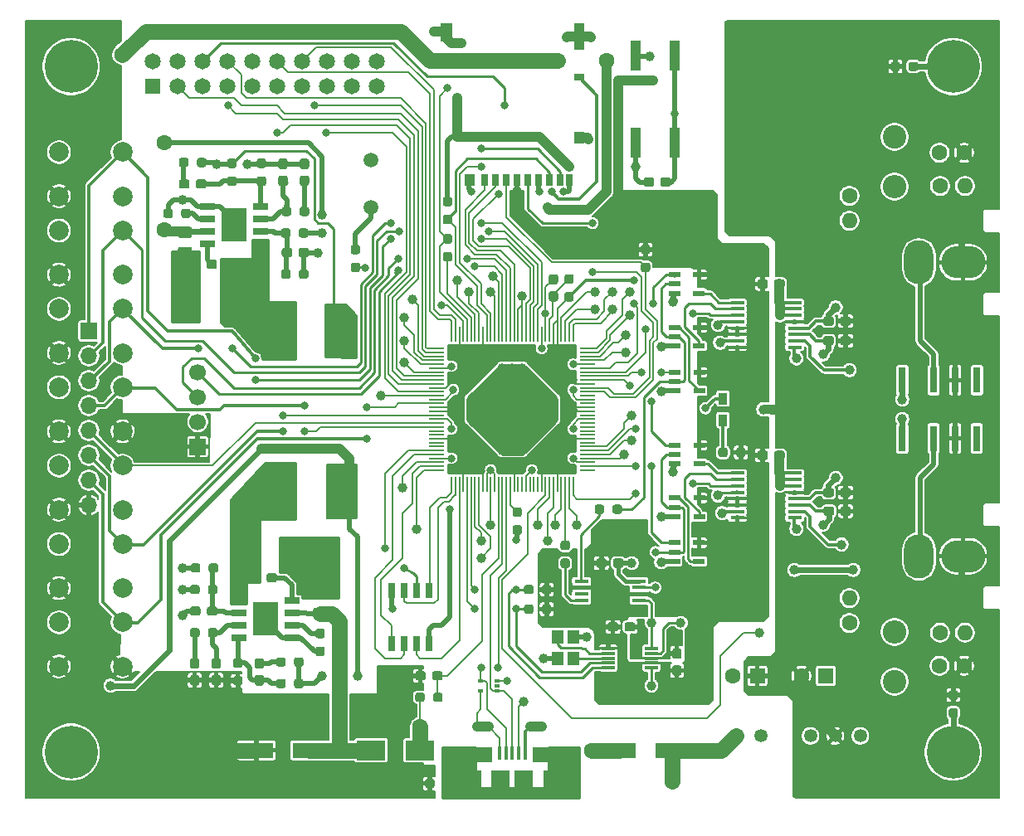
<source format=gtl>
G04 #@! TF.GenerationSoftware,KiCad,Pcbnew,(5.1.9)-1*
G04 #@! TF.CreationDate,2021-05-07T01:52:01+09:00*
G04 #@! TF.ProjectId,xSSDAC,78535344-4143-42e6-9b69-6361645f7063,rev?*
G04 #@! TF.SameCoordinates,Original*
G04 #@! TF.FileFunction,Copper,L1,Top*
G04 #@! TF.FilePolarity,Positive*
%FSLAX46Y46*%
G04 Gerber Fmt 4.6, Leading zero omitted, Abs format (unit mm)*
G04 Created by KiCad (PCBNEW (5.1.9)-1) date 2021-05-07 01:52:01*
%MOMM*%
%LPD*%
G01*
G04 APERTURE LIST*
G04 #@! TA.AperFunction,EtchedComponent*
%ADD10C,0.100000*%
G04 #@! TD*
G04 #@! TA.AperFunction,ComponentPad*
%ADD11C,1.000000*%
G04 #@! TD*
G04 #@! TA.AperFunction,SMDPad,CuDef*
%ADD12R,0.500000X1.000000*%
G04 #@! TD*
G04 #@! TA.AperFunction,ComponentPad*
%ADD13O,3.000000X4.500000*%
G04 #@! TD*
G04 #@! TA.AperFunction,ComponentPad*
%ADD14O,4.500000X3.300000*%
G04 #@! TD*
G04 #@! TA.AperFunction,ComponentPad*
%ADD15C,2.400000*%
G04 #@! TD*
G04 #@! TA.AperFunction,ComponentPad*
%ADD16O,2.400000X2.400000*%
G04 #@! TD*
G04 #@! TA.AperFunction,ComponentPad*
%ADD17C,1.600000*%
G04 #@! TD*
G04 #@! TA.AperFunction,ComponentPad*
%ADD18O,1.600000X1.600000*%
G04 #@! TD*
G04 #@! TA.AperFunction,SMDPad,CuDef*
%ADD19R,1.525000X0.700000*%
G04 #@! TD*
G04 #@! TA.AperFunction,ComponentPad*
%ADD20R,2.560000X3.450000*%
G04 #@! TD*
G04 #@! TA.AperFunction,SMDPad,CuDef*
%ADD21R,3.000000X2.000000*%
G04 #@! TD*
G04 #@! TA.AperFunction,ComponentPad*
%ADD22C,1.500000*%
G04 #@! TD*
G04 #@! TA.AperFunction,ComponentPad*
%ADD23C,1.700000*%
G04 #@! TD*
G04 #@! TA.AperFunction,ComponentPad*
%ADD24R,1.700000X1.700000*%
G04 #@! TD*
G04 #@! TA.AperFunction,SMDPad,CuDef*
%ADD25R,1.200000X0.600000*%
G04 #@! TD*
G04 #@! TA.AperFunction,SMDPad,CuDef*
%ADD26R,1.473200X0.355600*%
G04 #@! TD*
G04 #@! TA.AperFunction,ComponentPad*
%ADD27C,1.349000*%
G04 #@! TD*
G04 #@! TA.AperFunction,SMDPad,CuDef*
%ADD28R,1.200000X1.400000*%
G04 #@! TD*
G04 #@! TA.AperFunction,SMDPad,CuDef*
%ADD29R,0.650000X1.525000*%
G04 #@! TD*
G04 #@! TA.AperFunction,SMDPad,CuDef*
%ADD30R,3.500000X1.600000*%
G04 #@! TD*
G04 #@! TA.AperFunction,ComponentPad*
%ADD31R,1.600000X1.600000*%
G04 #@! TD*
G04 #@! TA.AperFunction,SMDPad,CuDef*
%ADD32R,0.900000X1.200000*%
G04 #@! TD*
G04 #@! TA.AperFunction,SMDPad,CuDef*
%ADD33R,1.475000X0.450000*%
G04 #@! TD*
G04 #@! TA.AperFunction,SMDPad,CuDef*
%ADD34R,0.800000X2.660000*%
G04 #@! TD*
G04 #@! TA.AperFunction,SMDPad,CuDef*
%ADD35R,1.400000X0.300000*%
G04 #@! TD*
G04 #@! TA.AperFunction,SMDPad,CuDef*
%ADD36R,1.550000X0.200000*%
G04 #@! TD*
G04 #@! TA.AperFunction,SMDPad,CuDef*
%ADD37R,0.200000X1.550000*%
G04 #@! TD*
G04 #@! TA.AperFunction,ComponentPad*
%ADD38R,4.800000X4.800000*%
G04 #@! TD*
G04 #@! TA.AperFunction,SMDPad,CuDef*
%ADD39R,1.300000X1.900000*%
G04 #@! TD*
G04 #@! TA.AperFunction,SMDPad,CuDef*
%ADD40R,1.000000X2.800000*%
G04 #@! TD*
G04 #@! TA.AperFunction,SMDPad,CuDef*
%ADD41R,1.000000X0.800000*%
G04 #@! TD*
G04 #@! TA.AperFunction,SMDPad,CuDef*
%ADD42R,1.000000X1.200000*%
G04 #@! TD*
G04 #@! TA.AperFunction,SMDPad,CuDef*
%ADD43R,0.700000X1.200000*%
G04 #@! TD*
G04 #@! TA.AperFunction,ComponentPad*
%ADD44C,0.800000*%
G04 #@! TD*
G04 #@! TA.AperFunction,ComponentPad*
%ADD45C,5.400000*%
G04 #@! TD*
G04 #@! TA.AperFunction,ComponentPad*
%ADD46R,1.650000X1.650000*%
G04 #@! TD*
G04 #@! TA.AperFunction,ComponentPad*
%ADD47C,1.650000*%
G04 #@! TD*
G04 #@! TA.AperFunction,SMDPad,CuDef*
%ADD48R,1.600000X5.700000*%
G04 #@! TD*
G04 #@! TA.AperFunction,ComponentPad*
%ADD49O,1.700000X1.700000*%
G04 #@! TD*
G04 #@! TA.AperFunction,ComponentPad*
%ADD50C,2.000000*%
G04 #@! TD*
G04 #@! TA.AperFunction,SMDPad,CuDef*
%ADD51C,1.000000*%
G04 #@! TD*
G04 #@! TA.AperFunction,SMDPad,CuDef*
%ADD52R,4.000000X4.000000*%
G04 #@! TD*
G04 #@! TA.AperFunction,SMDPad,CuDef*
%ADD53R,1.000000X3.100000*%
G04 #@! TD*
G04 #@! TA.AperFunction,SMDPad,CuDef*
%ADD54R,1.800000X1.900000*%
G04 #@! TD*
G04 #@! TA.AperFunction,SMDPad,CuDef*
%ADD55R,1.900000X1.900000*%
G04 #@! TD*
G04 #@! TA.AperFunction,SMDPad,CuDef*
%ADD56R,2.100000X1.600000*%
G04 #@! TD*
G04 #@! TA.AperFunction,SMDPad,CuDef*
%ADD57R,0.400000X1.350000*%
G04 #@! TD*
G04 #@! TA.AperFunction,SMDPad,CuDef*
%ADD58R,0.475000X0.300000*%
G04 #@! TD*
G04 #@! TA.AperFunction,ViaPad*
%ADD59C,1.600000*%
G04 #@! TD*
G04 #@! TA.AperFunction,ViaPad*
%ADD60C,1.000000*%
G04 #@! TD*
G04 #@! TA.AperFunction,ViaPad*
%ADD61C,0.800000*%
G04 #@! TD*
G04 #@! TA.AperFunction,Conductor*
%ADD62C,0.800000*%
G04 #@! TD*
G04 #@! TA.AperFunction,Conductor*
%ADD63C,0.500000*%
G04 #@! TD*
G04 #@! TA.AperFunction,Conductor*
%ADD64C,1.000000*%
G04 #@! TD*
G04 #@! TA.AperFunction,Conductor*
%ADD65C,0.250000*%
G04 #@! TD*
G04 #@! TA.AperFunction,Conductor*
%ADD66C,0.400000*%
G04 #@! TD*
G04 #@! TA.AperFunction,Conductor*
%ADD67C,0.300000*%
G04 #@! TD*
G04 #@! TA.AperFunction,Conductor*
%ADD68C,0.600000*%
G04 #@! TD*
G04 #@! TA.AperFunction,Conductor*
%ADD69C,1.600000*%
G04 #@! TD*
G04 #@! TA.AperFunction,Conductor*
%ADD70C,0.200000*%
G04 #@! TD*
G04 #@! TA.AperFunction,Conductor*
%ADD71C,0.254000*%
G04 #@! TD*
G04 #@! TA.AperFunction,Conductor*
%ADD72C,0.100000*%
G04 #@! TD*
G04 APERTURE END LIST*
D10*
G36*
X170550000Y-98900000D02*
G01*
X169800000Y-98900000D01*
X169800000Y-97900000D01*
X170550000Y-97900000D01*
X170550000Y-98900000D01*
G37*
D11*
X169800000Y-98400000D03*
D12*
X170800000Y-98400000D03*
D13*
X185700000Y-83400000D03*
D14*
X190200000Y-83400000D03*
D13*
X185700000Y-113400000D03*
D14*
X190200000Y-113400000D03*
D15*
X183200000Y-126200000D03*
D16*
X183200000Y-121120000D03*
G04 #@! TA.AperFunction,SMDPad,CuDef*
G36*
G01*
X146375000Y-116562500D02*
X146375000Y-117037500D01*
G75*
G02*
X146137500Y-117275000I-237500J0D01*
G01*
X145637500Y-117275000D01*
G75*
G02*
X145400000Y-117037500I0J237500D01*
G01*
X145400000Y-116562500D01*
G75*
G02*
X145637500Y-116325000I237500J0D01*
G01*
X146137500Y-116325000D01*
G75*
G02*
X146375000Y-116562500I0J-237500D01*
G01*
G37*
G04 #@! TD.AperFunction*
G04 #@! TA.AperFunction,SMDPad,CuDef*
G36*
G01*
X148200000Y-116562500D02*
X148200000Y-117037500D01*
G75*
G02*
X147962500Y-117275000I-237500J0D01*
G01*
X147462500Y-117275000D01*
G75*
G02*
X147225000Y-117037500I0J237500D01*
G01*
X147225000Y-116562500D01*
G75*
G02*
X147462500Y-116325000I237500J0D01*
G01*
X147962500Y-116325000D01*
G75*
G02*
X148200000Y-116562500I0J-237500D01*
G01*
G37*
G04 #@! TD.AperFunction*
D17*
X178600000Y-76600000D03*
D18*
X178600000Y-79140000D03*
G04 #@! TA.AperFunction,SMDPad,CuDef*
G36*
G01*
X110425000Y-78637500D02*
X110425000Y-78162500D01*
G75*
G02*
X110662500Y-77925000I237500J0D01*
G01*
X111162500Y-77925000D01*
G75*
G02*
X111400000Y-78162500I0J-237500D01*
G01*
X111400000Y-78637500D01*
G75*
G02*
X111162500Y-78875000I-237500J0D01*
G01*
X110662500Y-78875000D01*
G75*
G02*
X110425000Y-78637500I0J237500D01*
G01*
G37*
G04 #@! TD.AperFunction*
G04 #@! TA.AperFunction,SMDPad,CuDef*
G36*
G01*
X108600000Y-78637500D02*
X108600000Y-78162500D01*
G75*
G02*
X108837500Y-77925000I237500J0D01*
G01*
X109337500Y-77925000D01*
G75*
G02*
X109575000Y-78162500I0J-237500D01*
G01*
X109575000Y-78637500D01*
G75*
G02*
X109337500Y-78875000I-237500J0D01*
G01*
X108837500Y-78875000D01*
G75*
G02*
X108600000Y-78637500I0J237500D01*
G01*
G37*
G04 #@! TD.AperFunction*
G04 #@! TA.AperFunction,SMDPad,CuDef*
G36*
G01*
X110325000Y-79737500D02*
X111275000Y-79737500D01*
G75*
G02*
X111525000Y-79987500I0J-250000D01*
G01*
X111525000Y-80662500D01*
G75*
G02*
X111275000Y-80912500I-250000J0D01*
G01*
X110325000Y-80912500D01*
G75*
G02*
X110075000Y-80662500I0J250000D01*
G01*
X110075000Y-79987500D01*
G75*
G02*
X110325000Y-79737500I250000J0D01*
G01*
G37*
G04 #@! TD.AperFunction*
G04 #@! TA.AperFunction,SMDPad,CuDef*
G36*
G01*
X110325000Y-81812500D02*
X111275000Y-81812500D01*
G75*
G02*
X111525000Y-82062500I0J-250000D01*
G01*
X111525000Y-82737500D01*
G75*
G02*
X111275000Y-82987500I-250000J0D01*
G01*
X110325000Y-82987500D01*
G75*
G02*
X110075000Y-82737500I0J250000D01*
G01*
X110075000Y-82062500D01*
G75*
G02*
X110325000Y-81812500I250000J0D01*
G01*
G37*
G04 #@! TD.AperFunction*
G04 #@! TA.AperFunction,SMDPad,CuDef*
G36*
G01*
X127962500Y-81600000D02*
X128437500Y-81600000D01*
G75*
G02*
X128675000Y-81837500I0J-237500D01*
G01*
X128675000Y-82337500D01*
G75*
G02*
X128437500Y-82575000I-237500J0D01*
G01*
X127962500Y-82575000D01*
G75*
G02*
X127725000Y-82337500I0J237500D01*
G01*
X127725000Y-81837500D01*
G75*
G02*
X127962500Y-81600000I237500J0D01*
G01*
G37*
G04 #@! TD.AperFunction*
G04 #@! TA.AperFunction,SMDPad,CuDef*
G36*
G01*
X127962500Y-83425000D02*
X128437500Y-83425000D01*
G75*
G02*
X128675000Y-83662500I0J-237500D01*
G01*
X128675000Y-84162500D01*
G75*
G02*
X128437500Y-84400000I-237500J0D01*
G01*
X127962500Y-84400000D01*
G75*
G02*
X127725000Y-84162500I0J237500D01*
G01*
X127725000Y-83662500D01*
G75*
G02*
X127962500Y-83425000I237500J0D01*
G01*
G37*
G04 #@! TD.AperFunction*
G04 #@! TA.AperFunction,SMDPad,CuDef*
G36*
G01*
X111562500Y-125525000D02*
X112037500Y-125525000D01*
G75*
G02*
X112275000Y-125762500I0J-237500D01*
G01*
X112275000Y-126362500D01*
G75*
G02*
X112037500Y-126600000I-237500J0D01*
G01*
X111562500Y-126600000D01*
G75*
G02*
X111325000Y-126362500I0J237500D01*
G01*
X111325000Y-125762500D01*
G75*
G02*
X111562500Y-125525000I237500J0D01*
G01*
G37*
G04 #@! TD.AperFunction*
G04 #@! TA.AperFunction,SMDPad,CuDef*
G36*
G01*
X111562500Y-123800000D02*
X112037500Y-123800000D01*
G75*
G02*
X112275000Y-124037500I0J-237500D01*
G01*
X112275000Y-124637500D01*
G75*
G02*
X112037500Y-124875000I-237500J0D01*
G01*
X111562500Y-124875000D01*
G75*
G02*
X111325000Y-124637500I0J237500D01*
G01*
X111325000Y-124037500D01*
G75*
G02*
X111562500Y-123800000I237500J0D01*
G01*
G37*
G04 #@! TD.AperFunction*
G04 #@! TA.AperFunction,SMDPad,CuDef*
G36*
G01*
X112399000Y-118762500D02*
X112399000Y-119237500D01*
G75*
G02*
X112161500Y-119475000I-237500J0D01*
G01*
X111561500Y-119475000D01*
G75*
G02*
X111324000Y-119237500I0J237500D01*
G01*
X111324000Y-118762500D01*
G75*
G02*
X111561500Y-118525000I237500J0D01*
G01*
X112161500Y-118525000D01*
G75*
G02*
X112399000Y-118762500I0J-237500D01*
G01*
G37*
G04 #@! TD.AperFunction*
G04 #@! TA.AperFunction,SMDPad,CuDef*
G36*
G01*
X114124000Y-118762500D02*
X114124000Y-119237500D01*
G75*
G02*
X113886500Y-119475000I-237500J0D01*
G01*
X113286500Y-119475000D01*
G75*
G02*
X113049000Y-119237500I0J237500D01*
G01*
X113049000Y-118762500D01*
G75*
G02*
X113286500Y-118525000I237500J0D01*
G01*
X113886500Y-118525000D01*
G75*
G02*
X114124000Y-118762500I0J-237500D01*
G01*
G37*
G04 #@! TD.AperFunction*
D19*
X116288000Y-117895000D03*
X116288000Y-119165000D03*
X116288000Y-120435000D03*
X116288000Y-121705000D03*
X121712000Y-121705000D03*
X121712000Y-120435000D03*
X121712000Y-119165000D03*
X121712000Y-117895000D03*
D20*
X119000000Y-119800000D03*
D21*
X117100000Y-112600000D03*
X122100000Y-112600000D03*
G04 #@! TA.AperFunction,SMDPad,CuDef*
G36*
G01*
X113762500Y-123800000D02*
X114237500Y-123800000D01*
G75*
G02*
X114475000Y-124037500I0J-237500D01*
G01*
X114475000Y-124637500D01*
G75*
G02*
X114237500Y-124875000I-237500J0D01*
G01*
X113762500Y-124875000D01*
G75*
G02*
X113525000Y-124637500I0J237500D01*
G01*
X113525000Y-124037500D01*
G75*
G02*
X113762500Y-123800000I237500J0D01*
G01*
G37*
G04 #@! TD.AperFunction*
G04 #@! TA.AperFunction,SMDPad,CuDef*
G36*
G01*
X113762500Y-125525000D02*
X114237500Y-125525000D01*
G75*
G02*
X114475000Y-125762500I0J-237500D01*
G01*
X114475000Y-126362500D01*
G75*
G02*
X114237500Y-126600000I-237500J0D01*
G01*
X113762500Y-126600000D01*
G75*
G02*
X113525000Y-126362500I0J237500D01*
G01*
X113525000Y-125762500D01*
G75*
G02*
X113762500Y-125525000I237500J0D01*
G01*
G37*
G04 #@! TD.AperFunction*
G04 #@! TA.AperFunction,SMDPad,CuDef*
G36*
G01*
X125075000Y-119825000D02*
X124125000Y-119825000D01*
G75*
G02*
X123875000Y-119575000I0J250000D01*
G01*
X123875000Y-118900000D01*
G75*
G02*
X124125000Y-118650000I250000J0D01*
G01*
X125075000Y-118650000D01*
G75*
G02*
X125325000Y-118900000I0J-250000D01*
G01*
X125325000Y-119575000D01*
G75*
G02*
X125075000Y-119825000I-250000J0D01*
G01*
G37*
G04 #@! TD.AperFunction*
G04 #@! TA.AperFunction,SMDPad,CuDef*
G36*
G01*
X125075000Y-117750000D02*
X124125000Y-117750000D01*
G75*
G02*
X123875000Y-117500000I0J250000D01*
G01*
X123875000Y-116825000D01*
G75*
G02*
X124125000Y-116575000I250000J0D01*
G01*
X125075000Y-116575000D01*
G75*
G02*
X125325000Y-116825000I0J-250000D01*
G01*
X125325000Y-117500000D01*
G75*
G02*
X125075000Y-117750000I-250000J0D01*
G01*
G37*
G04 #@! TD.AperFunction*
G04 #@! TA.AperFunction,SMDPad,CuDef*
G36*
G01*
X122912500Y-123962500D02*
X122912500Y-124437500D01*
G75*
G02*
X122675000Y-124675000I-237500J0D01*
G01*
X122175000Y-124675000D01*
G75*
G02*
X121937500Y-124437500I0J237500D01*
G01*
X121937500Y-123962500D01*
G75*
G02*
X122175000Y-123725000I237500J0D01*
G01*
X122675000Y-123725000D01*
G75*
G02*
X122912500Y-123962500I0J-237500D01*
G01*
G37*
G04 #@! TD.AperFunction*
G04 #@! TA.AperFunction,SMDPad,CuDef*
G36*
G01*
X121087500Y-123962500D02*
X121087500Y-124437500D01*
G75*
G02*
X120850000Y-124675000I-237500J0D01*
G01*
X120350000Y-124675000D01*
G75*
G02*
X120112500Y-124437500I0J237500D01*
G01*
X120112500Y-123962500D01*
G75*
G02*
X120350000Y-123725000I237500J0D01*
G01*
X120850000Y-123725000D01*
G75*
G02*
X121087500Y-123962500I0J-237500D01*
G01*
G37*
G04 #@! TD.AperFunction*
G04 #@! TA.AperFunction,SMDPad,CuDef*
G36*
G01*
X115962500Y-123800000D02*
X116437500Y-123800000D01*
G75*
G02*
X116675000Y-124037500I0J-237500D01*
G01*
X116675000Y-124537500D01*
G75*
G02*
X116437500Y-124775000I-237500J0D01*
G01*
X115962500Y-124775000D01*
G75*
G02*
X115725000Y-124537500I0J237500D01*
G01*
X115725000Y-124037500D01*
G75*
G02*
X115962500Y-123800000I237500J0D01*
G01*
G37*
G04 #@! TD.AperFunction*
G04 #@! TA.AperFunction,SMDPad,CuDef*
G36*
G01*
X115962500Y-125625000D02*
X116437500Y-125625000D01*
G75*
G02*
X116675000Y-125862500I0J-237500D01*
G01*
X116675000Y-126362500D01*
G75*
G02*
X116437500Y-126600000I-237500J0D01*
G01*
X115962500Y-126600000D01*
G75*
G02*
X115725000Y-126362500I0J237500D01*
G01*
X115725000Y-125862500D01*
G75*
G02*
X115962500Y-125625000I237500J0D01*
G01*
G37*
G04 #@! TD.AperFunction*
G04 #@! TA.AperFunction,SMDPad,CuDef*
G36*
G01*
X121087500Y-126162500D02*
X121087500Y-126637500D01*
G75*
G02*
X120850000Y-126875000I-237500J0D01*
G01*
X120350000Y-126875000D01*
G75*
G02*
X120112500Y-126637500I0J237500D01*
G01*
X120112500Y-126162500D01*
G75*
G02*
X120350000Y-125925000I237500J0D01*
G01*
X120850000Y-125925000D01*
G75*
G02*
X121087500Y-126162500I0J-237500D01*
G01*
G37*
G04 #@! TD.AperFunction*
G04 #@! TA.AperFunction,SMDPad,CuDef*
G36*
G01*
X122912500Y-126162500D02*
X122912500Y-126637500D01*
G75*
G02*
X122675000Y-126875000I-237500J0D01*
G01*
X122175000Y-126875000D01*
G75*
G02*
X121937500Y-126637500I0J237500D01*
G01*
X121937500Y-126162500D01*
G75*
G02*
X122175000Y-125925000I237500J0D01*
G01*
X122675000Y-125925000D01*
G75*
G02*
X122912500Y-126162500I0J-237500D01*
G01*
G37*
G04 #@! TD.AperFunction*
G04 #@! TA.AperFunction,SMDPad,CuDef*
G36*
G01*
X118637500Y-124875000D02*
X118162500Y-124875000D01*
G75*
G02*
X117925000Y-124637500I0J237500D01*
G01*
X117925000Y-124037500D01*
G75*
G02*
X118162500Y-123800000I237500J0D01*
G01*
X118637500Y-123800000D01*
G75*
G02*
X118875000Y-124037500I0J-237500D01*
G01*
X118875000Y-124637500D01*
G75*
G02*
X118637500Y-124875000I-237500J0D01*
G01*
G37*
G04 #@! TD.AperFunction*
G04 #@! TA.AperFunction,SMDPad,CuDef*
G36*
G01*
X118637500Y-126600000D02*
X118162500Y-126600000D01*
G75*
G02*
X117925000Y-126362500I0J237500D01*
G01*
X117925000Y-125762500D01*
G75*
G02*
X118162500Y-125525000I237500J0D01*
G01*
X118637500Y-125525000D01*
G75*
G02*
X118875000Y-125762500I0J-237500D01*
G01*
X118875000Y-126362500D01*
G75*
G02*
X118637500Y-126600000I-237500J0D01*
G01*
G37*
G04 #@! TD.AperFunction*
G04 #@! TA.AperFunction,SMDPad,CuDef*
G36*
G01*
X118475000Y-115362500D02*
X118475000Y-115837500D01*
G75*
G02*
X118237500Y-116075000I-237500J0D01*
G01*
X117637500Y-116075000D01*
G75*
G02*
X117400000Y-115837500I0J237500D01*
G01*
X117400000Y-115362500D01*
G75*
G02*
X117637500Y-115125000I237500J0D01*
G01*
X118237500Y-115125000D01*
G75*
G02*
X118475000Y-115362500I0J-237500D01*
G01*
G37*
G04 #@! TD.AperFunction*
G04 #@! TA.AperFunction,SMDPad,CuDef*
G36*
G01*
X120200000Y-115362500D02*
X120200000Y-115837500D01*
G75*
G02*
X119962500Y-116075000I-237500J0D01*
G01*
X119362500Y-116075000D01*
G75*
G02*
X119125000Y-115837500I0J237500D01*
G01*
X119125000Y-115362500D01*
G75*
G02*
X119362500Y-115125000I237500J0D01*
G01*
X119962500Y-115125000D01*
G75*
G02*
X120200000Y-115362500I0J-237500D01*
G01*
G37*
G04 #@! TD.AperFunction*
G04 #@! TA.AperFunction,SMDPad,CuDef*
G36*
G01*
X113149000Y-121437500D02*
X113149000Y-120962500D01*
G75*
G02*
X113386500Y-120725000I237500J0D01*
G01*
X113886500Y-120725000D01*
G75*
G02*
X114124000Y-120962500I0J-237500D01*
G01*
X114124000Y-121437500D01*
G75*
G02*
X113886500Y-121675000I-237500J0D01*
G01*
X113386500Y-121675000D01*
G75*
G02*
X113149000Y-121437500I0J237500D01*
G01*
G37*
G04 #@! TD.AperFunction*
G04 #@! TA.AperFunction,SMDPad,CuDef*
G36*
G01*
X111324000Y-121437500D02*
X111324000Y-120962500D01*
G75*
G02*
X111561500Y-120725000I237500J0D01*
G01*
X112061500Y-120725000D01*
G75*
G02*
X112299000Y-120962500I0J-237500D01*
G01*
X112299000Y-121437500D01*
G75*
G02*
X112061500Y-121675000I-237500J0D01*
G01*
X111561500Y-121675000D01*
G75*
G02*
X111324000Y-121437500I0J237500D01*
G01*
G37*
G04 #@! TD.AperFunction*
G04 #@! TA.AperFunction,SMDPad,CuDef*
G36*
G01*
X113149000Y-117037500D02*
X113149000Y-116562500D01*
G75*
G02*
X113386500Y-116325000I237500J0D01*
G01*
X113886500Y-116325000D01*
G75*
G02*
X114124000Y-116562500I0J-237500D01*
G01*
X114124000Y-117037500D01*
G75*
G02*
X113886500Y-117275000I-237500J0D01*
G01*
X113386500Y-117275000D01*
G75*
G02*
X113149000Y-117037500I0J237500D01*
G01*
G37*
G04 #@! TD.AperFunction*
G04 #@! TA.AperFunction,SMDPad,CuDef*
G36*
G01*
X111324000Y-117037500D02*
X111324000Y-116562500D01*
G75*
G02*
X111561500Y-116325000I237500J0D01*
G01*
X112061500Y-116325000D01*
G75*
G02*
X112299000Y-116562500I0J-237500D01*
G01*
X112299000Y-117037500D01*
G75*
G02*
X112061500Y-117275000I-237500J0D01*
G01*
X111561500Y-117275000D01*
G75*
G02*
X111324000Y-117037500I0J237500D01*
G01*
G37*
G04 #@! TD.AperFunction*
G04 #@! TA.AperFunction,SMDPad,CuDef*
G36*
G01*
X114200000Y-114362500D02*
X114200000Y-114837500D01*
G75*
G02*
X113962500Y-115075000I-237500J0D01*
G01*
X113462500Y-115075000D01*
G75*
G02*
X113225000Y-114837500I0J237500D01*
G01*
X113225000Y-114362500D01*
G75*
G02*
X113462500Y-114125000I237500J0D01*
G01*
X113962500Y-114125000D01*
G75*
G02*
X114200000Y-114362500I0J-237500D01*
G01*
G37*
G04 #@! TD.AperFunction*
G04 #@! TA.AperFunction,SMDPad,CuDef*
G36*
G01*
X112375000Y-114362500D02*
X112375000Y-114837500D01*
G75*
G02*
X112137500Y-115075000I-237500J0D01*
G01*
X111637500Y-115075000D01*
G75*
G02*
X111400000Y-114837500I0J237500D01*
G01*
X111400000Y-114362500D01*
G75*
G02*
X111637500Y-114125000I237500J0D01*
G01*
X112137500Y-114125000D01*
G75*
G02*
X112375000Y-114362500I0J-237500D01*
G01*
G37*
G04 #@! TD.AperFunction*
G04 #@! TA.AperFunction,SMDPad,CuDef*
G36*
G01*
X124837500Y-123600000D02*
X124362500Y-123600000D01*
G75*
G02*
X124125000Y-123362500I0J237500D01*
G01*
X124125000Y-122862500D01*
G75*
G02*
X124362500Y-122625000I237500J0D01*
G01*
X124837500Y-122625000D01*
G75*
G02*
X125075000Y-122862500I0J-237500D01*
G01*
X125075000Y-123362500D01*
G75*
G02*
X124837500Y-123600000I-237500J0D01*
G01*
G37*
G04 #@! TD.AperFunction*
G04 #@! TA.AperFunction,SMDPad,CuDef*
G36*
G01*
X124837500Y-121775000D02*
X124362500Y-121775000D01*
G75*
G02*
X124125000Y-121537500I0J237500D01*
G01*
X124125000Y-121037500D01*
G75*
G02*
X124362500Y-120800000I237500J0D01*
G01*
X124837500Y-120800000D01*
G75*
G02*
X125075000Y-121037500I0J-237500D01*
G01*
X125075000Y-121537500D01*
G75*
G02*
X124837500Y-121775000I-237500J0D01*
G01*
G37*
G04 #@! TD.AperFunction*
G04 #@! TA.AperFunction,SMDPad,CuDef*
G36*
G01*
X113000000Y-83837500D02*
X113000000Y-83362500D01*
G75*
G02*
X113237500Y-83125000I237500J0D01*
G01*
X113837500Y-83125000D01*
G75*
G02*
X114075000Y-83362500I0J-237500D01*
G01*
X114075000Y-83837500D01*
G75*
G02*
X113837500Y-84075000I-237500J0D01*
G01*
X113237500Y-84075000D01*
G75*
G02*
X113000000Y-83837500I0J237500D01*
G01*
G37*
G04 #@! TD.AperFunction*
G04 #@! TA.AperFunction,SMDPad,CuDef*
G36*
G01*
X114725000Y-83837500D02*
X114725000Y-83362500D01*
G75*
G02*
X114962500Y-83125000I237500J0D01*
G01*
X115562500Y-83125000D01*
G75*
G02*
X115800000Y-83362500I0J-237500D01*
G01*
X115800000Y-83837500D01*
G75*
G02*
X115562500Y-84075000I-237500J0D01*
G01*
X114962500Y-84075000D01*
G75*
G02*
X114725000Y-83837500I0J237500D01*
G01*
G37*
G04 #@! TD.AperFunction*
D22*
X129800000Y-72920000D03*
X129800000Y-77800000D03*
D23*
X112100000Y-94590000D03*
X112100000Y-97130000D03*
X112100000Y-99670000D03*
D24*
X112100000Y-102210000D03*
D25*
X160770000Y-107452000D03*
X160770000Y-108402000D03*
X160770000Y-109352000D03*
X163270000Y-109352000D03*
X163270000Y-107452000D03*
D26*
X167172000Y-109484000D03*
X167172000Y-108823600D03*
X167172000Y-108163200D03*
X167172000Y-107528200D03*
X167172000Y-106867800D03*
X167172000Y-106232800D03*
X167172000Y-105572400D03*
X167172000Y-104912000D03*
X173014000Y-104912000D03*
X173014000Y-105572400D03*
X173014000Y-106232800D03*
X173014000Y-106867800D03*
X173014000Y-107528200D03*
X173014000Y-108163200D03*
X173014000Y-108823600D03*
X173014000Y-109484000D03*
X173014000Y-92060000D03*
X173014000Y-91399600D03*
X173014000Y-90739200D03*
X173014000Y-90104200D03*
X173014000Y-89443800D03*
X173014000Y-88808800D03*
X173014000Y-88148400D03*
X173014000Y-87488000D03*
X167172000Y-87488000D03*
X167172000Y-88148400D03*
X167172000Y-88808800D03*
X167172000Y-89443800D03*
X167172000Y-90104200D03*
X167172000Y-90739200D03*
X167172000Y-91399600D03*
X167172000Y-92060000D03*
D20*
X115800000Y-79600000D03*
D19*
X113088000Y-81505000D03*
X113088000Y-80235000D03*
X113088000Y-78965000D03*
X113088000Y-77695000D03*
X118512000Y-77695000D03*
X118512000Y-78965000D03*
X118512000Y-80235000D03*
X118512000Y-81505000D03*
D17*
X190300000Y-124600000D03*
X187800000Y-124600000D03*
X187800000Y-72200000D03*
X190300000Y-72200000D03*
D25*
X163270000Y-102050000D03*
X163270000Y-103950000D03*
X160770000Y-103950000D03*
X160770000Y-103000000D03*
X160770000Y-102050000D03*
X160750000Y-112024000D03*
X160750000Y-112974000D03*
X160750000Y-113924000D03*
X163250000Y-113924000D03*
X163250000Y-112024000D03*
X163250000Y-84650000D03*
X163250000Y-86550000D03*
X160750000Y-86550000D03*
X160750000Y-85600000D03*
X160750000Y-84650000D03*
X160770000Y-94600000D03*
X160770000Y-95550000D03*
X160770000Y-96500000D03*
X163270000Y-96500000D03*
X163270000Y-94600000D03*
X163250000Y-90050000D03*
X163250000Y-91950000D03*
X160750000Y-91950000D03*
X160750000Y-91000000D03*
X160750000Y-90050000D03*
D27*
X167000000Y-131750000D03*
X169540000Y-131750000D03*
X174620000Y-131750000D03*
X177160000Y-131750000D03*
X179700000Y-131750000D03*
D28*
X148800000Y-121600000D03*
X148800000Y-123800000D03*
X150400000Y-123800000D03*
X150400000Y-121600000D03*
D29*
X135705000Y-116888000D03*
X134435000Y-116888000D03*
X133165000Y-116888000D03*
X131895000Y-116888000D03*
X131895000Y-122312000D03*
X133165000Y-122312000D03*
X134435000Y-122312000D03*
X135705000Y-122312000D03*
D30*
X118100000Y-133200000D03*
X123500000Y-133200000D03*
D21*
X110900000Y-88600000D03*
X115900000Y-88600000D03*
X134800000Y-133200000D03*
X129800000Y-133200000D03*
D30*
X155100000Y-133200000D03*
X160500000Y-133200000D03*
D17*
X173700000Y-125600000D03*
D31*
X176200000Y-125600000D03*
X169200000Y-125600000D03*
D17*
X166700000Y-125600000D03*
D32*
X165700000Y-99500000D03*
X165700000Y-97300000D03*
D33*
X157138000Y-117900000D03*
X157138000Y-117250000D03*
X157138000Y-116600000D03*
X157138000Y-115950000D03*
X151262000Y-115950000D03*
X151262000Y-116600000D03*
X151262000Y-117250000D03*
X151262000Y-117900000D03*
D34*
X184000000Y-101370000D03*
X187200000Y-101370000D03*
X189400000Y-101370000D03*
X191600000Y-101370000D03*
X191620000Y-95430000D03*
X189400000Y-95430000D03*
X187200000Y-95430000D03*
X184000000Y-95430000D03*
D16*
X183200000Y-75680000D03*
D15*
X183200000Y-70600000D03*
D17*
X178600000Y-120200000D03*
D18*
X178600000Y-117660000D03*
X190400000Y-75600000D03*
D17*
X187860000Y-75600000D03*
D18*
X190400000Y-121200000D03*
D17*
X187860000Y-121200000D03*
D35*
X154000000Y-122800000D03*
X154000000Y-123300000D03*
X154000000Y-123800000D03*
X154000000Y-124300000D03*
X154000000Y-124800000D03*
X158400000Y-124800000D03*
X158400000Y-124300000D03*
X158400000Y-123800000D03*
X158400000Y-123300000D03*
X158400000Y-122800000D03*
D36*
X136500000Y-92200000D03*
X136500000Y-92600000D03*
X136500000Y-93000000D03*
X136500000Y-93400000D03*
X136500000Y-93800000D03*
X136500000Y-94200000D03*
X136500000Y-94600000D03*
X136500000Y-95000000D03*
X136500000Y-95400000D03*
X136500000Y-95800000D03*
X136500000Y-96200000D03*
X136500000Y-96600000D03*
X136500000Y-97000000D03*
X136500000Y-97400000D03*
X136500000Y-97800000D03*
X136500000Y-98200000D03*
X136500000Y-98600000D03*
X136500000Y-99000000D03*
X136500000Y-99400000D03*
X136500000Y-99800000D03*
X136500000Y-100200000D03*
X136500000Y-100600000D03*
X136500000Y-101000000D03*
X136500000Y-101400000D03*
X136500000Y-101800000D03*
X136500000Y-102200000D03*
X136500000Y-102600000D03*
X136500000Y-103000000D03*
X136500000Y-103400000D03*
X136500000Y-103800000D03*
X136500000Y-104200000D03*
X136500000Y-104600000D03*
D37*
X138000000Y-106100000D03*
X138400000Y-106100000D03*
X138800000Y-106100000D03*
X139200000Y-106100000D03*
X139600000Y-106100000D03*
X140000000Y-106100000D03*
X140400000Y-106100000D03*
X140800000Y-106100000D03*
X141200000Y-106100000D03*
X141600000Y-106100000D03*
X142000000Y-106100000D03*
X142400000Y-106100000D03*
X142800000Y-106100000D03*
X143200000Y-106100000D03*
X143600000Y-106100000D03*
X144000000Y-106100000D03*
X144400000Y-106100000D03*
X144800000Y-106100000D03*
X145200000Y-106100000D03*
X145600000Y-106100000D03*
X146000000Y-106100000D03*
X146400000Y-106100000D03*
X146800000Y-106100000D03*
X147200000Y-106100000D03*
X147600000Y-106100000D03*
X148000000Y-106100000D03*
X148400000Y-106100000D03*
X148800000Y-106100000D03*
X149200000Y-106100000D03*
X149600000Y-106100000D03*
X150000000Y-106100000D03*
X150400000Y-106100000D03*
D36*
X151900000Y-104600000D03*
X151900000Y-104200000D03*
X151900000Y-103800000D03*
X151900000Y-103400000D03*
X151900000Y-103000000D03*
X151900000Y-102600000D03*
X151900000Y-102200000D03*
X151900000Y-101800000D03*
X151900000Y-101400000D03*
X151900000Y-101000000D03*
X151900000Y-100600000D03*
X151900000Y-100200000D03*
X151900000Y-99800000D03*
X151900000Y-99400000D03*
X151900000Y-99000000D03*
X151900000Y-98600000D03*
X151900000Y-98200000D03*
X151900000Y-97800000D03*
X151900000Y-97400000D03*
X151900000Y-97000000D03*
X151900000Y-96600000D03*
X151900000Y-96200000D03*
X151900000Y-95800000D03*
X151900000Y-95400000D03*
X151900000Y-95000000D03*
X151900000Y-94600000D03*
X151900000Y-94200000D03*
X151900000Y-93800000D03*
X151900000Y-93400000D03*
X151900000Y-93000000D03*
X151900000Y-92600000D03*
X151900000Y-92200000D03*
D37*
X150400000Y-90700000D03*
X150000000Y-90700000D03*
X149600000Y-90700000D03*
X149200000Y-90700000D03*
X148800000Y-90700000D03*
X148400000Y-90700000D03*
X148000000Y-90700000D03*
X147600000Y-90700000D03*
X147200000Y-90700000D03*
X146800000Y-90700000D03*
X146400000Y-90700000D03*
X146000000Y-90700000D03*
X145600000Y-90700000D03*
X145200000Y-90700000D03*
X144800000Y-90700000D03*
X144400000Y-90700000D03*
X144000000Y-90700000D03*
X143600000Y-90700000D03*
X143200000Y-90700000D03*
X142800000Y-90700000D03*
X142400000Y-90700000D03*
X142000000Y-90700000D03*
X141600000Y-90700000D03*
X141200000Y-90700000D03*
X140800000Y-90700000D03*
X140400000Y-90700000D03*
X140000000Y-90700000D03*
X139600000Y-90700000D03*
X139200000Y-90700000D03*
X138800000Y-90700000D03*
X138400000Y-90700000D03*
X138000000Y-90700000D03*
D38*
X144200000Y-98400000D03*
D39*
X137500000Y-59900000D03*
D40*
X151000000Y-60350000D03*
D41*
X151000000Y-64500000D03*
D42*
X151000000Y-70700000D03*
X139850000Y-75000000D03*
D43*
X148000000Y-75000000D03*
X146900000Y-75000000D03*
X145800000Y-75000000D03*
X144700000Y-75000000D03*
X143600000Y-75000000D03*
X142500000Y-75000000D03*
X141400000Y-75000000D03*
X149100000Y-75000000D03*
X150050000Y-75000000D03*
D44*
X100631891Y-61968109D03*
X99200000Y-61375000D03*
X97768109Y-61968109D03*
X97175000Y-63400000D03*
X97768109Y-64831891D03*
X99200000Y-65425000D03*
X100631891Y-64831891D03*
X101225000Y-63400000D03*
D45*
X99200000Y-63400000D03*
X99200000Y-133400000D03*
D44*
X101225000Y-133400000D03*
X100631891Y-134831891D03*
X99200000Y-135425000D03*
X97768109Y-134831891D03*
X97175000Y-133400000D03*
X97768109Y-131968109D03*
X99200000Y-131375000D03*
X100631891Y-131968109D03*
D45*
X189200000Y-63400000D03*
D44*
X191225000Y-63400000D03*
X190631891Y-64831891D03*
X189200000Y-65425000D03*
X187768109Y-64831891D03*
X187175000Y-63400000D03*
X187768109Y-61968109D03*
X189200000Y-61375000D03*
X190631891Y-61968109D03*
X190631891Y-131968109D03*
X189200000Y-131375000D03*
X187768109Y-131968109D03*
X187175000Y-133400000D03*
X187768109Y-134831891D03*
X189200000Y-135425000D03*
X190631891Y-134831891D03*
X191225000Y-133400000D03*
D45*
X189200000Y-133400000D03*
G04 #@! TA.AperFunction,SMDPad,CuDef*
G36*
G01*
X144462500Y-110225000D02*
X144937500Y-110225000D01*
G75*
G02*
X145175000Y-110462500I0J-237500D01*
G01*
X145175000Y-110962500D01*
G75*
G02*
X144937500Y-111200000I-237500J0D01*
G01*
X144462500Y-111200000D01*
G75*
G02*
X144225000Y-110962500I0J237500D01*
G01*
X144225000Y-110462500D01*
G75*
G02*
X144462500Y-110225000I237500J0D01*
G01*
G37*
G04 #@! TD.AperFunction*
G04 #@! TA.AperFunction,SMDPad,CuDef*
G36*
G01*
X144462500Y-108400000D02*
X144937500Y-108400000D01*
G75*
G02*
X145175000Y-108637500I0J-237500D01*
G01*
X145175000Y-109137500D01*
G75*
G02*
X144937500Y-109375000I-237500J0D01*
G01*
X144462500Y-109375000D01*
G75*
G02*
X144225000Y-109137500I0J237500D01*
G01*
X144225000Y-108637500D01*
G75*
G02*
X144462500Y-108400000I237500J0D01*
G01*
G37*
G04 #@! TD.AperFunction*
G04 #@! TA.AperFunction,SMDPad,CuDef*
G36*
G01*
X137362500Y-80512500D02*
X137837500Y-80512500D01*
G75*
G02*
X138075000Y-80750000I0J-237500D01*
G01*
X138075000Y-81250000D01*
G75*
G02*
X137837500Y-81487500I-237500J0D01*
G01*
X137362500Y-81487500D01*
G75*
G02*
X137125000Y-81250000I0J237500D01*
G01*
X137125000Y-80750000D01*
G75*
G02*
X137362500Y-80512500I237500J0D01*
G01*
G37*
G04 #@! TD.AperFunction*
G04 #@! TA.AperFunction,SMDPad,CuDef*
G36*
G01*
X137362500Y-82337500D02*
X137837500Y-82337500D01*
G75*
G02*
X138075000Y-82575000I0J-237500D01*
G01*
X138075000Y-83075000D01*
G75*
G02*
X137837500Y-83312500I-237500J0D01*
G01*
X137362500Y-83312500D01*
G75*
G02*
X137125000Y-83075000I0J237500D01*
G01*
X137125000Y-82575000D01*
G75*
G02*
X137362500Y-82337500I237500J0D01*
G01*
G37*
G04 #@! TD.AperFunction*
G04 #@! TA.AperFunction,SMDPad,CuDef*
G36*
G01*
X150237500Y-85575000D02*
X149762500Y-85575000D01*
G75*
G02*
X149525000Y-85337500I0J237500D01*
G01*
X149525000Y-84837500D01*
G75*
G02*
X149762500Y-84600000I237500J0D01*
G01*
X150237500Y-84600000D01*
G75*
G02*
X150475000Y-84837500I0J-237500D01*
G01*
X150475000Y-85337500D01*
G75*
G02*
X150237500Y-85575000I-237500J0D01*
G01*
G37*
G04 #@! TD.AperFunction*
G04 #@! TA.AperFunction,SMDPad,CuDef*
G36*
G01*
X150237500Y-87400000D02*
X149762500Y-87400000D01*
G75*
G02*
X149525000Y-87162500I0J237500D01*
G01*
X149525000Y-86662500D01*
G75*
G02*
X149762500Y-86425000I237500J0D01*
G01*
X150237500Y-86425000D01*
G75*
G02*
X150475000Y-86662500I0J-237500D01*
G01*
X150475000Y-87162500D01*
G75*
G02*
X150237500Y-87400000I-237500J0D01*
G01*
G37*
G04 #@! TD.AperFunction*
G04 #@! TA.AperFunction,SMDPad,CuDef*
G36*
G01*
X121651000Y-77962500D02*
X121651000Y-78437500D01*
G75*
G02*
X121413500Y-78675000I-237500J0D01*
G01*
X120913500Y-78675000D01*
G75*
G02*
X120676000Y-78437500I0J237500D01*
G01*
X120676000Y-77962500D01*
G75*
G02*
X120913500Y-77725000I237500J0D01*
G01*
X121413500Y-77725000D01*
G75*
G02*
X121651000Y-77962500I0J-237500D01*
G01*
G37*
G04 #@! TD.AperFunction*
G04 #@! TA.AperFunction,SMDPad,CuDef*
G36*
G01*
X123476000Y-77962500D02*
X123476000Y-78437500D01*
G75*
G02*
X123238500Y-78675000I-237500J0D01*
G01*
X122738500Y-78675000D01*
G75*
G02*
X122501000Y-78437500I0J237500D01*
G01*
X122501000Y-77962500D01*
G75*
G02*
X122738500Y-77725000I237500J0D01*
G01*
X123238500Y-77725000D01*
G75*
G02*
X123476000Y-77962500I0J-237500D01*
G01*
G37*
G04 #@! TD.AperFunction*
G04 #@! TA.AperFunction,SMDPad,CuDef*
G36*
G01*
X123400000Y-80162500D02*
X123400000Y-80637500D01*
G75*
G02*
X123162500Y-80875000I-237500J0D01*
G01*
X122662500Y-80875000D01*
G75*
G02*
X122425000Y-80637500I0J237500D01*
G01*
X122425000Y-80162500D01*
G75*
G02*
X122662500Y-79925000I237500J0D01*
G01*
X123162500Y-79925000D01*
G75*
G02*
X123400000Y-80162500I0J-237500D01*
G01*
G37*
G04 #@! TD.AperFunction*
G04 #@! TA.AperFunction,SMDPad,CuDef*
G36*
G01*
X121575000Y-80162500D02*
X121575000Y-80637500D01*
G75*
G02*
X121337500Y-80875000I-237500J0D01*
G01*
X120837500Y-80875000D01*
G75*
G02*
X120600000Y-80637500I0J237500D01*
G01*
X120600000Y-80162500D01*
G75*
G02*
X120837500Y-79925000I237500J0D01*
G01*
X121337500Y-79925000D01*
G75*
G02*
X121575000Y-80162500I0J-237500D01*
G01*
G37*
G04 #@! TD.AperFunction*
G04 #@! TA.AperFunction,SMDPad,CuDef*
G36*
G01*
X122425000Y-84837500D02*
X122425000Y-84362500D01*
G75*
G02*
X122662500Y-84125000I237500J0D01*
G01*
X123162500Y-84125000D01*
G75*
G02*
X123400000Y-84362500I0J-237500D01*
G01*
X123400000Y-84837500D01*
G75*
G02*
X123162500Y-85075000I-237500J0D01*
G01*
X122662500Y-85075000D01*
G75*
G02*
X122425000Y-84837500I0J237500D01*
G01*
G37*
G04 #@! TD.AperFunction*
G04 #@! TA.AperFunction,SMDPad,CuDef*
G36*
G01*
X120600000Y-84837500D02*
X120600000Y-84362500D01*
G75*
G02*
X120837500Y-84125000I237500J0D01*
G01*
X121337500Y-84125000D01*
G75*
G02*
X121575000Y-84362500I0J-237500D01*
G01*
X121575000Y-84837500D01*
G75*
G02*
X121337500Y-85075000I-237500J0D01*
G01*
X120837500Y-85075000D01*
G75*
G02*
X120600000Y-84837500I0J237500D01*
G01*
G37*
G04 #@! TD.AperFunction*
G04 #@! TA.AperFunction,SMDPad,CuDef*
G36*
G01*
X118837500Y-75600000D02*
X118362500Y-75600000D01*
G75*
G02*
X118125000Y-75362500I0J237500D01*
G01*
X118125000Y-74862500D01*
G75*
G02*
X118362500Y-74625000I237500J0D01*
G01*
X118837500Y-74625000D01*
G75*
G02*
X119075000Y-74862500I0J-237500D01*
G01*
X119075000Y-75362500D01*
G75*
G02*
X118837500Y-75600000I-237500J0D01*
G01*
G37*
G04 #@! TD.AperFunction*
G04 #@! TA.AperFunction,SMDPad,CuDef*
G36*
G01*
X118837500Y-73775000D02*
X118362500Y-73775000D01*
G75*
G02*
X118125000Y-73537500I0J237500D01*
G01*
X118125000Y-73037500D01*
G75*
G02*
X118362500Y-72800000I237500J0D01*
G01*
X118837500Y-72800000D01*
G75*
G02*
X119075000Y-73037500I0J-237500D01*
G01*
X119075000Y-73537500D01*
G75*
G02*
X118837500Y-73775000I-237500J0D01*
G01*
G37*
G04 #@! TD.AperFunction*
G04 #@! TA.AperFunction,SMDPad,CuDef*
G36*
G01*
X113000000Y-72962500D02*
X113000000Y-73437500D01*
G75*
G02*
X112762500Y-73675000I-237500J0D01*
G01*
X112262500Y-73675000D01*
G75*
G02*
X112025000Y-73437500I0J237500D01*
G01*
X112025000Y-72962500D01*
G75*
G02*
X112262500Y-72725000I237500J0D01*
G01*
X112762500Y-72725000D01*
G75*
G02*
X113000000Y-72962500I0J-237500D01*
G01*
G37*
G04 #@! TD.AperFunction*
G04 #@! TA.AperFunction,SMDPad,CuDef*
G36*
G01*
X111175000Y-72962500D02*
X111175000Y-73437500D01*
G75*
G02*
X110937500Y-73675000I-237500J0D01*
G01*
X110437500Y-73675000D01*
G75*
G02*
X110200000Y-73437500I0J237500D01*
G01*
X110200000Y-72962500D01*
G75*
G02*
X110437500Y-72725000I237500J0D01*
G01*
X110937500Y-72725000D01*
G75*
G02*
X111175000Y-72962500I0J-237500D01*
G01*
G37*
G04 #@! TD.AperFunction*
G04 #@! TA.AperFunction,SMDPad,CuDef*
G36*
G01*
X149837500Y-112775000D02*
X149362500Y-112775000D01*
G75*
G02*
X149125000Y-112537500I0J237500D01*
G01*
X149125000Y-112037500D01*
G75*
G02*
X149362500Y-111800000I237500J0D01*
G01*
X149837500Y-111800000D01*
G75*
G02*
X150075000Y-112037500I0J-237500D01*
G01*
X150075000Y-112537500D01*
G75*
G02*
X149837500Y-112775000I-237500J0D01*
G01*
G37*
G04 #@! TD.AperFunction*
G04 #@! TA.AperFunction,SMDPad,CuDef*
G36*
G01*
X149837500Y-114600000D02*
X149362500Y-114600000D01*
G75*
G02*
X149125000Y-114362500I0J237500D01*
G01*
X149125000Y-113862500D01*
G75*
G02*
X149362500Y-113625000I237500J0D01*
G01*
X149837500Y-113625000D01*
G75*
G02*
X150075000Y-113862500I0J-237500D01*
G01*
X150075000Y-114362500D01*
G75*
G02*
X149837500Y-114600000I-237500J0D01*
G01*
G37*
G04 #@! TD.AperFunction*
G04 #@! TA.AperFunction,SMDPad,CuDef*
G36*
G01*
X146375000Y-118562500D02*
X146375000Y-119037500D01*
G75*
G02*
X146137500Y-119275000I-237500J0D01*
G01*
X145637500Y-119275000D01*
G75*
G02*
X145400000Y-119037500I0J237500D01*
G01*
X145400000Y-118562500D01*
G75*
G02*
X145637500Y-118325000I237500J0D01*
G01*
X146137500Y-118325000D01*
G75*
G02*
X146375000Y-118562500I0J-237500D01*
G01*
G37*
G04 #@! TD.AperFunction*
G04 #@! TA.AperFunction,SMDPad,CuDef*
G36*
G01*
X148200000Y-118562500D02*
X148200000Y-119037500D01*
G75*
G02*
X147962500Y-119275000I-237500J0D01*
G01*
X147462500Y-119275000D01*
G75*
G02*
X147225000Y-119037500I0J237500D01*
G01*
X147225000Y-118562500D01*
G75*
G02*
X147462500Y-118325000I237500J0D01*
G01*
X147962500Y-118325000D01*
G75*
G02*
X148200000Y-118562500I0J-237500D01*
G01*
G37*
G04 #@! TD.AperFunction*
G04 #@! TA.AperFunction,SMDPad,CuDef*
G36*
G01*
X153575000Y-108362500D02*
X153575000Y-108837500D01*
G75*
G02*
X153337500Y-109075000I-237500J0D01*
G01*
X152837500Y-109075000D01*
G75*
G02*
X152600000Y-108837500I0J237500D01*
G01*
X152600000Y-108362500D01*
G75*
G02*
X152837500Y-108125000I237500J0D01*
G01*
X153337500Y-108125000D01*
G75*
G02*
X153575000Y-108362500I0J-237500D01*
G01*
G37*
G04 #@! TD.AperFunction*
G04 #@! TA.AperFunction,SMDPad,CuDef*
G36*
G01*
X155400000Y-108362500D02*
X155400000Y-108837500D01*
G75*
G02*
X155162500Y-109075000I-237500J0D01*
G01*
X154662500Y-109075000D01*
G75*
G02*
X154425000Y-108837500I0J237500D01*
G01*
X154425000Y-108362500D01*
G75*
G02*
X154662500Y-108125000I237500J0D01*
G01*
X155162500Y-108125000D01*
G75*
G02*
X155400000Y-108362500I0J-237500D01*
G01*
G37*
G04 #@! TD.AperFunction*
G04 #@! TA.AperFunction,SMDPad,CuDef*
G36*
G01*
X168012500Y-102562500D02*
X168012500Y-103037500D01*
G75*
G02*
X167775000Y-103275000I-237500J0D01*
G01*
X167275000Y-103275000D01*
G75*
G02*
X167037500Y-103037500I0J237500D01*
G01*
X167037500Y-102562500D01*
G75*
G02*
X167275000Y-102325000I237500J0D01*
G01*
X167775000Y-102325000D01*
G75*
G02*
X168012500Y-102562500I0J-237500D01*
G01*
G37*
G04 #@! TD.AperFunction*
G04 #@! TA.AperFunction,SMDPad,CuDef*
G36*
G01*
X166187500Y-102562500D02*
X166187500Y-103037500D01*
G75*
G02*
X165950000Y-103275000I-237500J0D01*
G01*
X165450000Y-103275000D01*
G75*
G02*
X165212500Y-103037500I0J237500D01*
G01*
X165212500Y-102562500D01*
G75*
G02*
X165450000Y-102325000I237500J0D01*
G01*
X165950000Y-102325000D01*
G75*
G02*
X166187500Y-102562500I0J-237500D01*
G01*
G37*
G04 #@! TD.AperFunction*
G04 #@! TA.AperFunction,SMDPad,CuDef*
G36*
G01*
X160400000Y-74962500D02*
X160400000Y-75437500D01*
G75*
G02*
X160162500Y-75675000I-237500J0D01*
G01*
X159562500Y-75675000D01*
G75*
G02*
X159325000Y-75437500I0J237500D01*
G01*
X159325000Y-74962500D01*
G75*
G02*
X159562500Y-74725000I237500J0D01*
G01*
X160162500Y-74725000D01*
G75*
G02*
X160400000Y-74962500I0J-237500D01*
G01*
G37*
G04 #@! TD.AperFunction*
G04 #@! TA.AperFunction,SMDPad,CuDef*
G36*
G01*
X158675000Y-74962500D02*
X158675000Y-75437500D01*
G75*
G02*
X158437500Y-75675000I-237500J0D01*
G01*
X157837500Y-75675000D01*
G75*
G02*
X157600000Y-75437500I0J237500D01*
G01*
X157600000Y-74962500D01*
G75*
G02*
X157837500Y-74725000I237500J0D01*
G01*
X158437500Y-74725000D01*
G75*
G02*
X158675000Y-74962500I0J-237500D01*
G01*
G37*
G04 #@! TD.AperFunction*
G04 #@! TA.AperFunction,SMDPad,CuDef*
G36*
G01*
X148637500Y-87400000D02*
X148162500Y-87400000D01*
G75*
G02*
X147925000Y-87162500I0J237500D01*
G01*
X147925000Y-86562500D01*
G75*
G02*
X148162500Y-86325000I237500J0D01*
G01*
X148637500Y-86325000D01*
G75*
G02*
X148875000Y-86562500I0J-237500D01*
G01*
X148875000Y-87162500D01*
G75*
G02*
X148637500Y-87400000I-237500J0D01*
G01*
G37*
G04 #@! TD.AperFunction*
G04 #@! TA.AperFunction,SMDPad,CuDef*
G36*
G01*
X148637500Y-85675000D02*
X148162500Y-85675000D01*
G75*
G02*
X147925000Y-85437500I0J237500D01*
G01*
X147925000Y-84837500D01*
G75*
G02*
X148162500Y-84600000I237500J0D01*
G01*
X148637500Y-84600000D01*
G75*
G02*
X148875000Y-84837500I0J-237500D01*
G01*
X148875000Y-85437500D01*
G75*
G02*
X148637500Y-85675000I-237500J0D01*
G01*
G37*
G04 #@! TD.AperFunction*
G04 #@! TA.AperFunction,SMDPad,CuDef*
G36*
G01*
X121037500Y-75600000D02*
X120562500Y-75600000D01*
G75*
G02*
X120325000Y-75362500I0J237500D01*
G01*
X120325000Y-74762500D01*
G75*
G02*
X120562500Y-74525000I237500J0D01*
G01*
X121037500Y-74525000D01*
G75*
G02*
X121275000Y-74762500I0J-237500D01*
G01*
X121275000Y-75362500D01*
G75*
G02*
X121037500Y-75600000I-237500J0D01*
G01*
G37*
G04 #@! TD.AperFunction*
G04 #@! TA.AperFunction,SMDPad,CuDef*
G36*
G01*
X121037500Y-73875000D02*
X120562500Y-73875000D01*
G75*
G02*
X120325000Y-73637500I0J237500D01*
G01*
X120325000Y-73037500D01*
G75*
G02*
X120562500Y-72800000I237500J0D01*
G01*
X121037500Y-72800000D01*
G75*
G02*
X121275000Y-73037500I0J-237500D01*
G01*
X121275000Y-73637500D01*
G75*
G02*
X121037500Y-73875000I-237500J0D01*
G01*
G37*
G04 #@! TD.AperFunction*
G04 #@! TA.AperFunction,SMDPad,CuDef*
G36*
G01*
X123237500Y-75600000D02*
X122762500Y-75600000D01*
G75*
G02*
X122525000Y-75362500I0J237500D01*
G01*
X122525000Y-74762500D01*
G75*
G02*
X122762500Y-74525000I237500J0D01*
G01*
X123237500Y-74525000D01*
G75*
G02*
X123475000Y-74762500I0J-237500D01*
G01*
X123475000Y-75362500D01*
G75*
G02*
X123237500Y-75600000I-237500J0D01*
G01*
G37*
G04 #@! TD.AperFunction*
G04 #@! TA.AperFunction,SMDPad,CuDef*
G36*
G01*
X123237500Y-73875000D02*
X122762500Y-73875000D01*
G75*
G02*
X122525000Y-73637500I0J237500D01*
G01*
X122525000Y-73037500D01*
G75*
G02*
X122762500Y-72800000I237500J0D01*
G01*
X123237500Y-72800000D01*
G75*
G02*
X123475000Y-73037500I0J-237500D01*
G01*
X123475000Y-73637500D01*
G75*
G02*
X123237500Y-73875000I-237500J0D01*
G01*
G37*
G04 #@! TD.AperFunction*
G04 #@! TA.AperFunction,SMDPad,CuDef*
G36*
G01*
X122401000Y-82637500D02*
X122401000Y-82162500D01*
G75*
G02*
X122638500Y-81925000I237500J0D01*
G01*
X123238500Y-81925000D01*
G75*
G02*
X123476000Y-82162500I0J-237500D01*
G01*
X123476000Y-82637500D01*
G75*
G02*
X123238500Y-82875000I-237500J0D01*
G01*
X122638500Y-82875000D01*
G75*
G02*
X122401000Y-82637500I0J237500D01*
G01*
G37*
G04 #@! TD.AperFunction*
G04 #@! TA.AperFunction,SMDPad,CuDef*
G36*
G01*
X120676000Y-82637500D02*
X120676000Y-82162500D01*
G75*
G02*
X120913500Y-81925000I237500J0D01*
G01*
X121513500Y-81925000D01*
G75*
G02*
X121751000Y-82162500I0J-237500D01*
G01*
X121751000Y-82637500D01*
G75*
G02*
X121513500Y-82875000I-237500J0D01*
G01*
X120913500Y-82875000D01*
G75*
G02*
X120676000Y-82637500I0J237500D01*
G01*
G37*
G04 #@! TD.AperFunction*
G04 #@! TA.AperFunction,SMDPad,CuDef*
G36*
G01*
X113000000Y-75162500D02*
X113000000Y-75637500D01*
G75*
G02*
X112762500Y-75875000I-237500J0D01*
G01*
X112162500Y-75875000D01*
G75*
G02*
X111925000Y-75637500I0J237500D01*
G01*
X111925000Y-75162500D01*
G75*
G02*
X112162500Y-74925000I237500J0D01*
G01*
X112762500Y-74925000D01*
G75*
G02*
X113000000Y-75162500I0J-237500D01*
G01*
G37*
G04 #@! TD.AperFunction*
G04 #@! TA.AperFunction,SMDPad,CuDef*
G36*
G01*
X111275000Y-75162500D02*
X111275000Y-75637500D01*
G75*
G02*
X111037500Y-75875000I-237500J0D01*
G01*
X110437500Y-75875000D01*
G75*
G02*
X110200000Y-75637500I0J237500D01*
G01*
X110200000Y-75162500D01*
G75*
G02*
X110437500Y-74925000I237500J0D01*
G01*
X111037500Y-74925000D01*
G75*
G02*
X111275000Y-75162500I0J-237500D01*
G01*
G37*
G04 #@! TD.AperFunction*
G04 #@! TA.AperFunction,SMDPad,CuDef*
G36*
G01*
X156737500Y-120362500D02*
X156737500Y-120837500D01*
G75*
G02*
X156500000Y-121075000I-237500J0D01*
G01*
X155900000Y-121075000D01*
G75*
G02*
X155662500Y-120837500I0J237500D01*
G01*
X155662500Y-120362500D01*
G75*
G02*
X155900000Y-120125000I237500J0D01*
G01*
X156500000Y-120125000D01*
G75*
G02*
X156737500Y-120362500I0J-237500D01*
G01*
G37*
G04 #@! TD.AperFunction*
G04 #@! TA.AperFunction,SMDPad,CuDef*
G36*
G01*
X155012500Y-120362500D02*
X155012500Y-120837500D01*
G75*
G02*
X154775000Y-121075000I-237500J0D01*
G01*
X154175000Y-121075000D01*
G75*
G02*
X153937500Y-120837500I0J237500D01*
G01*
X153937500Y-120362500D01*
G75*
G02*
X154175000Y-120125000I237500J0D01*
G01*
X154775000Y-120125000D01*
G75*
G02*
X155012500Y-120362500I0J-237500D01*
G01*
G37*
G04 #@! TD.AperFunction*
G04 #@! TA.AperFunction,SMDPad,CuDef*
G36*
G01*
X160762500Y-124525000D02*
X161237500Y-124525000D01*
G75*
G02*
X161475000Y-124762500I0J-237500D01*
G01*
X161475000Y-125362500D01*
G75*
G02*
X161237500Y-125600000I-237500J0D01*
G01*
X160762500Y-125600000D01*
G75*
G02*
X160525000Y-125362500I0J237500D01*
G01*
X160525000Y-124762500D01*
G75*
G02*
X160762500Y-124525000I237500J0D01*
G01*
G37*
G04 #@! TD.AperFunction*
G04 #@! TA.AperFunction,SMDPad,CuDef*
G36*
G01*
X160762500Y-122800000D02*
X161237500Y-122800000D01*
G75*
G02*
X161475000Y-123037500I0J-237500D01*
G01*
X161475000Y-123637500D01*
G75*
G02*
X161237500Y-123875000I-237500J0D01*
G01*
X160762500Y-123875000D01*
G75*
G02*
X160525000Y-123637500I0J237500D01*
G01*
X160525000Y-123037500D01*
G75*
G02*
X160762500Y-122800000I237500J0D01*
G01*
G37*
G04 #@! TD.AperFunction*
G04 #@! TA.AperFunction,SMDPad,CuDef*
G36*
G01*
X154487500Y-114337500D02*
X154487500Y-113862500D01*
G75*
G02*
X154725000Y-113625000I237500J0D01*
G01*
X155325000Y-113625000D01*
G75*
G02*
X155562500Y-113862500I0J-237500D01*
G01*
X155562500Y-114337500D01*
G75*
G02*
X155325000Y-114575000I-237500J0D01*
G01*
X154725000Y-114575000D01*
G75*
G02*
X154487500Y-114337500I0J237500D01*
G01*
G37*
G04 #@! TD.AperFunction*
G04 #@! TA.AperFunction,SMDPad,CuDef*
G36*
G01*
X152762500Y-114337500D02*
X152762500Y-113862500D01*
G75*
G02*
X153000000Y-113625000I237500J0D01*
G01*
X153600000Y-113625000D01*
G75*
G02*
X153837500Y-113862500I0J-237500D01*
G01*
X153837500Y-114337500D01*
G75*
G02*
X153600000Y-114575000I-237500J0D01*
G01*
X153000000Y-114575000D01*
G75*
G02*
X152762500Y-114337500I0J237500D01*
G01*
G37*
G04 #@! TD.AperFunction*
G04 #@! TA.AperFunction,SMDPad,CuDef*
G36*
G01*
X170275000Y-85362500D02*
X170275000Y-85837500D01*
G75*
G02*
X170037500Y-86075000I-237500J0D01*
G01*
X169437500Y-86075000D01*
G75*
G02*
X169200000Y-85837500I0J237500D01*
G01*
X169200000Y-85362500D01*
G75*
G02*
X169437500Y-85125000I237500J0D01*
G01*
X170037500Y-85125000D01*
G75*
G02*
X170275000Y-85362500I0J-237500D01*
G01*
G37*
G04 #@! TD.AperFunction*
G04 #@! TA.AperFunction,SMDPad,CuDef*
G36*
G01*
X172000000Y-85362500D02*
X172000000Y-85837500D01*
G75*
G02*
X171762500Y-86075000I-237500J0D01*
G01*
X171162500Y-86075000D01*
G75*
G02*
X170925000Y-85837500I0J237500D01*
G01*
X170925000Y-85362500D01*
G75*
G02*
X171162500Y-85125000I237500J0D01*
G01*
X171762500Y-85125000D01*
G75*
G02*
X172000000Y-85362500I0J-237500D01*
G01*
G37*
G04 #@! TD.AperFunction*
G04 #@! TA.AperFunction,SMDPad,CuDef*
G36*
G01*
X172000000Y-102862500D02*
X172000000Y-103337500D01*
G75*
G02*
X171762500Y-103575000I-237500J0D01*
G01*
X171162500Y-103575000D01*
G75*
G02*
X170925000Y-103337500I0J237500D01*
G01*
X170925000Y-102862500D01*
G75*
G02*
X171162500Y-102625000I237500J0D01*
G01*
X171762500Y-102625000D01*
G75*
G02*
X172000000Y-102862500I0J-237500D01*
G01*
G37*
G04 #@! TD.AperFunction*
G04 #@! TA.AperFunction,SMDPad,CuDef*
G36*
G01*
X170275000Y-102862500D02*
X170275000Y-103337500D01*
G75*
G02*
X170037500Y-103575000I-237500J0D01*
G01*
X169437500Y-103575000D01*
G75*
G02*
X169200000Y-103337500I0J237500D01*
G01*
X169200000Y-102862500D01*
G75*
G02*
X169437500Y-102625000I237500J0D01*
G01*
X170037500Y-102625000D01*
G75*
G02*
X170275000Y-102862500I0J-237500D01*
G01*
G37*
G04 #@! TD.AperFunction*
G04 #@! TA.AperFunction,SMDPad,CuDef*
G36*
G01*
X175937500Y-91637500D02*
X175937500Y-91162500D01*
G75*
G02*
X176175000Y-90925000I237500J0D01*
G01*
X176775000Y-90925000D01*
G75*
G02*
X177012500Y-91162500I0J-237500D01*
G01*
X177012500Y-91637500D01*
G75*
G02*
X176775000Y-91875000I-237500J0D01*
G01*
X176175000Y-91875000D01*
G75*
G02*
X175937500Y-91637500I0J237500D01*
G01*
G37*
G04 #@! TD.AperFunction*
G04 #@! TA.AperFunction,SMDPad,CuDef*
G36*
G01*
X177662500Y-91637500D02*
X177662500Y-91162500D01*
G75*
G02*
X177900000Y-90925000I237500J0D01*
G01*
X178500000Y-90925000D01*
G75*
G02*
X178737500Y-91162500I0J-237500D01*
G01*
X178737500Y-91637500D01*
G75*
G02*
X178500000Y-91875000I-237500J0D01*
G01*
X177900000Y-91875000D01*
G75*
G02*
X177662500Y-91637500I0J237500D01*
G01*
G37*
G04 #@! TD.AperFunction*
G04 #@! TA.AperFunction,SMDPad,CuDef*
G36*
G01*
X175962500Y-109037500D02*
X175962500Y-108562500D01*
G75*
G02*
X176200000Y-108325000I237500J0D01*
G01*
X176800000Y-108325000D01*
G75*
G02*
X177037500Y-108562500I0J-237500D01*
G01*
X177037500Y-109037500D01*
G75*
G02*
X176800000Y-109275000I-237500J0D01*
G01*
X176200000Y-109275000D01*
G75*
G02*
X175962500Y-109037500I0J237500D01*
G01*
G37*
G04 #@! TD.AperFunction*
G04 #@! TA.AperFunction,SMDPad,CuDef*
G36*
G01*
X177687500Y-109037500D02*
X177687500Y-108562500D01*
G75*
G02*
X177925000Y-108325000I237500J0D01*
G01*
X178525000Y-108325000D01*
G75*
G02*
X178762500Y-108562500I0J-237500D01*
G01*
X178762500Y-109037500D01*
G75*
G02*
X178525000Y-109275000I-237500J0D01*
G01*
X177925000Y-109275000D01*
G75*
G02*
X177687500Y-109037500I0J237500D01*
G01*
G37*
G04 #@! TD.AperFunction*
G04 #@! TA.AperFunction,SMDPad,CuDef*
G36*
G01*
X177662500Y-89637500D02*
X177662500Y-89162500D01*
G75*
G02*
X177900000Y-88925000I237500J0D01*
G01*
X178500000Y-88925000D01*
G75*
G02*
X178737500Y-89162500I0J-237500D01*
G01*
X178737500Y-89637500D01*
G75*
G02*
X178500000Y-89875000I-237500J0D01*
G01*
X177900000Y-89875000D01*
G75*
G02*
X177662500Y-89637500I0J237500D01*
G01*
G37*
G04 #@! TD.AperFunction*
G04 #@! TA.AperFunction,SMDPad,CuDef*
G36*
G01*
X175937500Y-89637500D02*
X175937500Y-89162500D01*
G75*
G02*
X176175000Y-88925000I237500J0D01*
G01*
X176775000Y-88925000D01*
G75*
G02*
X177012500Y-89162500I0J-237500D01*
G01*
X177012500Y-89637500D01*
G75*
G02*
X176775000Y-89875000I-237500J0D01*
G01*
X176175000Y-89875000D01*
G75*
G02*
X175937500Y-89637500I0J237500D01*
G01*
G37*
G04 #@! TD.AperFunction*
G04 #@! TA.AperFunction,SMDPad,CuDef*
G36*
G01*
X177662500Y-107137500D02*
X177662500Y-106662500D01*
G75*
G02*
X177900000Y-106425000I237500J0D01*
G01*
X178500000Y-106425000D01*
G75*
G02*
X178737500Y-106662500I0J-237500D01*
G01*
X178737500Y-107137500D01*
G75*
G02*
X178500000Y-107375000I-237500J0D01*
G01*
X177900000Y-107375000D01*
G75*
G02*
X177662500Y-107137500I0J237500D01*
G01*
G37*
G04 #@! TD.AperFunction*
G04 #@! TA.AperFunction,SMDPad,CuDef*
G36*
G01*
X175937500Y-107137500D02*
X175937500Y-106662500D01*
G75*
G02*
X176175000Y-106425000I237500J0D01*
G01*
X176775000Y-106425000D01*
G75*
G02*
X177012500Y-106662500I0J-237500D01*
G01*
X177012500Y-107137500D01*
G75*
G02*
X176775000Y-107375000I-237500J0D01*
G01*
X176175000Y-107375000D01*
G75*
G02*
X175937500Y-107137500I0J237500D01*
G01*
G37*
G04 #@! TD.AperFunction*
D46*
X107500000Y-65400000D03*
D47*
X107500000Y-62860000D03*
X110040000Y-65400000D03*
X110040000Y-62860000D03*
X112580000Y-65400000D03*
X112580000Y-62860000D03*
X115120000Y-65400000D03*
X115120000Y-62860000D03*
X117660000Y-65400000D03*
X117660000Y-62860000D03*
X120200000Y-65400000D03*
X120200000Y-62860000D03*
X122740000Y-65400000D03*
X122740000Y-62860000D03*
X125280000Y-65400000D03*
X125280000Y-62860000D03*
X127820000Y-65400000D03*
X127820000Y-62860000D03*
X130360000Y-65400000D03*
X130360000Y-62860000D03*
D48*
X121300000Y-106800000D03*
X126000000Y-106800000D03*
X125950000Y-90400000D03*
X121250000Y-90400000D03*
G04 #@! TA.AperFunction,SMDPad,CuDef*
G36*
G01*
X115362500Y-72800000D02*
X115837500Y-72800000D01*
G75*
G02*
X116075000Y-73037500I0J-237500D01*
G01*
X116075000Y-73537500D01*
G75*
G02*
X115837500Y-73775000I-237500J0D01*
G01*
X115362500Y-73775000D01*
G75*
G02*
X115125000Y-73537500I0J237500D01*
G01*
X115125000Y-73037500D01*
G75*
G02*
X115362500Y-72800000I237500J0D01*
G01*
G37*
G04 #@! TD.AperFunction*
G04 #@! TA.AperFunction,SMDPad,CuDef*
G36*
G01*
X115362500Y-74625000D02*
X115837500Y-74625000D01*
G75*
G02*
X116075000Y-74862500I0J-237500D01*
G01*
X116075000Y-75362500D01*
G75*
G02*
X115837500Y-75600000I-237500J0D01*
G01*
X115362500Y-75600000D01*
G75*
G02*
X115125000Y-75362500I0J237500D01*
G01*
X115125000Y-74862500D01*
G75*
G02*
X115362500Y-74625000I237500J0D01*
G01*
G37*
G04 #@! TD.AperFunction*
G04 #@! TA.AperFunction,SMDPad,CuDef*
G36*
G01*
X138100000Y-136362500D02*
X138100000Y-136837500D01*
G75*
G02*
X137862500Y-137075000I-237500J0D01*
G01*
X137362500Y-137075000D01*
G75*
G02*
X137125000Y-136837500I0J237500D01*
G01*
X137125000Y-136362500D01*
G75*
G02*
X137362500Y-136125000I237500J0D01*
G01*
X137862500Y-136125000D01*
G75*
G02*
X138100000Y-136362500I0J-237500D01*
G01*
G37*
G04 #@! TD.AperFunction*
G04 #@! TA.AperFunction,SMDPad,CuDef*
G36*
G01*
X136275000Y-136362500D02*
X136275000Y-136837500D01*
G75*
G02*
X136037500Y-137075000I-237500J0D01*
G01*
X135537500Y-137075000D01*
G75*
G02*
X135300000Y-136837500I0J237500D01*
G01*
X135300000Y-136362500D01*
G75*
G02*
X135537500Y-136125000I237500J0D01*
G01*
X136037500Y-136125000D01*
G75*
G02*
X136275000Y-136362500I0J-237500D01*
G01*
G37*
G04 #@! TD.AperFunction*
G04 #@! TA.AperFunction,SMDPad,CuDef*
G36*
G01*
X157562500Y-83425000D02*
X158037500Y-83425000D01*
G75*
G02*
X158275000Y-83662500I0J-237500D01*
G01*
X158275000Y-84162500D01*
G75*
G02*
X158037500Y-84400000I-237500J0D01*
G01*
X157562500Y-84400000D01*
G75*
G02*
X157325000Y-84162500I0J237500D01*
G01*
X157325000Y-83662500D01*
G75*
G02*
X157562500Y-83425000I237500J0D01*
G01*
G37*
G04 #@! TD.AperFunction*
G04 #@! TA.AperFunction,SMDPad,CuDef*
G36*
G01*
X157562500Y-81600000D02*
X158037500Y-81600000D01*
G75*
G02*
X158275000Y-81837500I0J-237500D01*
G01*
X158275000Y-82337500D01*
G75*
G02*
X158037500Y-82575000I-237500J0D01*
G01*
X157562500Y-82575000D01*
G75*
G02*
X157325000Y-82337500I0J237500D01*
G01*
X157325000Y-81837500D01*
G75*
G02*
X157562500Y-81600000I237500J0D01*
G01*
G37*
G04 #@! TD.AperFunction*
G04 #@! TA.AperFunction,SMDPad,CuDef*
G36*
G01*
X137362500Y-76712500D02*
X137837500Y-76712500D01*
G75*
G02*
X138075000Y-76950000I0J-237500D01*
G01*
X138075000Y-77450000D01*
G75*
G02*
X137837500Y-77687500I-237500J0D01*
G01*
X137362500Y-77687500D01*
G75*
G02*
X137125000Y-77450000I0J237500D01*
G01*
X137125000Y-76950000D01*
G75*
G02*
X137362500Y-76712500I237500J0D01*
G01*
G37*
G04 #@! TD.AperFunction*
G04 #@! TA.AperFunction,SMDPad,CuDef*
G36*
G01*
X137362500Y-78537500D02*
X137837500Y-78537500D01*
G75*
G02*
X138075000Y-78775000I0J-237500D01*
G01*
X138075000Y-79275000D01*
G75*
G02*
X137837500Y-79512500I-237500J0D01*
G01*
X137362500Y-79512500D01*
G75*
G02*
X137125000Y-79275000I0J237500D01*
G01*
X137125000Y-78775000D01*
G75*
G02*
X137362500Y-78537500I237500J0D01*
G01*
G37*
G04 #@! TD.AperFunction*
D24*
X101000000Y-90400000D03*
D49*
X101000000Y-92940000D03*
X101000000Y-95480000D03*
X101000000Y-98020000D03*
X101000000Y-100560000D03*
X101000000Y-103100000D03*
X101000000Y-105640000D03*
X101000000Y-108180000D03*
D50*
X104450000Y-76650000D03*
X104450000Y-72150000D03*
X97950000Y-72150000D03*
X97950000Y-76650000D03*
X97950000Y-84650000D03*
X97950000Y-80150000D03*
X104450000Y-80150000D03*
X104450000Y-84650000D03*
X104450000Y-92650000D03*
X104450000Y-88150000D03*
X97950000Y-88150000D03*
X97950000Y-92650000D03*
X97950000Y-100650000D03*
X97950000Y-96150000D03*
X104450000Y-96150000D03*
X104450000Y-100650000D03*
X104450000Y-108650000D03*
X104450000Y-104150000D03*
X97950000Y-104150000D03*
X97950000Y-108650000D03*
X97950000Y-116650000D03*
X97950000Y-112150000D03*
X104450000Y-112150000D03*
X104450000Y-116650000D03*
X104450000Y-124650000D03*
X104450000Y-120150000D03*
X97950000Y-120150000D03*
X97950000Y-124650000D03*
G04 #@! TA.AperFunction,SMDPad,CuDef*
G36*
G01*
X183775000Y-63162500D02*
X183775000Y-63637500D01*
G75*
G02*
X183537500Y-63875000I-237500J0D01*
G01*
X183037500Y-63875000D01*
G75*
G02*
X182800000Y-63637500I0J237500D01*
G01*
X182800000Y-63162500D01*
G75*
G02*
X183037500Y-62925000I237500J0D01*
G01*
X183537500Y-62925000D01*
G75*
G02*
X183775000Y-63162500I0J-237500D01*
G01*
G37*
G04 #@! TD.AperFunction*
G04 #@! TA.AperFunction,SMDPad,CuDef*
G36*
G01*
X185600000Y-63162500D02*
X185600000Y-63637500D01*
G75*
G02*
X185362500Y-63875000I-237500J0D01*
G01*
X184862500Y-63875000D01*
G75*
G02*
X184625000Y-63637500I0J237500D01*
G01*
X184625000Y-63162500D01*
G75*
G02*
X184862500Y-62925000I237500J0D01*
G01*
X185362500Y-62925000D01*
G75*
G02*
X185600000Y-63162500I0J-237500D01*
G01*
G37*
G04 #@! TD.AperFunction*
G04 #@! TA.AperFunction,SMDPad,CuDef*
G36*
G01*
X189437500Y-128062500D02*
X188962500Y-128062500D01*
G75*
G02*
X188725000Y-127825000I0J237500D01*
G01*
X188725000Y-127325000D01*
G75*
G02*
X188962500Y-127087500I237500J0D01*
G01*
X189437500Y-127087500D01*
G75*
G02*
X189675000Y-127325000I0J-237500D01*
G01*
X189675000Y-127825000D01*
G75*
G02*
X189437500Y-128062500I-237500J0D01*
G01*
G37*
G04 #@! TD.AperFunction*
G04 #@! TA.AperFunction,SMDPad,CuDef*
G36*
G01*
X189437500Y-129887500D02*
X188962500Y-129887500D01*
G75*
G02*
X188725000Y-129650000I0J237500D01*
G01*
X188725000Y-129150000D01*
G75*
G02*
X188962500Y-128912500I237500J0D01*
G01*
X189437500Y-128912500D01*
G75*
G02*
X189675000Y-129150000I0J-237500D01*
G01*
X189675000Y-129650000D01*
G75*
G02*
X189437500Y-129887500I-237500J0D01*
G01*
G37*
G04 #@! TD.AperFunction*
D51*
X142000000Y-110200000D03*
X158400000Y-126600000D03*
X161400000Y-120200000D03*
X158400000Y-120200000D03*
X133000000Y-106400000D03*
X141000000Y-111800000D03*
X141000000Y-113600000D03*
X134400000Y-110600000D03*
X150800000Y-110200000D03*
X146800000Y-110200000D03*
X155600000Y-103000000D03*
X156400000Y-101600000D03*
X147800000Y-111800000D03*
X148600000Y-110200000D03*
X155800000Y-92600000D03*
X155800000Y-90800000D03*
X156200000Y-86400000D03*
X154400000Y-86400000D03*
X152600000Y-88200000D03*
X152600000Y-86400000D03*
X156200000Y-88800000D03*
X154400000Y-88200000D03*
X134000000Y-87200000D03*
X133200000Y-89000000D03*
X133200000Y-91400000D03*
X133200000Y-93600000D03*
X139800000Y-86400000D03*
X138600000Y-85200000D03*
X142200000Y-84800000D03*
X142000000Y-86400000D03*
X130800000Y-97000000D03*
X156400000Y-99000000D03*
D52*
X107600000Y-133400000D03*
X178000000Y-98400000D03*
D51*
X145400000Y-128200000D03*
D53*
X160800000Y-62255000D03*
X156800000Y-62255000D03*
X156800000Y-71145000D03*
X160800000Y-71145000D03*
D54*
X148200000Y-136200000D03*
D55*
X145400000Y-136200000D03*
X143000000Y-136200000D03*
D54*
X140200000Y-136200000D03*
D56*
X147300000Y-133651000D03*
X141100000Y-133651000D03*
D57*
X145500000Y-133525000D03*
X144850000Y-133525000D03*
X144200000Y-133525000D03*
X143550000Y-133525000D03*
X142900000Y-133525000D03*
D58*
X142638000Y-127100000D03*
X142638000Y-126600000D03*
X142638000Y-126100000D03*
X140962000Y-126100000D03*
X140962000Y-127100000D03*
G04 #@! TA.AperFunction,SMDPad,CuDef*
G36*
G01*
X134300000Y-125837500D02*
X134300000Y-125362500D01*
G75*
G02*
X134537500Y-125125000I237500J0D01*
G01*
X135137500Y-125125000D01*
G75*
G02*
X135375000Y-125362500I0J-237500D01*
G01*
X135375000Y-125837500D01*
G75*
G02*
X135137500Y-126075000I-237500J0D01*
G01*
X134537500Y-126075000D01*
G75*
G02*
X134300000Y-125837500I0J237500D01*
G01*
G37*
G04 #@! TD.AperFunction*
G04 #@! TA.AperFunction,SMDPad,CuDef*
G36*
G01*
X136025000Y-125837500D02*
X136025000Y-125362500D01*
G75*
G02*
X136262500Y-125125000I237500J0D01*
G01*
X136862500Y-125125000D01*
G75*
G02*
X137100000Y-125362500I0J-237500D01*
G01*
X137100000Y-125837500D01*
G75*
G02*
X136862500Y-126075000I-237500J0D01*
G01*
X136262500Y-126075000D01*
G75*
G02*
X136025000Y-125837500I0J237500D01*
G01*
G37*
G04 #@! TD.AperFunction*
G04 #@! TA.AperFunction,SMDPad,CuDef*
G36*
G01*
X137100000Y-127562500D02*
X137100000Y-128037500D01*
G75*
G02*
X136862500Y-128275000I-237500J0D01*
G01*
X136362500Y-128275000D01*
G75*
G02*
X136125000Y-128037500I0J237500D01*
G01*
X136125000Y-127562500D01*
G75*
G02*
X136362500Y-127325000I237500J0D01*
G01*
X136862500Y-127325000D01*
G75*
G02*
X137100000Y-127562500I0J-237500D01*
G01*
G37*
G04 #@! TD.AperFunction*
G04 #@! TA.AperFunction,SMDPad,CuDef*
G36*
G01*
X135275000Y-127562500D02*
X135275000Y-128037500D01*
G75*
G02*
X135037500Y-128275000I-237500J0D01*
G01*
X134537500Y-128275000D01*
G75*
G02*
X134300000Y-128037500I0J237500D01*
G01*
X134300000Y-127562500D01*
G75*
G02*
X134537500Y-127325000I237500J0D01*
G01*
X135037500Y-127325000D01*
G75*
G02*
X135275000Y-127562500I0J-237500D01*
G01*
G37*
G04 #@! TD.AperFunction*
D59*
X114800000Y-133200000D03*
D60*
X143200000Y-94200000D03*
D61*
X147600000Y-88600000D03*
D60*
X110600000Y-114600000D03*
X124600000Y-115600000D03*
X116200000Y-127400000D03*
X149800000Y-60400000D03*
X152200000Y-60400000D03*
X139000000Y-61000000D03*
X136200000Y-59800000D03*
X152000000Y-70800000D03*
X117200000Y-73400000D03*
D61*
X132000000Y-118800000D03*
D60*
X110400000Y-86400000D03*
X111600000Y-86400000D03*
X110400000Y-85200000D03*
X111600000Y-85200000D03*
X110400000Y-84000000D03*
X111600000Y-84000000D03*
X124400000Y-82400000D03*
X123200000Y-115600000D03*
X126000000Y-114400000D03*
X124600000Y-114400000D03*
X126000000Y-115600000D03*
X123200000Y-114400000D03*
X110600000Y-119400000D03*
X151800000Y-121600000D03*
D61*
X144637340Y-111737340D03*
D60*
X156400000Y-114100000D03*
X160600000Y-87400000D03*
X159400000Y-92000000D03*
X160600000Y-104800000D03*
X159400000Y-109400000D03*
X159400000Y-96600000D03*
X159400000Y-114000000D03*
X165600000Y-109000000D03*
X171500000Y-104900000D03*
X171500000Y-106200000D03*
X171500000Y-87500000D03*
X171500000Y-88800000D03*
X147400000Y-123800000D03*
X157000000Y-122000000D03*
X160800000Y-121800000D03*
X156800000Y-73600000D03*
X158200000Y-62400000D03*
X144200000Y-94200000D03*
X145200000Y-94200000D03*
X140000000Y-98400000D03*
X140000000Y-97400000D03*
X140000000Y-99400000D03*
X144200000Y-102600000D03*
X143200000Y-102600000D03*
X148400000Y-98400000D03*
X148400000Y-99400000D03*
X148400000Y-97400000D03*
D61*
X140000000Y-76200000D03*
X149397401Y-76202599D03*
X147000000Y-76200000D03*
D60*
X110600000Y-77000000D03*
D59*
X95800000Y-136600000D03*
X133600000Y-136600000D03*
X132000000Y-125600000D03*
X124000000Y-128800000D03*
X95800000Y-60000000D03*
D60*
X146000000Y-130800000D03*
X147200000Y-130800000D03*
D59*
X152300000Y-133200000D03*
D60*
X145200000Y-102600000D03*
D61*
X143700000Y-126100000D03*
D60*
X165200000Y-107200000D03*
X165200000Y-89800000D03*
X165400400Y-91600000D03*
D59*
X127600000Y-104800000D03*
D60*
X124800000Y-125600000D03*
D61*
X138000000Y-100400000D03*
X138000000Y-103400000D03*
X142000000Y-104600000D03*
X146200000Y-104600000D03*
X150400000Y-103400000D03*
X150400000Y-100400000D03*
X150400000Y-93800000D03*
X147200000Y-92200000D03*
X150400000Y-96400000D03*
X138200000Y-96400000D03*
X138000000Y-94000000D03*
D60*
X150000000Y-73600000D03*
D61*
X137800000Y-108600000D03*
D60*
X128400000Y-125600000D03*
X145800000Y-70600000D03*
X138600000Y-66600000D03*
X158600000Y-64800000D03*
X155000000Y-64800000D03*
D59*
X154000000Y-110400000D03*
D60*
X138600000Y-70600000D03*
D59*
X127600000Y-106400000D03*
D61*
X144700000Y-76200000D03*
D59*
X127600000Y-108000000D03*
X150800000Y-82200000D03*
D60*
X103200000Y-126600000D03*
X118600000Y-102400000D03*
D61*
X148600000Y-92200000D03*
X150400000Y-95400000D03*
X150400000Y-101400000D03*
X140200000Y-104600000D03*
X144200000Y-104600000D03*
X148000000Y-104600000D03*
X138000000Y-98400000D03*
X138000000Y-101400000D03*
X150400000Y-98400000D03*
X138000000Y-95000000D03*
D60*
X114000000Y-73400000D03*
X141200000Y-92400000D03*
X139200000Y-92400000D03*
X140200000Y-92400000D03*
X138200000Y-92400000D03*
D59*
X127600000Y-92400000D03*
X127600000Y-90800000D03*
X127600000Y-89200000D03*
D61*
X156600000Y-85200000D03*
D60*
X147800000Y-77800000D03*
X110600000Y-116800000D03*
X124800000Y-80400000D03*
D59*
X104400000Y-62200000D03*
X126600000Y-133200000D03*
D60*
X124825010Y-78574990D03*
D59*
X148800000Y-62800000D03*
X153800000Y-62800000D03*
X108700000Y-80100000D03*
D60*
X184000000Y-99400000D03*
D59*
X108700000Y-71200000D03*
X160500000Y-136400000D03*
D61*
X160800000Y-68200000D03*
D59*
X134800000Y-130800000D03*
D60*
X145200000Y-86800000D03*
X167200000Y-78300000D03*
X179800000Y-70000000D03*
X169200000Y-70200000D03*
X171400000Y-66600000D03*
X177200000Y-88000000D03*
X177200000Y-105400000D03*
X175900000Y-92800000D03*
X175900000Y-110200000D03*
X173200000Y-110600000D03*
X173200000Y-93200000D03*
X141784314Y-130815686D03*
X140600000Y-130800000D03*
D61*
X133200000Y-114600000D03*
X131200000Y-112600000D03*
X115200000Y-67400000D03*
X120200000Y-70200000D03*
X125200000Y-70200000D03*
X162600000Y-106000000D03*
X156800000Y-107000000D03*
X158400000Y-104200000D03*
X156800000Y-104200000D03*
X158400000Y-97600000D03*
X156200000Y-96000000D03*
X159400000Y-94600000D03*
X157400000Y-94600000D03*
X157800000Y-90200000D03*
X162600000Y-88600000D03*
X158826000Y-112974000D03*
X144600000Y-118800000D03*
X140400000Y-118800000D03*
X140400000Y-116800000D03*
X144600000Y-116800000D03*
X156800000Y-100400000D03*
X163900000Y-98300000D03*
D60*
X173000000Y-114800000D03*
X179000000Y-114800000D03*
X184000000Y-97400000D03*
D61*
X152400000Y-79400000D03*
X152400000Y-84400000D03*
X129400000Y-98200000D03*
X129400000Y-101400000D03*
X120800000Y-99000000D03*
X120800000Y-100600000D03*
X123000000Y-98000000D03*
X123000000Y-100600000D03*
X156600000Y-87600000D03*
X158600000Y-87600000D03*
X141000000Y-73600000D03*
X141000000Y-71800000D03*
X132600000Y-84200000D03*
X140400000Y-83800000D03*
X139600000Y-83000000D03*
X132600000Y-83000000D03*
X148200000Y-76200000D03*
X142800000Y-76400000D03*
X137600000Y-65600000D03*
X137000000Y-87800000D03*
X129200000Y-84000000D03*
X142700010Y-124800000D03*
X141000000Y-124800000D03*
X124000000Y-67400000D03*
X143400000Y-67400000D03*
X141000000Y-79400000D03*
X115600000Y-92200000D03*
X112200000Y-92200000D03*
X131799998Y-79399998D03*
X158800000Y-116600000D03*
D60*
X178600000Y-94393875D03*
X177800000Y-112200000D03*
X169400000Y-121200000D03*
D61*
X141800000Y-80200000D03*
X132699980Y-80200000D03*
X118000000Y-93200000D03*
X118000000Y-95400000D03*
X141000000Y-81000000D03*
X131800000Y-81000000D03*
D62*
X143200000Y-99400000D02*
X144200000Y-98400000D01*
X143200000Y-97400000D02*
X144200000Y-98400000D01*
X145200000Y-97400000D02*
X144200000Y-98400000D01*
X145200000Y-99400000D02*
X144200000Y-98400000D01*
D63*
X123000000Y-73337500D02*
X120800000Y-73337500D01*
X118650000Y-73337500D02*
X118600000Y-73287500D01*
X120800000Y-73337500D02*
X119662500Y-73337500D01*
X119662500Y-73337500D02*
X118650000Y-73337500D01*
X115800000Y-79100000D02*
X115800000Y-79600000D01*
X113088000Y-77695000D02*
X114395000Y-77695000D01*
X114395000Y-77695000D02*
X115800000Y-79100000D01*
X111800000Y-126062500D02*
X114000000Y-126062500D01*
X116150000Y-126062500D02*
X116200000Y-126112500D01*
X114000000Y-126062500D02*
X116150000Y-126062500D01*
X121712000Y-121705000D02*
X120695000Y-121705000D01*
X119000000Y-120010000D02*
X119000000Y-119800000D01*
X120695000Y-121705000D02*
X119000000Y-120010000D01*
D64*
X137400000Y-59800000D02*
X137500000Y-59900000D01*
X136200000Y-59800000D02*
X137400000Y-59800000D01*
D63*
X118487500Y-73400000D02*
X118600000Y-73287500D01*
X117200000Y-73400000D02*
X118487500Y-73400000D01*
X131895000Y-118695000D02*
X132000000Y-118800000D01*
X131895000Y-116888000D02*
X131895000Y-118695000D01*
X122938500Y-84574000D02*
X122912500Y-84600000D01*
X122938500Y-82400000D02*
X122938500Y-84574000D01*
X122938500Y-82400000D02*
X124400000Y-82400000D01*
X116200000Y-126112500D02*
X116200000Y-127400000D01*
X111887500Y-114600000D02*
X110600000Y-114600000D01*
X111000000Y-119000000D02*
X110600000Y-119400000D01*
X111861500Y-119000000D02*
X111000000Y-119000000D01*
X124012500Y-123112500D02*
X124600000Y-123112500D01*
X122605000Y-121705000D02*
X124012500Y-123112500D01*
X121712000Y-121705000D02*
X122605000Y-121705000D01*
D64*
X137600000Y-60000000D02*
X137500000Y-59900000D01*
X137600000Y-60600000D02*
X137600000Y-60000000D01*
X138000000Y-61000000D02*
X137600000Y-60600000D01*
X139000000Y-61000000D02*
X138000000Y-61000000D01*
X149850000Y-60350000D02*
X149800000Y-60400000D01*
X151000000Y-60350000D02*
X149850000Y-60350000D01*
X152150000Y-60350000D02*
X152200000Y-60400000D01*
X151000000Y-60350000D02*
X152150000Y-60350000D01*
X151900000Y-70700000D02*
X152000000Y-70800000D01*
X151000000Y-70700000D02*
X151900000Y-70700000D01*
D63*
X144700000Y-110900000D02*
X144700000Y-111674680D01*
X144700000Y-111674680D02*
X144637340Y-111737340D01*
X155025000Y-114100000D02*
X156400000Y-114100000D01*
X159472000Y-91928000D02*
X159400000Y-92000000D01*
X160770000Y-91928000D02*
X159472000Y-91928000D01*
X159500000Y-96500000D02*
X159400000Y-96600000D01*
X160770000Y-96500000D02*
X159500000Y-96500000D01*
X159448000Y-109352000D02*
X159400000Y-109400000D01*
X160770000Y-109352000D02*
X159448000Y-109352000D01*
X159476000Y-113924000D02*
X159400000Y-114000000D01*
D65*
X165823600Y-108823600D02*
X165800000Y-108800000D01*
D66*
X155025000Y-115225000D02*
X155025000Y-114100000D01*
X155750000Y-115950000D02*
X155025000Y-115225000D01*
X157138000Y-115950000D02*
X155750000Y-115950000D01*
D67*
X173014000Y-104912000D02*
X171512000Y-104912000D01*
X173014000Y-105572400D02*
X171827600Y-105572400D01*
X171500000Y-105244800D02*
X171500000Y-104900000D01*
X171827600Y-105572400D02*
X171500000Y-105244800D01*
X171532800Y-106232800D02*
X171500000Y-106200000D01*
X173014000Y-106232800D02*
X171532800Y-106232800D01*
X171532800Y-88832800D02*
X171500000Y-88800000D01*
X171512000Y-87512000D02*
X171500000Y-87500000D01*
X171500000Y-87844800D02*
X171500000Y-87500000D01*
X171512000Y-87488000D02*
X171500000Y-87500000D01*
X173014000Y-87488000D02*
X171512000Y-87488000D01*
X171803600Y-88148400D02*
X171777600Y-88122400D01*
X173014000Y-88148400D02*
X171803600Y-88148400D01*
X171777600Y-88122400D02*
X171500000Y-87844800D01*
X171827600Y-88172400D02*
X171777600Y-88122400D01*
X171508800Y-88808800D02*
X171500000Y-88800000D01*
X173014000Y-88808800D02*
X171508800Y-88808800D01*
D63*
X148800000Y-123800000D02*
X147400000Y-123800000D01*
X150400000Y-121600000D02*
X151800000Y-121600000D01*
X156800000Y-71245000D02*
X156800000Y-73600000D01*
X157200000Y-75200000D02*
X156800000Y-74800000D01*
X156800000Y-74800000D02*
X156800000Y-73600000D01*
X158137500Y-75200000D02*
X157200000Y-75200000D01*
X158155000Y-62355000D02*
X158200000Y-62400000D01*
X156800000Y-62355000D02*
X158155000Y-62355000D01*
X159552000Y-113924000D02*
X159476000Y-114000000D01*
X160750000Y-113924000D02*
X159552000Y-113924000D01*
D67*
X165776400Y-108823600D02*
X165600000Y-109000000D01*
X167172000Y-108823600D02*
X165776400Y-108823600D01*
D64*
X171500000Y-87500000D02*
X171500000Y-88800000D01*
X171462500Y-87462500D02*
X171500000Y-87500000D01*
X171462500Y-85600000D02*
X171462500Y-87462500D01*
X171500000Y-104900000D02*
X171500000Y-106200000D01*
X171462500Y-104862500D02*
X171500000Y-104900000D01*
X171462500Y-103100000D02*
X171462500Y-104862500D01*
D68*
X160750000Y-87250000D02*
X160600000Y-87400000D01*
X160667884Y-104025010D02*
X160770000Y-104025010D01*
X160600000Y-104092894D02*
X160667884Y-104025010D01*
X160600000Y-104800000D02*
X160600000Y-104092894D01*
X160600000Y-86700000D02*
X160750000Y-86550000D01*
X160600000Y-87400000D02*
X160600000Y-86700000D01*
D63*
X139800000Y-75050000D02*
X139850000Y-75000000D01*
X139800000Y-75900000D02*
X139800000Y-75050000D01*
X140000000Y-76200000D02*
X139800000Y-75900000D01*
X150050000Y-76100000D02*
X150050000Y-75000000D01*
X149947401Y-76202599D02*
X150050000Y-76100000D01*
X149397401Y-76202599D02*
X149947401Y-76202599D01*
X146900000Y-76100000D02*
X147000000Y-76200000D01*
X146900000Y-75000000D02*
X146900000Y-76100000D01*
D69*
X114800000Y-133200000D02*
X118100000Y-133200000D01*
D70*
X147600000Y-85937500D02*
X148400000Y-85137500D01*
X147600000Y-90700000D02*
X147600000Y-85937500D01*
D63*
X109087500Y-77512500D02*
X109087500Y-78400000D01*
X109600000Y-77000000D02*
X109087500Y-77512500D01*
X110600000Y-77000000D02*
X109600000Y-77000000D01*
X112095000Y-77695000D02*
X113088000Y-77695000D01*
X111400000Y-77000000D02*
X112095000Y-77695000D01*
X110600000Y-77000000D02*
X111400000Y-77000000D01*
D67*
X145500000Y-131300000D02*
X146000000Y-130800000D01*
D64*
X146000000Y-130800000D02*
X147200000Y-130800000D01*
D69*
X155100000Y-133200000D02*
X152300000Y-133200000D01*
X152300000Y-133200000D02*
X152300000Y-133200000D01*
D67*
X145500000Y-133525000D02*
X145500000Y-131300000D01*
D70*
X142638000Y-126100000D02*
X143700000Y-126100000D01*
D67*
X167172000Y-106867800D02*
X167129007Y-106824807D01*
D65*
X165532200Y-106867800D02*
X165200000Y-107200000D01*
X167172000Y-106867800D02*
X165532200Y-106867800D01*
D67*
X165443800Y-89443800D02*
X167172000Y-89443800D01*
X165200000Y-89800000D02*
X165443800Y-89443800D01*
X167171600Y-91400000D02*
X167172000Y-91399600D01*
X165600400Y-91400000D02*
X167171600Y-91400000D01*
X165400400Y-91600000D02*
X165600400Y-91400000D01*
D65*
X163346200Y-107528200D02*
X163270000Y-107452000D01*
D70*
X136500000Y-103400000D02*
X138000000Y-103400000D01*
X151900000Y-93800000D02*
X150400000Y-93800000D01*
X147200000Y-90700000D02*
X147200000Y-92200000D01*
X141600000Y-105000000D02*
X142000000Y-104600000D01*
X141600000Y-106100000D02*
X141600000Y-105000000D01*
X150800000Y-103800000D02*
X150400000Y-103400000D01*
X151900000Y-103800000D02*
X150800000Y-103800000D01*
X145600000Y-105200000D02*
X146200000Y-104600000D01*
X145600000Y-106100000D02*
X145600000Y-105200000D01*
X150925000Y-99400000D02*
X150400000Y-99925000D01*
X151900000Y-99400000D02*
X150925000Y-99400000D01*
X150400000Y-99925000D02*
X150400000Y-100400000D01*
X151900000Y-97400000D02*
X150800000Y-97400000D01*
X150400000Y-97000000D02*
X150400000Y-96400000D01*
X150800000Y-97400000D02*
X150400000Y-97000000D01*
X138000000Y-99834314D02*
X138000000Y-100400000D01*
X136500000Y-99400000D02*
X137565686Y-99400000D01*
X137565686Y-99400000D02*
X138000000Y-99834314D01*
X142400000Y-105000000D02*
X142000000Y-104600000D01*
X142400000Y-106100000D02*
X142400000Y-105000000D01*
X137800000Y-94200000D02*
X138000000Y-94000000D01*
X136500000Y-94200000D02*
X137800000Y-94200000D01*
D64*
X150000000Y-73600000D02*
X150000000Y-73600000D01*
X150000000Y-73600000D02*
X150000000Y-73600000D01*
D70*
X138200000Y-96600000D02*
X138200000Y-96400000D01*
X137400000Y-97400000D02*
X138200000Y-96600000D01*
X136500000Y-97400000D02*
X137400000Y-97400000D01*
D63*
X122425000Y-124200000D02*
X122425000Y-126400000D01*
X124000000Y-126400000D02*
X124800000Y-125600000D01*
X122425000Y-126400000D02*
X124000000Y-126400000D01*
D64*
X158600000Y-64800000D02*
X158600000Y-64800000D01*
D66*
X154050000Y-117250000D02*
X157138000Y-117250000D01*
X153400000Y-116600000D02*
X154050000Y-117250000D01*
X151262000Y-116600000D02*
X153400000Y-116600000D01*
X153400000Y-114200000D02*
X153300000Y-114100000D01*
X153400000Y-116600000D02*
X153400000Y-114200000D01*
D63*
X135705000Y-120895000D02*
X135705000Y-122312000D01*
X136137500Y-120462500D02*
X135705000Y-120895000D01*
X136937500Y-120462500D02*
X136137500Y-120462500D01*
X137800000Y-119600000D02*
X136937500Y-120462500D01*
X137800000Y-108600000D02*
X137800000Y-119600000D01*
D64*
X155000000Y-64800000D02*
X158600000Y-64800000D01*
X138600000Y-70600000D02*
X138600000Y-66600000D01*
X147000000Y-70600000D02*
X150000000Y-73600000D01*
X138600000Y-70600000D02*
X147000000Y-70600000D01*
D63*
X138000000Y-70600000D02*
X138600000Y-70600000D01*
X137600000Y-71000000D02*
X138000000Y-70600000D01*
X137600000Y-77200000D02*
X137600000Y-71000000D01*
X144700000Y-75000000D02*
X144700000Y-76200000D01*
D64*
X127600000Y-103466666D02*
X127600000Y-104800000D01*
X126533334Y-102400000D02*
X127600000Y-103466666D01*
X118600000Y-102400000D02*
X126533334Y-102400000D01*
X155000000Y-80946667D02*
X155000000Y-64800000D01*
X153746667Y-82200000D02*
X155000000Y-80946667D01*
X150800000Y-82200000D02*
X153746667Y-82200000D01*
X144700000Y-78300000D02*
X144700000Y-76200000D01*
X148600000Y-82200000D02*
X144700000Y-78300000D01*
X150800000Y-82200000D02*
X148600000Y-82200000D01*
D68*
X105600000Y-126600000D02*
X109200000Y-123000000D01*
X103200000Y-126600000D02*
X105600000Y-126600000D01*
X109200000Y-111800000D02*
X118600000Y-102400000D01*
X109200000Y-123000000D02*
X109200000Y-111800000D01*
D63*
X127600000Y-110600000D02*
X127600000Y-108000000D01*
X128400000Y-111400000D02*
X127600000Y-110600000D01*
X128400000Y-125600000D02*
X128400000Y-111400000D01*
D68*
X118600000Y-102400000D02*
X118600000Y-102400000D01*
D70*
X144400000Y-104800000D02*
X144200000Y-104600000D01*
X144400000Y-106100000D02*
X144400000Y-104800000D01*
X151900000Y-101400000D02*
X150400000Y-101400000D01*
X150800000Y-95800000D02*
X150400000Y-95400000D01*
X151900000Y-95800000D02*
X150800000Y-95800000D01*
X148400000Y-92000000D02*
X148600000Y-92200000D01*
X148400000Y-90700000D02*
X148400000Y-92000000D01*
X148800000Y-92000000D02*
X148600000Y-92200000D01*
X148800000Y-90700000D02*
X148800000Y-92000000D01*
X137800000Y-98200000D02*
X138000000Y-98400000D01*
X136500000Y-98200000D02*
X137800000Y-98200000D01*
X137800000Y-98600000D02*
X138000000Y-98400000D01*
X136500000Y-98600000D02*
X137800000Y-98600000D01*
X138000000Y-101400000D02*
X136500000Y-101400000D01*
X150600000Y-98200000D02*
X150400000Y-98400000D01*
X151900000Y-98200000D02*
X150600000Y-98200000D01*
X150600000Y-98600000D02*
X150400000Y-98400000D01*
X151900000Y-98600000D02*
X150600000Y-98600000D01*
X147400000Y-104600000D02*
X148234315Y-104600000D01*
X147200000Y-106100000D02*
X147200000Y-104800000D01*
X147200000Y-104800000D02*
X147400000Y-104600000D01*
X141200000Y-104800000D02*
X141200000Y-106100000D01*
X141000000Y-104600000D02*
X141200000Y-104800000D01*
X139400000Y-104600000D02*
X141000000Y-104600000D01*
X139200000Y-106100000D02*
X139200000Y-104800000D01*
X139200000Y-104800000D02*
X139400000Y-104600000D01*
X148800000Y-106100000D02*
X148800000Y-104800000D01*
X148600000Y-104600000D02*
X148000000Y-104600000D01*
X148800000Y-104800000D02*
X148600000Y-104600000D01*
X148400000Y-90700000D02*
X148400000Y-89712500D01*
X136500000Y-96200000D02*
X137400000Y-96200000D01*
X138000000Y-95600000D02*
X138000000Y-95000000D01*
X137400000Y-96200000D02*
X138000000Y-95600000D01*
D63*
X112600000Y-73287500D02*
X112512500Y-73200000D01*
X115487500Y-73400000D02*
X115600000Y-73287500D01*
X114000000Y-73400000D02*
X115487500Y-73400000D01*
X112712500Y-73400000D02*
X112512500Y-73200000D01*
X113800000Y-73200000D02*
X114000000Y-73400000D01*
X112512500Y-73200000D02*
X113800000Y-73200000D01*
D70*
X141200000Y-90700000D02*
X141200000Y-92400000D01*
X138800000Y-92000000D02*
X138800000Y-90700000D01*
X139200000Y-92400000D02*
X138800000Y-92000000D01*
X148800000Y-89400000D02*
X148756250Y-89356250D01*
X148800000Y-90700000D02*
X148800000Y-89400000D01*
X148400000Y-89712500D02*
X148756250Y-89356250D01*
X149987500Y-86912500D02*
X150000000Y-86912500D01*
X148800000Y-88100000D02*
X149987500Y-86912500D01*
X148800000Y-89312500D02*
X148800000Y-88100000D01*
X148756250Y-89356250D02*
X148800000Y-89312500D01*
D65*
X125400000Y-79400000D02*
X126000000Y-80000000D01*
X124400000Y-79400000D02*
X125400000Y-79400000D01*
X126000000Y-80000000D02*
X126000000Y-90350000D01*
X124000000Y-79000000D02*
X124400000Y-79400000D01*
X126000000Y-90350000D02*
X125950000Y-90400000D01*
X124000000Y-72800000D02*
X124000000Y-79000000D01*
X123200000Y-72000000D02*
X124000000Y-72800000D01*
X116887500Y-72000000D02*
X123200000Y-72000000D01*
X115600000Y-73287500D02*
X116887500Y-72000000D01*
D67*
X150000000Y-86901409D02*
X150000000Y-86912500D01*
X151701409Y-85200000D02*
X150000000Y-86901409D01*
X156600000Y-85200000D02*
X151701409Y-85200000D01*
D63*
X123000000Y-80461500D02*
X122938500Y-80400000D01*
X122974500Y-119165000D02*
X123000000Y-119190500D01*
X121712000Y-119165000D02*
X122974500Y-119165000D01*
X123000000Y-119190500D02*
X123190500Y-119190500D01*
X123237500Y-119237500D02*
X124600000Y-119237500D01*
X123190500Y-119190500D02*
X123237500Y-119237500D01*
D69*
X104400000Y-62200000D02*
X104400000Y-62200000D01*
D63*
X113053000Y-80200000D02*
X113088000Y-80235000D01*
X113060500Y-80262500D02*
X113088000Y-80235000D01*
X108925000Y-80325000D02*
X108800000Y-80200000D01*
X111811500Y-116800000D02*
X110600000Y-116800000D01*
D69*
X123500000Y-133200000D02*
X126600000Y-133200000D01*
X129800000Y-133200000D02*
X126600000Y-133200000D01*
D63*
X124800000Y-80400000D02*
X122912500Y-80400000D01*
X108800000Y-80200000D02*
X108700000Y-80100000D01*
D69*
X106800000Y-59800000D02*
X104400000Y-62200000D01*
X132791004Y-59800000D02*
X106800000Y-59800000D01*
X148800000Y-62800000D02*
X135791004Y-62800000D01*
X135791004Y-62800000D02*
X132791004Y-59800000D01*
X126600000Y-120000000D02*
X126600000Y-133200000D01*
X125837500Y-119237500D02*
X126600000Y-120000000D01*
X124600000Y-119237500D02*
X125837500Y-119237500D01*
D64*
X108834509Y-80234509D02*
X108800000Y-80200000D01*
X110709509Y-80234509D02*
X108834509Y-80234509D01*
X110800000Y-80325000D02*
X110709509Y-80234509D01*
D68*
X110600000Y-80262500D02*
X113088000Y-80235000D01*
X184000000Y-101370000D02*
X184000000Y-99400000D01*
D64*
X148000000Y-78000000D02*
X147800000Y-77800000D01*
X152000000Y-78000000D02*
X148000000Y-78000000D01*
X153800000Y-76200000D02*
X152000000Y-78000000D01*
X153800000Y-62800000D02*
X153800000Y-76200000D01*
D63*
X124825010Y-72625010D02*
X124825010Y-78574990D01*
X123400000Y-71200000D02*
X124825010Y-72625010D01*
X108700000Y-71200000D02*
X123400000Y-71200000D01*
D69*
X166950000Y-131800000D02*
X167000000Y-131750000D01*
X160500000Y-133200000D02*
X160500000Y-136400000D01*
X165550000Y-133200000D02*
X167000000Y-131750000D01*
X160500000Y-133200000D02*
X165550000Y-133200000D01*
D63*
X160800000Y-62355000D02*
X160800000Y-71245000D01*
X160400000Y-75200000D02*
X159862500Y-75200000D01*
X160800000Y-74800000D02*
X160400000Y-75200000D01*
X160800000Y-71245000D02*
X160800000Y-74800000D01*
D69*
X134800000Y-133200000D02*
X134800000Y-130800000D01*
D70*
X134800000Y-127800000D02*
X134800000Y-130800000D01*
X145200000Y-90700000D02*
X145200000Y-86800000D01*
X144800000Y-88200000D02*
X144800000Y-90700000D01*
X145200000Y-87800000D02*
X144800000Y-88200000D01*
X145200000Y-86800000D02*
X145200000Y-87800000D01*
X148400000Y-86687500D02*
X150000000Y-85087500D01*
X148400000Y-86862500D02*
X148400000Y-86687500D01*
X148000000Y-90700000D02*
X148000000Y-89236002D01*
X148000000Y-89236002D02*
X148356239Y-88879763D01*
X148356239Y-88879763D02*
X148356239Y-86906261D01*
X148356239Y-86906261D02*
X148400000Y-86862500D01*
D63*
X128200000Y-80500000D02*
X128200000Y-82087500D01*
X129800000Y-78900000D02*
X128200000Y-80500000D01*
X129800000Y-77800000D02*
X129800000Y-78900000D01*
D64*
X173700000Y-128290000D02*
X173700000Y-125600000D01*
X177160000Y-131750000D02*
X173700000Y-128290000D01*
D67*
X174000000Y-98400000D02*
X170900000Y-98400000D01*
X174600000Y-106400000D02*
X174600000Y-99000000D01*
X174600000Y-99000000D02*
X174000000Y-98400000D01*
X174132200Y-106867800D02*
X174600000Y-106400000D01*
X173014000Y-106867800D02*
X174132200Y-106867800D01*
D63*
X192000000Y-73900000D02*
X190300000Y-72200000D01*
X192000000Y-77100000D02*
X192000000Y-73900000D01*
X190000000Y-79100000D02*
X192000000Y-77100000D01*
X190000000Y-83400000D02*
X190000000Y-79100000D01*
X192000000Y-122900000D02*
X190300000Y-124600000D01*
X192000000Y-119600000D02*
X192000000Y-122900000D01*
X190000000Y-117600000D02*
X192000000Y-119600000D01*
X190000000Y-113400000D02*
X190000000Y-117600000D01*
D67*
X173014000Y-90104200D02*
X174495800Y-90104200D01*
X175200000Y-89400000D02*
X176475000Y-89400000D01*
X174495800Y-90104200D02*
X175200000Y-89400000D01*
X173014000Y-107528200D02*
X174571800Y-107528200D01*
X175200000Y-106900000D02*
X176475000Y-106900000D01*
X174571800Y-107528200D02*
X175200000Y-106900000D01*
D68*
X176475000Y-106125000D02*
X177200000Y-105400000D01*
X176475000Y-106900000D02*
X176475000Y-106125000D01*
X176475000Y-88725000D02*
X177200000Y-88000000D01*
X176475000Y-89400000D02*
X176475000Y-88725000D01*
D67*
X175200000Y-91400000D02*
X176475000Y-91400000D01*
X174539200Y-90739200D02*
X175200000Y-91400000D01*
X173014000Y-90739200D02*
X174539200Y-90739200D01*
X175200000Y-108800000D02*
X176500000Y-108800000D01*
X174563200Y-108163200D02*
X175200000Y-108800000D01*
X173014000Y-108163200D02*
X174563200Y-108163200D01*
D68*
X176475000Y-92225000D02*
X175900000Y-92800000D01*
X176475000Y-91400000D02*
X176475000Y-92225000D01*
X176500000Y-109600000D02*
X175900000Y-110200000D01*
X176500000Y-108800000D02*
X176500000Y-109600000D01*
D67*
X173000000Y-93000000D02*
X173200000Y-93200000D01*
X173000000Y-92074000D02*
X173000000Y-93000000D01*
X173014000Y-92060000D02*
X173000000Y-92074000D01*
X173000000Y-110400000D02*
X173200000Y-110600000D01*
X173000000Y-109498000D02*
X173000000Y-110400000D01*
X173014000Y-109484000D02*
X173000000Y-109498000D01*
D70*
X142900000Y-131931372D02*
X141784314Y-130815686D01*
D64*
X140615686Y-130815686D02*
X140600000Y-130800000D01*
X141784314Y-130815686D02*
X140615686Y-130815686D01*
D70*
X142900000Y-133525000D02*
X142900000Y-131931372D01*
X140962000Y-129038000D02*
X140962000Y-127100000D01*
X140600000Y-129400000D02*
X140962000Y-129038000D01*
X140600000Y-130800000D02*
X140600000Y-129400000D01*
X135800000Y-108400000D02*
X135800000Y-116793000D01*
X136800000Y-107400000D02*
X135800000Y-108400000D01*
X135800000Y-116793000D02*
X135705000Y-116888000D01*
X137500000Y-107400000D02*
X136800000Y-107400000D01*
X138000000Y-106900000D02*
X137500000Y-107400000D01*
X138000000Y-106100000D02*
X138000000Y-106900000D01*
D65*
X134435000Y-115435000D02*
X134435000Y-116888000D01*
X134100000Y-115100000D02*
X134435000Y-115435000D01*
X133200000Y-114600000D02*
X134100000Y-115100000D01*
D70*
X133600000Y-102600000D02*
X136500000Y-102600000D01*
X131200000Y-105000000D02*
X133600000Y-102600000D01*
X131200000Y-112600000D02*
X131200000Y-105000000D01*
X133165000Y-117965000D02*
X133165000Y-116888000D01*
X136200000Y-118200000D02*
X133400000Y-118200000D01*
X136600000Y-108400000D02*
X136600000Y-117800000D01*
X137765699Y-107800000D02*
X137200000Y-107800000D01*
X138365699Y-107200000D02*
X137765699Y-107800000D01*
X138400000Y-107200000D02*
X138365699Y-107200000D01*
X133400000Y-118200000D02*
X133165000Y-117965000D01*
X136600000Y-117800000D02*
X136200000Y-118200000D01*
X137200000Y-107800000D02*
X136600000Y-108400000D01*
X138400000Y-106100000D02*
X138400000Y-107200000D01*
X134000000Y-105000000D02*
X134800000Y-104200000D01*
X134800000Y-104200000D02*
X136500000Y-104200000D01*
X134000000Y-108000000D02*
X134000000Y-105000000D01*
X133000000Y-109000000D02*
X134000000Y-108000000D01*
X133000000Y-113600000D02*
X133000000Y-109000000D01*
X130800000Y-115800000D02*
X133000000Y-113600000D01*
X130800000Y-119400000D02*
X130800000Y-115800000D01*
X131895000Y-120495000D02*
X130800000Y-119400000D01*
X131895000Y-122312000D02*
X131895000Y-120495000D01*
X132000000Y-105200000D02*
X134200000Y-103000000D01*
X132000000Y-113800000D02*
X132000000Y-105200000D01*
X130199990Y-122799990D02*
X130199990Y-115600010D01*
X131200000Y-123800000D02*
X130199990Y-122799990D01*
X132800000Y-123800000D02*
X131200000Y-123800000D01*
X134200000Y-103000000D02*
X136500000Y-103000000D01*
X130199990Y-115600010D02*
X132000000Y-113800000D01*
X133165000Y-123435000D02*
X132800000Y-123800000D01*
X133165000Y-122312000D02*
X133165000Y-123435000D01*
X134435000Y-123435000D02*
X134435000Y-122312000D01*
X134800000Y-123800000D02*
X134435000Y-123435000D01*
X137000000Y-123800000D02*
X134800000Y-123800000D01*
X138800000Y-122000000D02*
X137000000Y-123800000D01*
X138800000Y-106100000D02*
X138800000Y-122000000D01*
X132400000Y-94200000D02*
X133200000Y-95000000D01*
X134600000Y-85100000D02*
X132400000Y-87300000D01*
X132800000Y-68200000D02*
X134600000Y-70000000D01*
X134600000Y-70000000D02*
X134600000Y-85100000D01*
X121000000Y-68200000D02*
X132800000Y-68200000D01*
X132400000Y-87300000D02*
X132400000Y-94200000D01*
X120200000Y-67400000D02*
X121000000Y-68200000D01*
X116600000Y-67400000D02*
X120200000Y-67400000D01*
X115800000Y-66600000D02*
X116600000Y-67400000D01*
X133200000Y-95000000D02*
X136500000Y-95000000D01*
X111240000Y-66600000D02*
X115800000Y-66600000D01*
X110040000Y-65400000D02*
X111240000Y-66600000D01*
X132000000Y-94500000D02*
X132900000Y-95400000D01*
X132000000Y-87000000D02*
X132000000Y-94500000D01*
X132900000Y-95400000D02*
X136500000Y-95400000D01*
X134200000Y-84800000D02*
X132000000Y-87000000D01*
X134200000Y-70400000D02*
X134200000Y-84800000D01*
X132600000Y-68800000D02*
X134200000Y-70400000D01*
X120800000Y-68800000D02*
X132600000Y-68800000D01*
X120200000Y-68200000D02*
X120800000Y-68800000D01*
X116000000Y-68200000D02*
X120200000Y-68200000D01*
X115200000Y-67400000D02*
X116000000Y-68200000D01*
X132600000Y-95800000D02*
X136500000Y-95800000D01*
X131600000Y-86800000D02*
X131600000Y-94800000D01*
X133800000Y-84600000D02*
X131600000Y-86800000D01*
X131600000Y-94800000D02*
X132600000Y-95800000D01*
X133800000Y-70782849D02*
X133800000Y-84600000D01*
X132417151Y-69400000D02*
X133800000Y-70782849D01*
X121600000Y-69400000D02*
X132417151Y-69400000D01*
X120800000Y-70200000D02*
X121600000Y-69400000D01*
X120200000Y-70200000D02*
X120800000Y-70200000D01*
X132600000Y-96600000D02*
X136500000Y-96600000D01*
X131200000Y-95200000D02*
X132600000Y-96600000D01*
X131200000Y-86600000D02*
X131200000Y-95200000D01*
X133399990Y-84400010D02*
X131200000Y-86600000D01*
X133399990Y-71599990D02*
X133399990Y-84400010D01*
X132000000Y-70200000D02*
X133399990Y-71599990D01*
X125200000Y-70200000D02*
X132000000Y-70200000D01*
X149600000Y-106100000D02*
X149600000Y-112287500D01*
X150400000Y-107200000D02*
X150400000Y-106100000D01*
X150800000Y-107600000D02*
X150400000Y-107200000D01*
X156800000Y-107000000D02*
X156200000Y-107600000D01*
X156200000Y-107600000D02*
X150800000Y-107600000D01*
D65*
X164432800Y-106232800D02*
X167172000Y-106232800D01*
X164200000Y-106000000D02*
X164432800Y-106232800D01*
X162600000Y-106000000D02*
X164200000Y-106000000D01*
X159424000Y-112024000D02*
X160950000Y-112024000D01*
X158400000Y-111000000D02*
X159424000Y-112024000D01*
X158400000Y-104200000D02*
X158400000Y-111000000D01*
D70*
X153700000Y-104200000D02*
X151900000Y-104200000D01*
X156800000Y-104200000D02*
X153700000Y-104200000D01*
X155600000Y-95400000D02*
X156200000Y-96000000D01*
X151900000Y-95400000D02*
X155600000Y-95400000D01*
D65*
X159850000Y-102050000D02*
X160770000Y-102050000D01*
X158400000Y-100600000D02*
X159850000Y-102050000D01*
X158400000Y-97600000D02*
X158400000Y-100600000D01*
D70*
X159400000Y-94600000D02*
X160770000Y-94600000D01*
X156000000Y-95000000D02*
X151900000Y-95000000D01*
X156400000Y-94600000D02*
X156000000Y-95000000D01*
X157400000Y-94600000D02*
X156400000Y-94600000D01*
D65*
X167163200Y-88800000D02*
X167172000Y-88808800D01*
D70*
X155800000Y-94600000D02*
X151900000Y-94600000D01*
X157800000Y-92600000D02*
X155800000Y-94600000D01*
X157800000Y-90200000D02*
X157800000Y-92600000D01*
D65*
X164408800Y-88808800D02*
X167172000Y-88808800D01*
X164200000Y-88600000D02*
X164408800Y-88808800D01*
X162600000Y-88600000D02*
X164200000Y-88600000D01*
X161800000Y-95370000D02*
X161620000Y-95550000D01*
X161800000Y-91600000D02*
X161800000Y-95370000D01*
X161178000Y-90978000D02*
X161800000Y-91600000D01*
X159920000Y-90978000D02*
X161178000Y-90978000D01*
X159400000Y-90458000D02*
X159920000Y-90978000D01*
X159400000Y-86067845D02*
X159400000Y-90458000D01*
X159867845Y-85600000D02*
X159400000Y-86067845D01*
X161620000Y-95550000D02*
X160770000Y-95550000D01*
X160750000Y-85600000D02*
X159867845Y-85600000D01*
X156400000Y-108600000D02*
X154912500Y-108600000D01*
X157600000Y-107400000D02*
X156400000Y-108600000D01*
X157600000Y-97200000D02*
X157600000Y-107400000D01*
X159250000Y-95550000D02*
X157600000Y-97200000D01*
X161170000Y-95550000D02*
X159250000Y-95550000D01*
X161695000Y-112879000D02*
X161600000Y-112974000D01*
X161600000Y-112974000D02*
X160750000Y-112974000D01*
X161534579Y-108402000D02*
X161695000Y-108562421D01*
X161695000Y-108562421D02*
X161695000Y-112879000D01*
X160770000Y-108402000D02*
X161534579Y-108402000D01*
X160950000Y-112974000D02*
X158826000Y-112974000D01*
X160002000Y-108402000D02*
X160770000Y-108402000D01*
X159400000Y-107800000D02*
X160002000Y-108402000D01*
X159400000Y-103500000D02*
X159400000Y-107800000D01*
X159900000Y-103000000D02*
X159400000Y-103500000D01*
X160770000Y-103000000D02*
X159900000Y-103000000D01*
D63*
X185800000Y-83500000D02*
X185700000Y-83400000D01*
X185800000Y-91400000D02*
X185800000Y-83500000D01*
X187200000Y-92800000D02*
X185800000Y-91400000D01*
X187200000Y-95430000D02*
X187200000Y-92800000D01*
X185800000Y-113300000D02*
X185700000Y-113400000D01*
X185800000Y-105400000D02*
X185800000Y-113300000D01*
X187200000Y-104000000D02*
X185800000Y-105400000D01*
X187200000Y-101370000D02*
X187200000Y-104000000D01*
X113636500Y-121775000D02*
X113600000Y-121811500D01*
X113636500Y-121200000D02*
X113636500Y-121775000D01*
X113600000Y-121811500D02*
X113600000Y-122400000D01*
X114000000Y-122800000D02*
X114000000Y-124337500D01*
X113600000Y-122400000D02*
X114000000Y-122800000D01*
X114400000Y-121200000D02*
X113636500Y-121200000D01*
X115165000Y-120435000D02*
X114400000Y-121200000D01*
X116288000Y-120435000D02*
X115165000Y-120435000D01*
D65*
X121163500Y-75299000D02*
X121200000Y-75262500D01*
D63*
X119811000Y-78965000D02*
X118512000Y-78965000D01*
X121163500Y-78200000D02*
X120576000Y-78200000D01*
X120576000Y-78200000D02*
X119811000Y-78965000D01*
X121163500Y-77625000D02*
X121200000Y-77588500D01*
X121163500Y-78200000D02*
X121163500Y-77625000D01*
X121200000Y-77588500D02*
X121200000Y-77000000D01*
X120800000Y-76600000D02*
X120800000Y-75062500D01*
X121200000Y-77000000D02*
X120800000Y-76600000D01*
X111811500Y-124126000D02*
X111800000Y-124137500D01*
X111811500Y-124326000D02*
X111800000Y-124337500D01*
X111811500Y-121200000D02*
X111811500Y-124326000D01*
D65*
X122988500Y-75274000D02*
X123000000Y-75262500D01*
D63*
X123000000Y-78188500D02*
X122988500Y-78200000D01*
X123000000Y-75062500D02*
X123000000Y-78188500D01*
X113712500Y-116724000D02*
X113636500Y-116800000D01*
X113636500Y-118950000D02*
X113586500Y-119000000D01*
X113636500Y-116800000D02*
X113636500Y-118950000D01*
X114800000Y-119000000D02*
X113586500Y-119000000D01*
X114965000Y-119165000D02*
X114800000Y-119000000D01*
X116288000Y-119165000D02*
X114965000Y-119165000D01*
X113636500Y-114676000D02*
X113712500Y-114600000D01*
X113636500Y-116800000D02*
X113636500Y-114676000D01*
X121213500Y-82550000D02*
X121163500Y-82600000D01*
X121213500Y-80400000D02*
X121213500Y-82550000D01*
X121163500Y-82600000D02*
X121163500Y-84800000D01*
X119835000Y-80235000D02*
X118512000Y-80235000D01*
X121213500Y-80400000D02*
X120000000Y-80400000D01*
X120000000Y-80400000D02*
X119835000Y-80235000D01*
X119662500Y-115600000D02*
X121000000Y-115600000D01*
X121712000Y-116312000D02*
X121712000Y-117895000D01*
X121000000Y-115600000D02*
X121712000Y-116312000D01*
X113137500Y-81554500D02*
X113088000Y-81505000D01*
X113088000Y-83150500D02*
X113537500Y-83600000D01*
X113088000Y-81505000D02*
X113088000Y-83150500D01*
X118400000Y-124337500D02*
X119462500Y-124337500D01*
X119600000Y-124200000D02*
X120600000Y-124200000D01*
X119462500Y-124337500D02*
X119600000Y-124200000D01*
X116200000Y-121793000D02*
X116288000Y-121705000D01*
X116200000Y-124287500D02*
X116200000Y-121793000D01*
X117400000Y-125800000D02*
X117662500Y-126062500D01*
X117400000Y-124800000D02*
X117400000Y-125800000D01*
X116887500Y-124287500D02*
X117400000Y-124800000D01*
X117662500Y-126062500D02*
X118400000Y-126062500D01*
X116200000Y-124287500D02*
X116887500Y-124287500D01*
X118400000Y-126062500D02*
X119262500Y-126062500D01*
X119600000Y-126400000D02*
X120600000Y-126400000D01*
X119262500Y-126062500D02*
X119600000Y-126400000D01*
D65*
X118600000Y-77607000D02*
X118512000Y-77695000D01*
D63*
X118512000Y-75200500D02*
X118600000Y-75112500D01*
X118512000Y-77695000D02*
X118512000Y-75200500D01*
X114400000Y-75400000D02*
X112462500Y-75400000D01*
X114687500Y-75112500D02*
X114400000Y-75400000D01*
X114687500Y-75112500D02*
X115600000Y-75112500D01*
X118600000Y-75112500D02*
X115600000Y-75112500D01*
X110687500Y-75350000D02*
X110737500Y-75400000D01*
X110687500Y-73200000D02*
X110687500Y-75350000D01*
D67*
X165700000Y-102800000D02*
X165700000Y-99500000D01*
D65*
X145887500Y-118800000D02*
X144600000Y-118800000D01*
D70*
X139600000Y-114200000D02*
X139600000Y-106100000D01*
X139600000Y-118000000D02*
X139600000Y-114200000D01*
X140400000Y-118800000D02*
X139600000Y-118000000D01*
D65*
X151200000Y-125200000D02*
X152100000Y-124300000D01*
X147200000Y-125200000D02*
X151200000Y-125200000D01*
X144600000Y-122600000D02*
X147200000Y-125200000D01*
X152100000Y-124300000D02*
X154000000Y-124300000D01*
X144600000Y-118800000D02*
X144600000Y-122600000D01*
X152400000Y-124800000D02*
X154000000Y-124800000D01*
X151400000Y-125800000D02*
X152400000Y-124800000D01*
X147000000Y-125800000D02*
X151400000Y-125800000D01*
X143800000Y-122600000D02*
X147000000Y-125800000D01*
X143800000Y-117200000D02*
X143800000Y-122600000D01*
X144200000Y-116800000D02*
X143800000Y-117200000D01*
X145800000Y-116800000D02*
X144600000Y-116800000D01*
D70*
X140000001Y-116400001D02*
X140400000Y-116800000D01*
X140000000Y-106100000D02*
X140000001Y-116400001D01*
X154000000Y-102600000D02*
X151900000Y-102600000D01*
X156200000Y-100400000D02*
X154000000Y-102600000D01*
X156800000Y-100400000D02*
X156200000Y-100400000D01*
X155600000Y-99800000D02*
X156400000Y-99000000D01*
X155600000Y-100400000D02*
X155600000Y-99800000D01*
X153800000Y-102200000D02*
X155600000Y-100400000D01*
X151900000Y-102200000D02*
X153800000Y-102200000D01*
D63*
X187860000Y-124540000D02*
X187800000Y-124600000D01*
D67*
X164900000Y-97300000D02*
X165700000Y-97300000D01*
X163900000Y-98300000D02*
X164900000Y-97300000D01*
D68*
X179000000Y-114800000D02*
X173000000Y-114800000D01*
X184000000Y-95430000D02*
X184000000Y-97400000D01*
D65*
X183200000Y-75860000D02*
X183200000Y-75680000D01*
D70*
X143600000Y-78800000D02*
X143600000Y-75400000D01*
X148200000Y-83400000D02*
X143600000Y-78800000D01*
X157287500Y-83400000D02*
X148200000Y-83400000D01*
X157800000Y-83912500D02*
X157287500Y-83400000D01*
X158974990Y-89374990D02*
X157800000Y-88200000D01*
X158974990Y-91225010D02*
X158974990Y-89374990D01*
X158600000Y-91600000D02*
X158974990Y-91225010D01*
X158600000Y-95400000D02*
X158600000Y-91600000D01*
X156800000Y-97200000D02*
X158600000Y-95400000D01*
X157800000Y-88200000D02*
X157800000Y-83912500D01*
X154200000Y-97200000D02*
X156800000Y-97200000D01*
X153600000Y-96600000D02*
X154200000Y-97200000D01*
X151900000Y-96600000D02*
X153600000Y-96600000D01*
D65*
X147283898Y-79400000D02*
X145800000Y-77916102D01*
X152400000Y-79400000D02*
X147283898Y-79400000D01*
X145800000Y-77916102D02*
X145800000Y-75400000D01*
D70*
X157400000Y-88400000D02*
X157400000Y-84900000D01*
X158200000Y-89200000D02*
X157400000Y-88400000D01*
X158234302Y-89200000D02*
X158200000Y-89200000D01*
X158574980Y-89540678D02*
X158234302Y-89200000D01*
X156900000Y-84400000D02*
X152400000Y-84400000D01*
X158574980Y-91025020D02*
X158574980Y-89540678D01*
X156550000Y-96800000D02*
X158200000Y-95150000D01*
X154600000Y-96800000D02*
X156550000Y-96800000D01*
X158200000Y-95150000D02*
X158200000Y-91400000D01*
X154000000Y-96200000D02*
X154600000Y-96800000D01*
X157400000Y-84900000D02*
X156900000Y-84400000D01*
X158200000Y-91400000D02*
X158574980Y-91025020D01*
X151900000Y-96200000D02*
X154000000Y-96200000D01*
D67*
X102400000Y-118100000D02*
X104450000Y-120150000D01*
X102400000Y-107040000D02*
X102400000Y-118100000D01*
X101000000Y-105640000D02*
X102400000Y-107040000D01*
D70*
X104450000Y-120150000D02*
X104500000Y-120200000D01*
D67*
X106000000Y-120200000D02*
X104500000Y-120200000D01*
X108400000Y-117800000D02*
X106000000Y-120200000D01*
X129400000Y-101400000D02*
X118200000Y-101400000D01*
X118200000Y-101400000D02*
X108400000Y-111200000D01*
X108400000Y-111200000D02*
X108400000Y-117800000D01*
D70*
X132600000Y-97800000D02*
X136500000Y-97800000D01*
X132200000Y-98200000D02*
X132600000Y-97800000D01*
X129400000Y-98200000D02*
X132200000Y-98200000D01*
D67*
X103099999Y-110799999D02*
X104450000Y-112150000D01*
X103099999Y-105199999D02*
X103099999Y-110799999D01*
X101000000Y-103100000D02*
X103099999Y-105199999D01*
D70*
X104450000Y-112150000D02*
X104500000Y-112200000D01*
D67*
X106600000Y-112200000D02*
X104500000Y-112200000D01*
X118200000Y-100600000D02*
X106600000Y-112200000D01*
D70*
X135525000Y-99000000D02*
X136500000Y-99000000D01*
X120800000Y-99000000D02*
X135525000Y-99000000D01*
D67*
X118200000Y-100600000D02*
X120800000Y-100600000D01*
X104450000Y-104010000D02*
X104450000Y-104150000D01*
X101000000Y-100560000D02*
X104450000Y-104010000D01*
D70*
X133200000Y-99800000D02*
X136500000Y-99800000D01*
X118000000Y-99800000D02*
X133200000Y-99800000D01*
X113650000Y-104150000D02*
X118000000Y-99800000D01*
X104450000Y-104150000D02*
X113650000Y-104150000D01*
X104500000Y-96200000D02*
X104450000Y-96150000D01*
D67*
X102580000Y-98020000D02*
X101000000Y-98020000D01*
X104450000Y-96150000D02*
X102580000Y-98020000D01*
X107800000Y-96200000D02*
X104500000Y-96200000D01*
X110000000Y-98400000D02*
X107800000Y-96200000D01*
X114400000Y-98400000D02*
X110000000Y-98400000D01*
X114800000Y-98000000D02*
X114400000Y-98400000D01*
X123000000Y-98000000D02*
X114800000Y-98000000D01*
D70*
X124600000Y-100200000D02*
X136500000Y-100200000D01*
X124200000Y-100600000D02*
X124600000Y-100200000D01*
X123000000Y-100600000D02*
X124200000Y-100600000D01*
D65*
X160720000Y-84800000D02*
X160770000Y-84850000D01*
X160700000Y-84600000D02*
X160750000Y-84650000D01*
X159900000Y-84650000D02*
X160750000Y-84650000D01*
X158600000Y-85950000D02*
X159900000Y-84650000D01*
X158600000Y-87600000D02*
X158600000Y-85950000D01*
D70*
X154200000Y-94200000D02*
X151900000Y-94200000D01*
X154800000Y-93600000D02*
X154200000Y-94200000D01*
X154825000Y-93625000D02*
X154800000Y-93600000D01*
X156025000Y-93625000D02*
X154825000Y-93625000D01*
X157000000Y-92650000D02*
X156025000Y-93625000D01*
X157000000Y-88000000D02*
X157000000Y-92650000D01*
X156600000Y-87600000D02*
X157000000Y-88000000D01*
X142562394Y-75062394D02*
X142500000Y-75000000D01*
X144400000Y-83600000D02*
X144400000Y-88300010D01*
X144400000Y-88300010D02*
X144400000Y-90700000D01*
X143000000Y-82200000D02*
X144400000Y-83600000D01*
X139800000Y-81400000D02*
X140600000Y-82200000D01*
X139800000Y-78400000D02*
X139800000Y-81400000D01*
X142500000Y-75700000D02*
X139800000Y-78400000D01*
X140600000Y-82200000D02*
X143000000Y-82200000D01*
X142500000Y-75000000D02*
X142500000Y-75700000D01*
X144000000Y-87400000D02*
X144000000Y-90700000D01*
X144000000Y-84000000D02*
X144000000Y-87400000D01*
X142600000Y-82600000D02*
X144000000Y-84000000D01*
X139400000Y-81600000D02*
X140400000Y-82600000D01*
X139400000Y-78000000D02*
X139400000Y-81600000D01*
X141400000Y-76000000D02*
X139400000Y-78000000D01*
X140400000Y-82600000D02*
X142600000Y-82600000D01*
X141400000Y-75000000D02*
X141400000Y-76000000D01*
X149000000Y-74900000D02*
X149100000Y-75000000D01*
D65*
X149100000Y-74100000D02*
X149100000Y-75000000D01*
X146800000Y-71800000D02*
X149100000Y-74100000D01*
X141000000Y-71800000D02*
X146800000Y-71800000D01*
D70*
X142000000Y-88600000D02*
X142000000Y-90700000D01*
X141000000Y-87600000D02*
X142000000Y-88600000D01*
X141000000Y-85599998D02*
X141000000Y-87600000D01*
X138825010Y-74374990D02*
X138825010Y-83425008D01*
X138825010Y-83425008D02*
X141000000Y-85599998D01*
X139600000Y-73600000D02*
X138825010Y-74374990D01*
X141000000Y-73600000D02*
X139600000Y-73600000D01*
X137600000Y-79025000D02*
X137400000Y-79025000D01*
X137400000Y-79025000D02*
X138000000Y-79400000D01*
D65*
X137600000Y-79000000D02*
X138374990Y-78225010D01*
X137600000Y-79025000D02*
X137600000Y-79000000D01*
D70*
X138374990Y-78225010D02*
X138400000Y-78200000D01*
D65*
X148000000Y-74200000D02*
X148000000Y-75000000D01*
X139617391Y-72800000D02*
X146600000Y-72800000D01*
X138400000Y-74017391D02*
X139617391Y-72800000D01*
X146600000Y-72800000D02*
X148000000Y-74200000D01*
X138400000Y-78200000D02*
X138400000Y-74017391D01*
D70*
X137625000Y-79025000D02*
X137600000Y-79025000D01*
X138400000Y-79800000D02*
X137625000Y-79025000D01*
X140600000Y-85800000D02*
X138400000Y-83600000D01*
X138400000Y-83600000D02*
X138400000Y-79800000D01*
X140600000Y-87800000D02*
X140600000Y-85800000D01*
X141600000Y-88800000D02*
X140600000Y-87800000D01*
X141600000Y-90700000D02*
X141600000Y-88800000D01*
D65*
X132600000Y-84200000D02*
X132400000Y-84400000D01*
D67*
X132349988Y-84450012D02*
X132600000Y-84200000D01*
D70*
X143200000Y-87800000D02*
X143200000Y-90700000D01*
X143200000Y-84600000D02*
X143200000Y-87800000D01*
X142400000Y-83800000D02*
X143200000Y-84600000D01*
X140400000Y-83800000D02*
X142400000Y-83800000D01*
D65*
X114310000Y-96800000D02*
X112100000Y-94590000D01*
X128800000Y-96800000D02*
X114310000Y-96800000D01*
X130600000Y-95000000D02*
X128800000Y-96800000D01*
X130600000Y-86400000D02*
X130600000Y-95000000D01*
X132600000Y-84400000D02*
X130600000Y-86400000D01*
X132600000Y-84200000D02*
X132600000Y-84400000D01*
D70*
X143600000Y-87600000D02*
X143600000Y-90700000D01*
X143600000Y-84200000D02*
X143600000Y-87600000D01*
X142400000Y-83000000D02*
X143600000Y-84200000D01*
X139600000Y-83000000D02*
X142400000Y-83000000D01*
D65*
X111475499Y-93200000D02*
X110600000Y-94075499D01*
X112800000Y-93200000D02*
X111475499Y-93200000D01*
X110600000Y-95630000D02*
X112100000Y-97130000D01*
X110600000Y-94075499D02*
X110600000Y-95630000D01*
X115800000Y-96200000D02*
X112800000Y-93200000D01*
X130149989Y-94650011D02*
X128600000Y-96200000D01*
X128600000Y-96200000D02*
X115800000Y-96200000D01*
X130149989Y-86213600D02*
X130149989Y-94650011D01*
X131600000Y-84763590D02*
X130149989Y-86213600D01*
X131600000Y-84000000D02*
X131600000Y-84763590D01*
X132600000Y-83000000D02*
X131600000Y-84000000D01*
D67*
X152850001Y-66350001D02*
X151000000Y-64500000D01*
X152850001Y-75149999D02*
X152850001Y-66350001D01*
X151047400Y-76952600D02*
X152850001Y-75149999D01*
X148952600Y-76952600D02*
X151047400Y-76952600D01*
X148200000Y-76200000D02*
X148952600Y-76952600D01*
D70*
X140200000Y-79000000D02*
X142800000Y-76400000D01*
X140200000Y-81200000D02*
X140200000Y-79000000D01*
X140800000Y-81800000D02*
X140200000Y-81200000D01*
X143800000Y-81800000D02*
X140800000Y-81800000D01*
X146000000Y-84000000D02*
X143800000Y-81800000D01*
X146000000Y-87200000D02*
X146000000Y-84000000D01*
X145600000Y-87600000D02*
X146000000Y-87200000D01*
X145600000Y-90700000D02*
X145600000Y-87600000D01*
X116534999Y-64274999D02*
X115120000Y-62860000D01*
X116534999Y-66065001D02*
X116534999Y-64274999D01*
X117069998Y-66600000D02*
X116534999Y-66065001D01*
X132788236Y-66600000D02*
X117069998Y-66600000D01*
X135400000Y-69211764D02*
X132788236Y-66600000D01*
X135400000Y-92050000D02*
X135400000Y-69211764D01*
X135550000Y-92200000D02*
X135400000Y-92050000D01*
X136500000Y-92200000D02*
X135550000Y-92200000D01*
X144000000Y-108187500D02*
X144700000Y-108887500D01*
X144000000Y-106100000D02*
X144000000Y-108187500D01*
X136800000Y-66400000D02*
X137600000Y-65600000D01*
X136800000Y-80222222D02*
X136800000Y-66400000D01*
X137577778Y-81000000D02*
X136800000Y-80222222D01*
X137600000Y-81000000D02*
X137577778Y-81000000D01*
X139600000Y-89200000D02*
X139600000Y-90700000D01*
X136800000Y-86400000D02*
X139600000Y-89200000D01*
X136800000Y-81800000D02*
X136800000Y-86400000D01*
X136800000Y-81800000D02*
X137600000Y-81000000D01*
X140000000Y-89000000D02*
X140000000Y-90700000D01*
X137600000Y-86600000D02*
X140000000Y-89000000D01*
X137600000Y-82825000D02*
X137600000Y-86600000D01*
X139200000Y-89400000D02*
X139200000Y-90700000D01*
X137600000Y-87800000D02*
X139200000Y-89400000D01*
X137000000Y-87800000D02*
X137600000Y-87800000D01*
D65*
X129112500Y-83912500D02*
X129200000Y-84000000D01*
X128200000Y-83912500D02*
X129112500Y-83912500D01*
D70*
X142000000Y-107462500D02*
X142000000Y-110200000D01*
X142000000Y-106100000D02*
X142000000Y-107462500D01*
X142800000Y-115634302D02*
X142800000Y-124800000D01*
X143600000Y-114834302D02*
X142800000Y-115634302D01*
X143600000Y-106100000D02*
X143600000Y-114834302D01*
X142500000Y-124800000D02*
X142500000Y-124800000D01*
X140962000Y-124838000D02*
X141000000Y-124800000D01*
X140962000Y-126100000D02*
X140962000Y-124838000D01*
X143550000Y-130950000D02*
X143550000Y-133525000D01*
X141600000Y-129000000D02*
X143550000Y-130950000D01*
X141600000Y-126300000D02*
X141600000Y-129000000D01*
X141400000Y-126100000D02*
X141600000Y-126300000D01*
X140962000Y-126100000D02*
X141400000Y-126100000D01*
X143200000Y-114200000D02*
X143200000Y-106100000D01*
X142000000Y-126900000D02*
X142000000Y-115400000D01*
X142000000Y-115400000D02*
X143200000Y-114200000D01*
X142200000Y-127100000D02*
X142000000Y-126900000D01*
X142638000Y-127100000D02*
X142200000Y-127100000D01*
X144200000Y-132650000D02*
X144200000Y-133525000D01*
X143300000Y-127100000D02*
X144200000Y-128000000D01*
X144200000Y-128000000D02*
X144200000Y-132650000D01*
X142638000Y-127100000D02*
X143300000Y-127100000D01*
X135334301Y-92600000D02*
X136500000Y-92600000D01*
X135000000Y-92265699D02*
X135334301Y-92600000D01*
X132800000Y-67400000D02*
X135000000Y-69600000D01*
X135000000Y-69600000D02*
X135000000Y-92265699D01*
X124000000Y-67400000D02*
X132800000Y-67400000D01*
X138400000Y-89200000D02*
X138400000Y-90700000D01*
X136800000Y-88800000D02*
X138000000Y-88800000D01*
X136200000Y-88200000D02*
X136800000Y-88800000D01*
X136200000Y-65800000D02*
X136200000Y-88200000D01*
X138000000Y-88800000D02*
X138400000Y-89200000D01*
X131800000Y-61400000D02*
X136200000Y-65800000D01*
X124200000Y-61400000D02*
X131800000Y-61400000D01*
X122740000Y-62860000D02*
X124200000Y-61400000D01*
X138000000Y-89400000D02*
X138000000Y-90700000D01*
X137800000Y-89200000D02*
X138000000Y-89400000D01*
X136600000Y-89200000D02*
X137800000Y-89200000D01*
X135800000Y-88400000D02*
X136600000Y-89200000D01*
X135800000Y-66200000D02*
X135800000Y-88400000D01*
X133600000Y-64000000D02*
X135800000Y-66200000D01*
X121340000Y-64000000D02*
X133600000Y-64000000D01*
X120200000Y-62860000D02*
X121340000Y-64000000D01*
D65*
X114465010Y-60974990D02*
X112580000Y-62860000D01*
X132074990Y-60974990D02*
X114465010Y-60974990D01*
X135500000Y-64400000D02*
X132074990Y-60974990D01*
X142200000Y-64400000D02*
X135500000Y-64400000D01*
X143400000Y-65600000D02*
X142200000Y-64400000D01*
X143400000Y-67400000D02*
X143400000Y-65600000D01*
D67*
X101120000Y-95480000D02*
X101000000Y-95480000D01*
X103099999Y-93500001D02*
X101120000Y-95480000D01*
X103099999Y-89500001D02*
X103099999Y-93500001D01*
X104450000Y-88150000D02*
X103099999Y-89500001D01*
X104500000Y-88200000D02*
X104450000Y-88150000D01*
X108500000Y-92200000D02*
X104500000Y-88200000D01*
X112200000Y-92200000D02*
X108500000Y-92200000D01*
D65*
X117476781Y-94046439D02*
X115630342Y-92200000D01*
X128749989Y-93650011D02*
X128353561Y-94046439D01*
X128749989Y-85613600D02*
X128749989Y-93650011D01*
X129949989Y-84413601D02*
X128749989Y-85613600D01*
X129949989Y-80684322D02*
X129949989Y-84413601D01*
X128353561Y-94046439D02*
X117446439Y-94046439D01*
X131234313Y-79399998D02*
X129949989Y-80684322D01*
X131799998Y-79399998D02*
X131234313Y-79399998D01*
D70*
X147200000Y-87800000D02*
X147200000Y-83400000D01*
X143200000Y-79400000D02*
X141000000Y-79400000D01*
X146800000Y-88200000D02*
X147200000Y-87800000D01*
X147200000Y-83400000D02*
X143200000Y-79400000D01*
X146800000Y-91100000D02*
X146800000Y-88200000D01*
D65*
X151587500Y-122800000D02*
X152087500Y-123300000D01*
X151260001Y-122774999D02*
X151285002Y-122800000D01*
X149174999Y-122774999D02*
X151260001Y-122774999D01*
X152087500Y-123300000D02*
X154000000Y-123300000D01*
X148800000Y-122400000D02*
X149174999Y-122774999D01*
X151285002Y-122800000D02*
X151587500Y-122800000D01*
X148800000Y-121600000D02*
X148800000Y-122400000D01*
X154000000Y-123800000D02*
X150400000Y-123800000D01*
D67*
X147300000Y-133651000D02*
X149849000Y-133651000D01*
X149849000Y-133651000D02*
X149900000Y-133702000D01*
X149900000Y-133702000D02*
X149900000Y-136200000D01*
X149900000Y-136200000D02*
X148200000Y-136200000D01*
X141100000Y-133651000D02*
X138851000Y-133651000D01*
X138851000Y-133651000D02*
X138900000Y-133700000D01*
X138900000Y-133700000D02*
X138900000Y-136200000D01*
X138900000Y-136200000D02*
X140200000Y-136200000D01*
X140200000Y-136200000D02*
X140200000Y-138000000D01*
X148200000Y-138000000D02*
X148200000Y-136200000D01*
X143000000Y-136200000D02*
X143000000Y-138000000D01*
X140200000Y-138000000D02*
X143000000Y-138000000D01*
X145400000Y-137900000D02*
X145500000Y-138000000D01*
X145400000Y-136200000D02*
X145400000Y-137900000D01*
X145500000Y-138000000D02*
X148200000Y-138000000D01*
X143000000Y-138000000D02*
X145500000Y-138000000D01*
D65*
X159574999Y-120825001D02*
X160200000Y-120200000D01*
X160200000Y-120200000D02*
X161400000Y-120200000D01*
X159574999Y-122196001D02*
X159574999Y-120825001D01*
X159600000Y-123035002D02*
X159600000Y-122221002D01*
X159600000Y-122221002D02*
X159574999Y-122196001D01*
X159335002Y-123300000D02*
X159600000Y-123035002D01*
X158400000Y-123300000D02*
X159335002Y-123300000D01*
D63*
X121712000Y-120435000D02*
X122835000Y-120435000D01*
X123687500Y-121287500D02*
X124600000Y-121287500D01*
X122835000Y-120435000D02*
X123687500Y-121287500D01*
X111600000Y-78400000D02*
X110912500Y-78400000D01*
X112165000Y-78965000D02*
X111600000Y-78400000D01*
X113088000Y-78965000D02*
X112165000Y-78965000D01*
D65*
X149600000Y-117312750D02*
X149600000Y-114112500D01*
X150187250Y-117900000D02*
X149600000Y-117312750D01*
X151262000Y-117900000D02*
X150187250Y-117900000D01*
X151200000Y-115888000D02*
X151262000Y-115950000D01*
X151200000Y-111200000D02*
X151200000Y-115888000D01*
X153087500Y-109312500D02*
X151200000Y-111200000D01*
X153087500Y-108600000D02*
X153087500Y-109312500D01*
X158800000Y-116600000D02*
X157138000Y-116600000D01*
D67*
X175993875Y-94393875D02*
X178600000Y-94393875D01*
X174600000Y-91949000D02*
X174600000Y-93000000D01*
X174050600Y-91399600D02*
X174600000Y-91949000D01*
X174600000Y-93000000D02*
X175993875Y-94393875D01*
X173014000Y-91399600D02*
X174050600Y-91399600D01*
X174050600Y-108823600D02*
X173014000Y-108823600D01*
X174600000Y-110400000D02*
X174600000Y-109373000D01*
X174600000Y-109373000D02*
X174050600Y-108823600D01*
X176400000Y-112200000D02*
X174600000Y-110400000D01*
X177800000Y-112200000D02*
X176400000Y-112200000D01*
D65*
X157038001Y-117800001D02*
X157138000Y-117900000D01*
X158400000Y-118200000D02*
X158400000Y-120200000D01*
X158100000Y-117900000D02*
X158400000Y-118200000D01*
X157138000Y-117900000D02*
X158100000Y-117900000D01*
X158400000Y-120200000D02*
X158400000Y-122800000D01*
X162250011Y-95480011D02*
X163270000Y-96500000D01*
X162250011Y-91050011D02*
X162250011Y-95480011D01*
X161250000Y-90050000D02*
X162250011Y-91050011D01*
X160750000Y-90050000D02*
X161250000Y-90050000D01*
X162400000Y-113924000D02*
X163250000Y-113924000D01*
X162145011Y-113669011D02*
X162400000Y-113924000D01*
X162145011Y-108376022D02*
X162145011Y-113669011D01*
X161220989Y-107452000D02*
X162145011Y-108376022D01*
X160770000Y-107452000D02*
X161220989Y-107452000D01*
X158400000Y-124800000D02*
X158400000Y-126600000D01*
D70*
X144850000Y-133575000D02*
X144800499Y-133525499D01*
X144850000Y-128750000D02*
X145400000Y-128200000D01*
X144850000Y-133525000D02*
X144850000Y-128750000D01*
X134600000Y-87800000D02*
X134000000Y-87200000D01*
X134600000Y-92431397D02*
X134600000Y-87800000D01*
X135168603Y-93000000D02*
X134600000Y-92431397D01*
X136500000Y-93000000D02*
X135168603Y-93000000D01*
X133200000Y-89800000D02*
X133200000Y-89000000D01*
X134200000Y-90800000D02*
X133200000Y-89800000D01*
X134200000Y-92597095D02*
X134200000Y-90800000D01*
X135002905Y-93400000D02*
X134200000Y-92597095D01*
X136500000Y-93400000D02*
X135002905Y-93400000D01*
X134837207Y-93800000D02*
X136500000Y-93800000D01*
X133200000Y-92162793D02*
X134837207Y-93800000D01*
X133200000Y-91400000D02*
X133200000Y-92162793D01*
X134200000Y-94600000D02*
X133200000Y-93600000D01*
X136500000Y-94600000D02*
X134200000Y-94600000D01*
X136500000Y-97000000D02*
X130800000Y-97000000D01*
X136500000Y-103800000D02*
X134400000Y-103800000D01*
X133000000Y-105200000D02*
X133000000Y-106400000D01*
X134400000Y-103800000D02*
X133000000Y-105200000D01*
X134400000Y-105400000D02*
X134400000Y-110600000D01*
X135200000Y-104600000D02*
X134400000Y-105400000D01*
X136500000Y-104600000D02*
X135200000Y-104600000D01*
X140400000Y-110400000D02*
X141000000Y-111000000D01*
X141000000Y-111000000D02*
X141000000Y-111800000D01*
X140400000Y-106100000D02*
X140400000Y-110400000D01*
X142000000Y-111400000D02*
X142000000Y-112600000D01*
X140800000Y-110200000D02*
X142000000Y-111400000D01*
X142000000Y-112600000D02*
X141000000Y-113600000D01*
X140800000Y-106100000D02*
X140800000Y-110200000D01*
X145800000Y-109000000D02*
X147600000Y-107200000D01*
X143200000Y-115800000D02*
X145800000Y-113200000D01*
X150300000Y-129900000D02*
X143200000Y-122800000D01*
X143200000Y-122800000D02*
X143200000Y-115800000D01*
X164100000Y-129900000D02*
X150300000Y-129900000D01*
X145800000Y-113200000D02*
X145800000Y-109000000D01*
X165400000Y-128600000D02*
X164100000Y-129900000D01*
X165400000Y-123600000D02*
X165400000Y-128600000D01*
X167800000Y-121200000D02*
X165400000Y-123600000D01*
X147600000Y-107200000D02*
X147600000Y-106100000D01*
X169400000Y-121200000D02*
X167800000Y-121200000D01*
X146800000Y-108600000D02*
X146800000Y-110200000D01*
X148000000Y-107400000D02*
X146800000Y-108600000D01*
X148000000Y-106100000D02*
X148000000Y-107400000D01*
X147800000Y-109015998D02*
X147800000Y-111800000D01*
X148400000Y-108415998D02*
X147800000Y-109015998D01*
X148400000Y-106100000D02*
X148400000Y-108415998D01*
X148600000Y-109200000D02*
X148600000Y-110200000D01*
X149200000Y-108600000D02*
X148600000Y-109200000D01*
X149200000Y-106100000D02*
X149200000Y-108600000D01*
X150800000Y-109311111D02*
X150800000Y-110200000D01*
X150000000Y-108511111D02*
X150800000Y-109311111D01*
X150000000Y-106100000D02*
X150000000Y-108511111D01*
X155200000Y-103400000D02*
X155600000Y-103000000D01*
X151900000Y-103400000D02*
X155200000Y-103400000D01*
X151900000Y-103000000D02*
X154200000Y-103000000D01*
X155600000Y-101600000D02*
X156400000Y-101600000D01*
X154200000Y-103000000D02*
X155600000Y-101600000D01*
X154400000Y-92600000D02*
X155800000Y-92600000D01*
X153599976Y-93400024D02*
X154400000Y-92600000D01*
X152965690Y-93400024D02*
X153599976Y-93400024D01*
X152965666Y-93400000D02*
X152965690Y-93400024D01*
X151900000Y-93400000D02*
X152965666Y-93400000D01*
X153131364Y-93000000D02*
X151900000Y-93000000D01*
X153131380Y-93000016D02*
X153131364Y-93000000D01*
X154531396Y-91600000D02*
X153131380Y-93000016D01*
X155000000Y-91600000D02*
X154531396Y-91600000D01*
X155800000Y-90800000D02*
X155000000Y-91600000D01*
X154200000Y-90800000D02*
X156200000Y-88800000D01*
X154200000Y-91365698D02*
X154200000Y-90800000D01*
X152965698Y-92600000D02*
X154200000Y-91365698D01*
X151900000Y-92600000D02*
X152965698Y-92600000D01*
X155399999Y-87200001D02*
X156200000Y-86400000D01*
X155399999Y-88792002D02*
X155399999Y-87200001D01*
X153800000Y-90392001D02*
X155399999Y-88792002D01*
X153800000Y-91200000D02*
X153800000Y-90392001D01*
X152800000Y-92200000D02*
X153800000Y-91200000D01*
X151900000Y-92200000D02*
X152800000Y-92200000D01*
X153200000Y-89600000D02*
X154400000Y-88400000D01*
X150600011Y-89600000D02*
X153200000Y-89600000D01*
X150400000Y-89800011D02*
X150600011Y-89600000D01*
X150400000Y-90700000D02*
X150400000Y-89800011D01*
X153599999Y-87200001D02*
X154400000Y-86400000D01*
X152800000Y-89200000D02*
X153599999Y-88400001D01*
X150400000Y-89200000D02*
X152800000Y-89200000D01*
X153599999Y-88400001D02*
X153599999Y-87200001D01*
X150000000Y-89600000D02*
X150400000Y-89200000D01*
X150000000Y-90700000D02*
X150000000Y-89600000D01*
X150800000Y-88200000D02*
X152600000Y-88200000D01*
X149600000Y-89400000D02*
X150800000Y-88200000D01*
X149600000Y-90700000D02*
X149600000Y-89400000D01*
X151800000Y-86400000D02*
X152600000Y-86400000D01*
X149200000Y-89000000D02*
X151800000Y-86400000D01*
X149200000Y-90700000D02*
X149200000Y-89000000D01*
D67*
X102400001Y-82199999D02*
X104450000Y-80150000D01*
X102400001Y-91599999D02*
X102400001Y-82199999D01*
X101060000Y-92940000D02*
X102400001Y-91599999D01*
X101000000Y-92940000D02*
X101060000Y-92940000D01*
D65*
X106400000Y-82100000D02*
X104450000Y-80150000D01*
X106400000Y-89000000D02*
X106400000Y-82100000D01*
X112575011Y-91375011D02*
X108775011Y-91375011D01*
X128600000Y-94600000D02*
X115800000Y-94600000D01*
X129200000Y-94000000D02*
X128600000Y-94600000D01*
X129200000Y-85800000D02*
X129200000Y-94000000D01*
X108775011Y-91375011D02*
X106400000Y-89000000D01*
X130400000Y-84600000D02*
X129200000Y-85800000D01*
X130400000Y-81200000D02*
X130400000Y-84600000D01*
X131400000Y-80200000D02*
X130400000Y-81200000D01*
X115800000Y-94600000D02*
X112575011Y-91375011D01*
X132699980Y-80200000D02*
X131400000Y-80200000D01*
D70*
X143400000Y-80200000D02*
X141800000Y-80200000D01*
X146800000Y-83600000D02*
X143400000Y-80200000D01*
X146400000Y-88000000D02*
X146800000Y-87600000D01*
X146800000Y-87600000D02*
X146800000Y-83600000D01*
X146400000Y-90700000D02*
X146400000Y-88000000D01*
D67*
X101000000Y-75600000D02*
X104450000Y-72150000D01*
X101000000Y-90400000D02*
X101000000Y-75600000D01*
X107000000Y-74700000D02*
X104450000Y-72150000D01*
X109000000Y-90400000D02*
X107000000Y-88400000D01*
X107000000Y-88400000D02*
X107000000Y-74700000D01*
X115600000Y-90400000D02*
X109000000Y-90400000D01*
X118000000Y-93200000D02*
X115600000Y-90400000D01*
D65*
X128600000Y-95400000D02*
X118000000Y-95400000D01*
X129699978Y-94300022D02*
X128600000Y-95400000D01*
X129699978Y-86027200D02*
X129699978Y-94300022D01*
X131000000Y-84727180D02*
X129699978Y-86027200D01*
X131000000Y-81800000D02*
X131000000Y-84727180D01*
X131800000Y-81000000D02*
X131000000Y-81800000D01*
D70*
X142000000Y-81000000D02*
X141000000Y-81000000D01*
X143608575Y-81000000D02*
X142000000Y-81000000D01*
X146400000Y-83791425D02*
X143608575Y-81000000D01*
X146400000Y-87400000D02*
X146400000Y-83791425D01*
X146000000Y-87800000D02*
X146400000Y-87400000D01*
X146000000Y-90700000D02*
X146000000Y-87800000D01*
X142800000Y-88000000D02*
X142800000Y-90700000D01*
X142800000Y-85400000D02*
X142800000Y-88000000D01*
X142200000Y-84800000D02*
X142800000Y-85400000D01*
X142400000Y-86800000D02*
X142000000Y-86400000D01*
X142400000Y-90700000D02*
X142400000Y-86800000D01*
X139800000Y-87565698D02*
X139800000Y-86400000D01*
X140800000Y-88565698D02*
X139800000Y-87565698D01*
X140800000Y-90700000D02*
X140800000Y-88565698D01*
X138600000Y-86931396D02*
X138600000Y-85200000D01*
X140400000Y-88731396D02*
X138600000Y-86931396D01*
X140400000Y-90700000D02*
X140400000Y-88731396D01*
D65*
X163250000Y-86550000D02*
X163300000Y-86600000D01*
X165288000Y-87488000D02*
X167172000Y-87488000D01*
X164372728Y-86572728D02*
X165288000Y-87488000D01*
X163272728Y-86572728D02*
X164372728Y-86572728D01*
X163250000Y-86550000D02*
X163272728Y-86572728D01*
X164948400Y-88148400D02*
X167172000Y-88148400D01*
X162200000Y-87600000D02*
X164400000Y-87600000D01*
X161800000Y-88000000D02*
X162200000Y-87600000D01*
X164400000Y-87600000D02*
X164948400Y-88148400D01*
X161800000Y-89963590D02*
X161800000Y-88000000D01*
X163250000Y-91413590D02*
X161800000Y-89963590D01*
X163250000Y-91950000D02*
X163250000Y-91413590D01*
X165112000Y-104912000D02*
X167172000Y-104912000D01*
X164150000Y-103950000D02*
X165112000Y-104912000D01*
X163270000Y-103950000D02*
X164150000Y-103950000D01*
X164400000Y-105000000D02*
X164972400Y-105572400D01*
X162300000Y-105000000D02*
X164400000Y-105000000D01*
X161800000Y-105500000D02*
X162300000Y-105000000D01*
X161800000Y-107394601D02*
X161800000Y-105500000D01*
X163270000Y-108864601D02*
X161800000Y-107394601D01*
X164972400Y-105572400D02*
X167172000Y-105572400D01*
X163270000Y-109352000D02*
X163270000Y-108864601D01*
D68*
X185112500Y-63400000D02*
X189200000Y-63400000D01*
X189200000Y-129400000D02*
X189200000Y-133400000D01*
D70*
X137600000Y-125600000D02*
X136562500Y-125600000D01*
X141100001Y-122099999D02*
X137600000Y-125600000D01*
X141100001Y-115299999D02*
X141100001Y-122099999D01*
X142800000Y-113600000D02*
X141100001Y-115299999D01*
X142800000Y-106100000D02*
X142800000Y-113600000D01*
X136562500Y-127750000D02*
X136612500Y-127800000D01*
X136562500Y-125600000D02*
X136562500Y-127750000D01*
D71*
X145524768Y-94004374D02*
X148595626Y-97075232D01*
X148773000Y-97429980D01*
X148773000Y-99370020D01*
X148595626Y-99724768D01*
X145524768Y-102795626D01*
X145170020Y-102973000D01*
X143229980Y-102973000D01*
X142875232Y-102795626D01*
X139804374Y-99724768D01*
X139627000Y-99370020D01*
X139627000Y-97429980D01*
X139804374Y-97075232D01*
X142875232Y-94004374D01*
X143229980Y-93827000D01*
X145170020Y-93827000D01*
X145524768Y-94004374D01*
G04 #@! TA.AperFunction,Conductor*
D72*
G36*
X145524768Y-94004374D02*
G01*
X148595626Y-97075232D01*
X148773000Y-97429980D01*
X148773000Y-99370020D01*
X148595626Y-99724768D01*
X145524768Y-102795626D01*
X145170020Y-102973000D01*
X143229980Y-102973000D01*
X142875232Y-102795626D01*
X139804374Y-99724768D01*
X139627000Y-99370020D01*
X139627000Y-97429980D01*
X139804374Y-97075232D01*
X142875232Y-94004374D01*
X143229980Y-93827000D01*
X145170020Y-93827000D01*
X145524768Y-94004374D01*
G37*
G04 #@! TD.AperFunction*
D67*
X146478822Y-91981233D02*
X146450000Y-92126131D01*
X146450000Y-92273869D01*
X146478822Y-92418767D01*
X146535359Y-92555258D01*
X146617437Y-92678097D01*
X146721903Y-92782563D01*
X146844742Y-92864641D01*
X146981233Y-92921178D01*
X147126131Y-92950000D01*
X147273869Y-92950000D01*
X147418767Y-92921178D01*
X147555258Y-92864641D01*
X147678097Y-92782563D01*
X147782563Y-92678097D01*
X147864641Y-92555258D01*
X147921178Y-92418767D01*
X147950000Y-92273869D01*
X147950000Y-92126131D01*
X147921178Y-91981233D01*
X147908241Y-91950000D01*
X150650000Y-91950000D01*
X150650000Y-93091759D01*
X150618767Y-93078822D01*
X150473869Y-93050000D01*
X150326131Y-93050000D01*
X150181233Y-93078822D01*
X150044742Y-93135359D01*
X149921903Y-93217437D01*
X149817437Y-93321903D01*
X149735359Y-93444742D01*
X149678822Y-93581233D01*
X149650000Y-93726131D01*
X149650000Y-93873869D01*
X149678822Y-94018767D01*
X149735359Y-94155258D01*
X149817437Y-94278097D01*
X149921903Y-94382563D01*
X150044742Y-94464641D01*
X150181233Y-94521178D01*
X150326131Y-94550000D01*
X150473869Y-94550000D01*
X150618767Y-94521178D01*
X150650000Y-94508241D01*
X150650000Y-95691759D01*
X150618767Y-95678822D01*
X150473869Y-95650000D01*
X150326131Y-95650000D01*
X150181233Y-95678822D01*
X150044742Y-95735359D01*
X149921903Y-95817437D01*
X149817437Y-95921903D01*
X149735359Y-96044742D01*
X149678822Y-96181233D01*
X149650000Y-96326131D01*
X149650000Y-96473869D01*
X149678822Y-96618767D01*
X149735359Y-96755258D01*
X149817437Y-96878097D01*
X149921903Y-96982563D01*
X149947835Y-96999890D01*
X149947824Y-97000000D01*
X149950000Y-97022094D01*
X149950000Y-97022104D01*
X149956511Y-97088214D01*
X149966511Y-97121178D01*
X149982243Y-97173040D01*
X150024029Y-97251216D01*
X150025473Y-97252975D01*
X150080263Y-97319737D01*
X150097433Y-97333828D01*
X150466176Y-97702571D01*
X150480263Y-97719737D01*
X150497428Y-97733824D01*
X150497432Y-97733828D01*
X150548783Y-97775971D01*
X150576014Y-97790526D01*
X150626959Y-97817757D01*
X150650000Y-97824746D01*
X150650000Y-99043547D01*
X150622432Y-99066172D01*
X150622428Y-99066176D01*
X150605263Y-99080263D01*
X150591176Y-99097428D01*
X150097433Y-99591172D01*
X150080263Y-99605263D01*
X150066172Y-99622433D01*
X150024029Y-99673784D01*
X149985376Y-99746099D01*
X149982243Y-99751960D01*
X149972671Y-99783515D01*
X149921903Y-99817437D01*
X149817437Y-99921903D01*
X149735359Y-100044742D01*
X149678822Y-100181233D01*
X149650000Y-100326131D01*
X149650000Y-100473869D01*
X149678822Y-100618767D01*
X149735359Y-100755258D01*
X149817437Y-100878097D01*
X149921903Y-100982563D01*
X150044742Y-101064641D01*
X150181233Y-101121178D01*
X150326131Y-101150000D01*
X150473869Y-101150000D01*
X150618767Y-101121178D01*
X150650000Y-101108241D01*
X150650000Y-102691759D01*
X150618767Y-102678822D01*
X150473869Y-102650000D01*
X150326131Y-102650000D01*
X150181233Y-102678822D01*
X150044742Y-102735359D01*
X149921903Y-102817437D01*
X149817437Y-102921903D01*
X149735359Y-103044742D01*
X149678822Y-103181233D01*
X149650000Y-103326131D01*
X149650000Y-103473869D01*
X149678822Y-103618767D01*
X149735359Y-103755258D01*
X149817437Y-103878097D01*
X149921903Y-103982563D01*
X150044742Y-104064641D01*
X150181233Y-104121178D01*
X150326131Y-104150000D01*
X150473869Y-104150000D01*
X150508696Y-104143072D01*
X150548783Y-104175971D01*
X150576014Y-104190526D01*
X150626959Y-104217757D01*
X150650000Y-104224746D01*
X150650000Y-104850000D01*
X146908241Y-104850000D01*
X146921178Y-104818767D01*
X146950000Y-104673869D01*
X146950000Y-104526131D01*
X146921178Y-104381233D01*
X146864641Y-104244742D01*
X146782563Y-104121903D01*
X146678097Y-104017437D01*
X146555258Y-103935359D01*
X146418767Y-103878822D01*
X146273869Y-103850000D01*
X146126131Y-103850000D01*
X145981233Y-103878822D01*
X145844742Y-103935359D01*
X145721903Y-104017437D01*
X145617437Y-104121903D01*
X145535359Y-104244742D01*
X145478822Y-104381233D01*
X145450000Y-104526131D01*
X145450000Y-104673869D01*
X145456593Y-104707012D01*
X145313605Y-104850000D01*
X142824746Y-104850000D01*
X142817757Y-104826959D01*
X142788936Y-104773040D01*
X142775971Y-104748783D01*
X142743072Y-104708696D01*
X142750000Y-104673869D01*
X142750000Y-104526131D01*
X142721178Y-104381233D01*
X142664641Y-104244742D01*
X142582563Y-104121903D01*
X142478097Y-104017437D01*
X142355258Y-103935359D01*
X142218767Y-103878822D01*
X142073869Y-103850000D01*
X141926131Y-103850000D01*
X141781233Y-103878822D01*
X141644742Y-103935359D01*
X141521903Y-104017437D01*
X141417437Y-104121903D01*
X141335359Y-104244742D01*
X141278822Y-104381233D01*
X141250000Y-104526131D01*
X141250000Y-104673869D01*
X141256928Y-104708697D01*
X141224029Y-104748784D01*
X141182243Y-104826960D01*
X141175254Y-104850000D01*
X137750000Y-104850000D01*
X137750000Y-104108241D01*
X137781233Y-104121178D01*
X137926131Y-104150000D01*
X138073869Y-104150000D01*
X138218767Y-104121178D01*
X138355258Y-104064641D01*
X138478097Y-103982563D01*
X138582563Y-103878097D01*
X138664641Y-103755258D01*
X138721178Y-103618767D01*
X138750000Y-103473869D01*
X138750000Y-103326131D01*
X138721178Y-103181233D01*
X138664641Y-103044742D01*
X138582563Y-102921903D01*
X138478097Y-102817437D01*
X138355258Y-102735359D01*
X138218767Y-102678822D01*
X138073869Y-102650000D01*
X137926131Y-102650000D01*
X137781233Y-102678822D01*
X137750000Y-102691759D01*
X137750000Y-101108241D01*
X137781233Y-101121178D01*
X137926131Y-101150000D01*
X138073869Y-101150000D01*
X138218767Y-101121178D01*
X138355258Y-101064641D01*
X138478097Y-100982563D01*
X138582563Y-100878097D01*
X138664641Y-100755258D01*
X138721178Y-100618767D01*
X138750000Y-100473869D01*
X138750000Y-100326131D01*
X138721178Y-100181233D01*
X138664641Y-100044742D01*
X138582563Y-99921903D01*
X138478097Y-99817437D01*
X138448572Y-99797709D01*
X138443489Y-99746099D01*
X138417757Y-99661273D01*
X138401783Y-99631388D01*
X138375971Y-99583097D01*
X138333828Y-99531746D01*
X138333824Y-99531742D01*
X138319737Y-99514577D01*
X138302573Y-99500491D01*
X137899514Y-99097433D01*
X137885423Y-99080263D01*
X137816902Y-99024029D01*
X137750000Y-98988269D01*
X137750000Y-97686396D01*
X138120114Y-97316282D01*
X139150000Y-97316282D01*
X139150000Y-99483718D01*
X139182665Y-99647936D01*
X139246740Y-99802626D01*
X139339762Y-99941844D01*
X139458156Y-100060238D01*
X139479577Y-100074551D01*
X142525449Y-103120423D01*
X142539762Y-103141844D01*
X142658156Y-103260238D01*
X142797374Y-103353260D01*
X142952064Y-103417335D01*
X143116282Y-103450000D01*
X145283718Y-103450000D01*
X145447936Y-103417335D01*
X145602626Y-103353260D01*
X145741844Y-103260238D01*
X145860238Y-103141844D01*
X145874551Y-103120423D01*
X148920423Y-100074551D01*
X148941844Y-100060238D01*
X149060238Y-99941844D01*
X149153260Y-99802626D01*
X149217335Y-99647936D01*
X149250000Y-99483718D01*
X149250000Y-97316282D01*
X149217335Y-97152064D01*
X149153260Y-96997374D01*
X149060238Y-96858156D01*
X148941844Y-96739762D01*
X148920423Y-96725449D01*
X145874551Y-93679577D01*
X145860238Y-93658156D01*
X145741844Y-93539762D01*
X145602626Y-93446740D01*
X145447936Y-93382665D01*
X145283718Y-93350000D01*
X143116282Y-93350000D01*
X142952064Y-93382665D01*
X142797374Y-93446740D01*
X142658156Y-93539762D01*
X142539762Y-93658156D01*
X142525449Y-93679577D01*
X139479577Y-96725449D01*
X139458156Y-96739762D01*
X139339762Y-96858156D01*
X139246740Y-96997374D01*
X139182665Y-97152064D01*
X139150000Y-97316282D01*
X138120114Y-97316282D01*
X138289506Y-97146890D01*
X138418767Y-97121178D01*
X138555258Y-97064641D01*
X138678097Y-96982563D01*
X138782563Y-96878097D01*
X138864641Y-96755258D01*
X138921178Y-96618767D01*
X138950000Y-96473869D01*
X138950000Y-96326131D01*
X138921178Y-96181233D01*
X138864641Y-96044742D01*
X138782563Y-95921903D01*
X138678097Y-95817437D01*
X138555258Y-95735359D01*
X138418767Y-95678822D01*
X138273869Y-95650000D01*
X138126131Y-95650000D01*
X137981233Y-95678822D01*
X137844742Y-95735359D01*
X137750000Y-95798663D01*
X137750000Y-94708241D01*
X137781233Y-94721178D01*
X137926131Y-94750000D01*
X138073869Y-94750000D01*
X138218767Y-94721178D01*
X138355258Y-94664641D01*
X138478097Y-94582563D01*
X138582563Y-94478097D01*
X138664641Y-94355258D01*
X138721178Y-94218767D01*
X138750000Y-94073869D01*
X138750000Y-93926131D01*
X138721178Y-93781233D01*
X138664641Y-93644742D01*
X138582563Y-93521903D01*
X138478097Y-93417437D01*
X138355258Y-93335359D01*
X138218767Y-93278822D01*
X138073869Y-93250000D01*
X137926131Y-93250000D01*
X137781233Y-93278822D01*
X137750000Y-93291759D01*
X137750000Y-91950000D01*
X146491759Y-91950000D01*
X146478822Y-91981233D01*
G04 #@! TA.AperFunction,Conductor*
D72*
G36*
X146478822Y-91981233D02*
G01*
X146450000Y-92126131D01*
X146450000Y-92273869D01*
X146478822Y-92418767D01*
X146535359Y-92555258D01*
X146617437Y-92678097D01*
X146721903Y-92782563D01*
X146844742Y-92864641D01*
X146981233Y-92921178D01*
X147126131Y-92950000D01*
X147273869Y-92950000D01*
X147418767Y-92921178D01*
X147555258Y-92864641D01*
X147678097Y-92782563D01*
X147782563Y-92678097D01*
X147864641Y-92555258D01*
X147921178Y-92418767D01*
X147950000Y-92273869D01*
X147950000Y-92126131D01*
X147921178Y-91981233D01*
X147908241Y-91950000D01*
X150650000Y-91950000D01*
X150650000Y-93091759D01*
X150618767Y-93078822D01*
X150473869Y-93050000D01*
X150326131Y-93050000D01*
X150181233Y-93078822D01*
X150044742Y-93135359D01*
X149921903Y-93217437D01*
X149817437Y-93321903D01*
X149735359Y-93444742D01*
X149678822Y-93581233D01*
X149650000Y-93726131D01*
X149650000Y-93873869D01*
X149678822Y-94018767D01*
X149735359Y-94155258D01*
X149817437Y-94278097D01*
X149921903Y-94382563D01*
X150044742Y-94464641D01*
X150181233Y-94521178D01*
X150326131Y-94550000D01*
X150473869Y-94550000D01*
X150618767Y-94521178D01*
X150650000Y-94508241D01*
X150650000Y-95691759D01*
X150618767Y-95678822D01*
X150473869Y-95650000D01*
X150326131Y-95650000D01*
X150181233Y-95678822D01*
X150044742Y-95735359D01*
X149921903Y-95817437D01*
X149817437Y-95921903D01*
X149735359Y-96044742D01*
X149678822Y-96181233D01*
X149650000Y-96326131D01*
X149650000Y-96473869D01*
X149678822Y-96618767D01*
X149735359Y-96755258D01*
X149817437Y-96878097D01*
X149921903Y-96982563D01*
X149947835Y-96999890D01*
X149947824Y-97000000D01*
X149950000Y-97022094D01*
X149950000Y-97022104D01*
X149956511Y-97088214D01*
X149966511Y-97121178D01*
X149982243Y-97173040D01*
X150024029Y-97251216D01*
X150025473Y-97252975D01*
X150080263Y-97319737D01*
X150097433Y-97333828D01*
X150466176Y-97702571D01*
X150480263Y-97719737D01*
X150497428Y-97733824D01*
X150497432Y-97733828D01*
X150548783Y-97775971D01*
X150576014Y-97790526D01*
X150626959Y-97817757D01*
X150650000Y-97824746D01*
X150650000Y-99043547D01*
X150622432Y-99066172D01*
X150622428Y-99066176D01*
X150605263Y-99080263D01*
X150591176Y-99097428D01*
X150097433Y-99591172D01*
X150080263Y-99605263D01*
X150066172Y-99622433D01*
X150024029Y-99673784D01*
X149985376Y-99746099D01*
X149982243Y-99751960D01*
X149972671Y-99783515D01*
X149921903Y-99817437D01*
X149817437Y-99921903D01*
X149735359Y-100044742D01*
X149678822Y-100181233D01*
X149650000Y-100326131D01*
X149650000Y-100473869D01*
X149678822Y-100618767D01*
X149735359Y-100755258D01*
X149817437Y-100878097D01*
X149921903Y-100982563D01*
X150044742Y-101064641D01*
X150181233Y-101121178D01*
X150326131Y-101150000D01*
X150473869Y-101150000D01*
X150618767Y-101121178D01*
X150650000Y-101108241D01*
X150650000Y-102691759D01*
X150618767Y-102678822D01*
X150473869Y-102650000D01*
X150326131Y-102650000D01*
X150181233Y-102678822D01*
X150044742Y-102735359D01*
X149921903Y-102817437D01*
X149817437Y-102921903D01*
X149735359Y-103044742D01*
X149678822Y-103181233D01*
X149650000Y-103326131D01*
X149650000Y-103473869D01*
X149678822Y-103618767D01*
X149735359Y-103755258D01*
X149817437Y-103878097D01*
X149921903Y-103982563D01*
X150044742Y-104064641D01*
X150181233Y-104121178D01*
X150326131Y-104150000D01*
X150473869Y-104150000D01*
X150508696Y-104143072D01*
X150548783Y-104175971D01*
X150576014Y-104190526D01*
X150626959Y-104217757D01*
X150650000Y-104224746D01*
X150650000Y-104850000D01*
X146908241Y-104850000D01*
X146921178Y-104818767D01*
X146950000Y-104673869D01*
X146950000Y-104526131D01*
X146921178Y-104381233D01*
X146864641Y-104244742D01*
X146782563Y-104121903D01*
X146678097Y-104017437D01*
X146555258Y-103935359D01*
X146418767Y-103878822D01*
X146273869Y-103850000D01*
X146126131Y-103850000D01*
X145981233Y-103878822D01*
X145844742Y-103935359D01*
X145721903Y-104017437D01*
X145617437Y-104121903D01*
X145535359Y-104244742D01*
X145478822Y-104381233D01*
X145450000Y-104526131D01*
X145450000Y-104673869D01*
X145456593Y-104707012D01*
X145313605Y-104850000D01*
X142824746Y-104850000D01*
X142817757Y-104826959D01*
X142788936Y-104773040D01*
X142775971Y-104748783D01*
X142743072Y-104708696D01*
X142750000Y-104673869D01*
X142750000Y-104526131D01*
X142721178Y-104381233D01*
X142664641Y-104244742D01*
X142582563Y-104121903D01*
X142478097Y-104017437D01*
X142355258Y-103935359D01*
X142218767Y-103878822D01*
X142073869Y-103850000D01*
X141926131Y-103850000D01*
X141781233Y-103878822D01*
X141644742Y-103935359D01*
X141521903Y-104017437D01*
X141417437Y-104121903D01*
X141335359Y-104244742D01*
X141278822Y-104381233D01*
X141250000Y-104526131D01*
X141250000Y-104673869D01*
X141256928Y-104708697D01*
X141224029Y-104748784D01*
X141182243Y-104826960D01*
X141175254Y-104850000D01*
X137750000Y-104850000D01*
X137750000Y-104108241D01*
X137781233Y-104121178D01*
X137926131Y-104150000D01*
X138073869Y-104150000D01*
X138218767Y-104121178D01*
X138355258Y-104064641D01*
X138478097Y-103982563D01*
X138582563Y-103878097D01*
X138664641Y-103755258D01*
X138721178Y-103618767D01*
X138750000Y-103473869D01*
X138750000Y-103326131D01*
X138721178Y-103181233D01*
X138664641Y-103044742D01*
X138582563Y-102921903D01*
X138478097Y-102817437D01*
X138355258Y-102735359D01*
X138218767Y-102678822D01*
X138073869Y-102650000D01*
X137926131Y-102650000D01*
X137781233Y-102678822D01*
X137750000Y-102691759D01*
X137750000Y-101108241D01*
X137781233Y-101121178D01*
X137926131Y-101150000D01*
X138073869Y-101150000D01*
X138218767Y-101121178D01*
X138355258Y-101064641D01*
X138478097Y-100982563D01*
X138582563Y-100878097D01*
X138664641Y-100755258D01*
X138721178Y-100618767D01*
X138750000Y-100473869D01*
X138750000Y-100326131D01*
X138721178Y-100181233D01*
X138664641Y-100044742D01*
X138582563Y-99921903D01*
X138478097Y-99817437D01*
X138448572Y-99797709D01*
X138443489Y-99746099D01*
X138417757Y-99661273D01*
X138401783Y-99631388D01*
X138375971Y-99583097D01*
X138333828Y-99531746D01*
X138333824Y-99531742D01*
X138319737Y-99514577D01*
X138302573Y-99500491D01*
X137899514Y-99097433D01*
X137885423Y-99080263D01*
X137816902Y-99024029D01*
X137750000Y-98988269D01*
X137750000Y-97686396D01*
X138120114Y-97316282D01*
X139150000Y-97316282D01*
X139150000Y-99483718D01*
X139182665Y-99647936D01*
X139246740Y-99802626D01*
X139339762Y-99941844D01*
X139458156Y-100060238D01*
X139479577Y-100074551D01*
X142525449Y-103120423D01*
X142539762Y-103141844D01*
X142658156Y-103260238D01*
X142797374Y-103353260D01*
X142952064Y-103417335D01*
X143116282Y-103450000D01*
X145283718Y-103450000D01*
X145447936Y-103417335D01*
X145602626Y-103353260D01*
X145741844Y-103260238D01*
X145860238Y-103141844D01*
X145874551Y-103120423D01*
X148920423Y-100074551D01*
X148941844Y-100060238D01*
X149060238Y-99941844D01*
X149153260Y-99802626D01*
X149217335Y-99647936D01*
X149250000Y-99483718D01*
X149250000Y-97316282D01*
X149217335Y-97152064D01*
X149153260Y-96997374D01*
X149060238Y-96858156D01*
X148941844Y-96739762D01*
X148920423Y-96725449D01*
X145874551Y-93679577D01*
X145860238Y-93658156D01*
X145741844Y-93539762D01*
X145602626Y-93446740D01*
X145447936Y-93382665D01*
X145283718Y-93350000D01*
X143116282Y-93350000D01*
X142952064Y-93382665D01*
X142797374Y-93446740D01*
X142658156Y-93539762D01*
X142539762Y-93658156D01*
X142525449Y-93679577D01*
X139479577Y-96725449D01*
X139458156Y-96739762D01*
X139339762Y-96858156D01*
X139246740Y-96997374D01*
X139182665Y-97152064D01*
X139150000Y-97316282D01*
X138120114Y-97316282D01*
X138289506Y-97146890D01*
X138418767Y-97121178D01*
X138555258Y-97064641D01*
X138678097Y-96982563D01*
X138782563Y-96878097D01*
X138864641Y-96755258D01*
X138921178Y-96618767D01*
X138950000Y-96473869D01*
X138950000Y-96326131D01*
X138921178Y-96181233D01*
X138864641Y-96044742D01*
X138782563Y-95921903D01*
X138678097Y-95817437D01*
X138555258Y-95735359D01*
X138418767Y-95678822D01*
X138273869Y-95650000D01*
X138126131Y-95650000D01*
X137981233Y-95678822D01*
X137844742Y-95735359D01*
X137750000Y-95798663D01*
X137750000Y-94708241D01*
X137781233Y-94721178D01*
X137926131Y-94750000D01*
X138073869Y-94750000D01*
X138218767Y-94721178D01*
X138355258Y-94664641D01*
X138478097Y-94582563D01*
X138582563Y-94478097D01*
X138664641Y-94355258D01*
X138721178Y-94218767D01*
X138750000Y-94073869D01*
X138750000Y-93926131D01*
X138721178Y-93781233D01*
X138664641Y-93644742D01*
X138582563Y-93521903D01*
X138478097Y-93417437D01*
X138355258Y-93335359D01*
X138218767Y-93278822D01*
X138073869Y-93250000D01*
X137926131Y-93250000D01*
X137781233Y-93278822D01*
X137750000Y-93291759D01*
X137750000Y-91950000D01*
X146491759Y-91950000D01*
X146478822Y-91981233D01*
G37*
G04 #@! TD.AperFunction*
D67*
X140450000Y-136943409D02*
X140452882Y-136972673D01*
X140461418Y-137000812D01*
X140475280Y-137026745D01*
X140493934Y-137049475D01*
X140516664Y-137068129D01*
X140542597Y-137081991D01*
X140570736Y-137090527D01*
X140600000Y-137093409D01*
X147800000Y-137093409D01*
X147829264Y-137090527D01*
X147857403Y-137081991D01*
X147883336Y-137068129D01*
X147906066Y-137049475D01*
X147924720Y-137026745D01*
X147938582Y-137000812D01*
X147947118Y-136972673D01*
X147950000Y-136943409D01*
X147950000Y-132950000D01*
X151050000Y-132950000D01*
X151050000Y-138025000D01*
X137150000Y-138025000D01*
X137150000Y-132950000D01*
X140450000Y-132950000D01*
X140450000Y-136943409D01*
G04 #@! TA.AperFunction,Conductor*
D72*
G36*
X140450000Y-136943409D02*
G01*
X140452882Y-136972673D01*
X140461418Y-137000812D01*
X140475280Y-137026745D01*
X140493934Y-137049475D01*
X140516664Y-137068129D01*
X140542597Y-137081991D01*
X140570736Y-137090527D01*
X140600000Y-137093409D01*
X147800000Y-137093409D01*
X147829264Y-137090527D01*
X147857403Y-137081991D01*
X147883336Y-137068129D01*
X147906066Y-137049475D01*
X147924720Y-137026745D01*
X147938582Y-137000812D01*
X147947118Y-136972673D01*
X147950000Y-136943409D01*
X147950000Y-132950000D01*
X151050000Y-132950000D01*
X151050000Y-138025000D01*
X137150000Y-138025000D01*
X137150000Y-132950000D01*
X140450000Y-132950000D01*
X140450000Y-136943409D01*
G37*
G04 #@! TD.AperFunction*
D67*
X128274989Y-88870431D02*
X128274990Y-93071675D01*
X125250000Y-93027189D01*
X125250000Y-87750000D01*
X127234589Y-87750000D01*
X128274989Y-88870431D01*
G04 #@! TA.AperFunction,Conductor*
D72*
G36*
X128274989Y-88870431D02*
G01*
X128274990Y-93071675D01*
X125250000Y-93027189D01*
X125250000Y-87750000D01*
X127234589Y-87750000D01*
X128274989Y-88870431D01*
G37*
G04 #@! TD.AperFunction*
D67*
X119250000Y-87400000D02*
X119252882Y-87429264D01*
X119261418Y-87457403D01*
X119275280Y-87483336D01*
X119293934Y-87506066D01*
X119316664Y-87524720D01*
X119342597Y-87538582D01*
X119370736Y-87547118D01*
X119400000Y-87550000D01*
X122050000Y-87550000D01*
X122050000Y-93250000D01*
X118750000Y-93250000D01*
X118750000Y-93126131D01*
X118721178Y-92981233D01*
X118664641Y-92844742D01*
X118582563Y-92721903D01*
X118478097Y-92617437D01*
X118355258Y-92535359D01*
X118218767Y-92478822D01*
X118073869Y-92450000D01*
X118015681Y-92450000D01*
X115983123Y-90078682D01*
X115955264Y-90044736D01*
X115932033Y-90025671D01*
X115910346Y-90004893D01*
X115894063Y-89994510D01*
X115879129Y-89982254D01*
X115852632Y-89968091D01*
X115827302Y-89951939D01*
X115809304Y-89944931D01*
X115792267Y-89935825D01*
X115763513Y-89927103D01*
X115735521Y-89916204D01*
X115716502Y-89912842D01*
X115698017Y-89907235D01*
X115668117Y-89904290D01*
X115638533Y-89899061D01*
X115594671Y-89900000D01*
X114912132Y-89900000D01*
X114550000Y-89537868D01*
X114550000Y-83150000D01*
X117600000Y-83150000D01*
X117629264Y-83147118D01*
X117657403Y-83138582D01*
X117683336Y-83124720D01*
X117706066Y-83106066D01*
X117724720Y-83083336D01*
X117738582Y-83057403D01*
X117747118Y-83029264D01*
X117750000Y-83000000D01*
X117750000Y-81150000D01*
X119250000Y-81150000D01*
X119250000Y-87400000D01*
G04 #@! TA.AperFunction,Conductor*
D72*
G36*
X119250000Y-87400000D02*
G01*
X119252882Y-87429264D01*
X119261418Y-87457403D01*
X119275280Y-87483336D01*
X119293934Y-87506066D01*
X119316664Y-87524720D01*
X119342597Y-87538582D01*
X119370736Y-87547118D01*
X119400000Y-87550000D01*
X122050000Y-87550000D01*
X122050000Y-93250000D01*
X118750000Y-93250000D01*
X118750000Y-93126131D01*
X118721178Y-92981233D01*
X118664641Y-92844742D01*
X118582563Y-92721903D01*
X118478097Y-92617437D01*
X118355258Y-92535359D01*
X118218767Y-92478822D01*
X118073869Y-92450000D01*
X118015681Y-92450000D01*
X115983123Y-90078682D01*
X115955264Y-90044736D01*
X115932033Y-90025671D01*
X115910346Y-90004893D01*
X115894063Y-89994510D01*
X115879129Y-89982254D01*
X115852632Y-89968091D01*
X115827302Y-89951939D01*
X115809304Y-89944931D01*
X115792267Y-89935825D01*
X115763513Y-89927103D01*
X115735521Y-89916204D01*
X115716502Y-89912842D01*
X115698017Y-89907235D01*
X115668117Y-89904290D01*
X115638533Y-89899061D01*
X115594671Y-89900000D01*
X114912132Y-89900000D01*
X114550000Y-89537868D01*
X114550000Y-83150000D01*
X117600000Y-83150000D01*
X117629264Y-83147118D01*
X117657403Y-83138582D01*
X117683336Y-83124720D01*
X117706066Y-83106066D01*
X117724720Y-83083336D01*
X117738582Y-83057403D01*
X117747118Y-83029264D01*
X117750000Y-83000000D01*
X117750000Y-81150000D01*
X119250000Y-81150000D01*
X119250000Y-87400000D01*
G37*
G04 #@! TD.AperFunction*
D67*
X112250000Y-89450000D02*
X109550000Y-89450000D01*
X109550000Y-82350000D01*
X112250000Y-82350000D01*
X112250000Y-89450000D01*
G04 #@! TA.AperFunction,Conductor*
D72*
G36*
X112250000Y-89450000D02*
G01*
X109550000Y-89450000D01*
X109550000Y-82350000D01*
X112250000Y-82350000D01*
X112250000Y-89450000D01*
G37*
G04 #@! TD.AperFunction*
D67*
X128250000Y-109450000D02*
X125350000Y-109450000D01*
X125350000Y-104150000D01*
X128250000Y-104150000D01*
X128250000Y-109450000D01*
G04 #@! TA.AperFunction,Conductor*
D72*
G36*
X128250000Y-109450000D02*
G01*
X125350000Y-109450000D01*
X125350000Y-104150000D01*
X128250000Y-104150000D01*
X128250000Y-109450000D01*
G37*
G04 #@! TD.AperFunction*
D67*
X122050000Y-109650000D02*
X118600000Y-109650000D01*
X118570736Y-109652882D01*
X118542597Y-109661418D01*
X118516664Y-109675280D01*
X118493934Y-109693934D01*
X118475280Y-109716664D01*
X118461418Y-109742597D01*
X118452882Y-109770736D01*
X118450000Y-109800000D01*
X118450000Y-116050000D01*
X117200000Y-116050000D01*
X117170736Y-116052882D01*
X117142597Y-116061418D01*
X117116664Y-116075280D01*
X117093934Y-116093934D01*
X117075280Y-116116664D01*
X117061418Y-116142597D01*
X117052882Y-116170736D01*
X117050000Y-116200000D01*
X117050000Y-118250000D01*
X115550000Y-118250000D01*
X115550000Y-107659771D01*
X119064520Y-103950000D01*
X122050000Y-103950000D01*
X122050000Y-109650000D01*
G04 #@! TA.AperFunction,Conductor*
D72*
G36*
X122050000Y-109650000D02*
G01*
X118600000Y-109650000D01*
X118570736Y-109652882D01*
X118542597Y-109661418D01*
X118516664Y-109675280D01*
X118493934Y-109693934D01*
X118475280Y-109716664D01*
X118461418Y-109742597D01*
X118452882Y-109770736D01*
X118450000Y-109800000D01*
X118450000Y-116050000D01*
X117200000Y-116050000D01*
X117170736Y-116052882D01*
X117142597Y-116061418D01*
X117116664Y-116075280D01*
X117093934Y-116093934D01*
X117075280Y-116116664D01*
X117061418Y-116142597D01*
X117052882Y-116170736D01*
X117050000Y-116200000D01*
X117050000Y-118250000D01*
X115550000Y-118250000D01*
X115550000Y-107659771D01*
X119064520Y-103950000D01*
X122050000Y-103950000D01*
X122050000Y-109650000D01*
G37*
G04 #@! TD.AperFunction*
D67*
X126450000Y-117650000D02*
X122826193Y-117650000D01*
X122826193Y-117545000D01*
X122819435Y-117476388D01*
X122799422Y-117410413D01*
X122766922Y-117349610D01*
X122723185Y-117296315D01*
X122669890Y-117252578D01*
X122609087Y-117220078D01*
X122543112Y-117200065D01*
X122474500Y-117193307D01*
X122312000Y-117193307D01*
X122312000Y-116341473D01*
X122314903Y-116311999D01*
X122303318Y-116194379D01*
X122291982Y-116157010D01*
X122269010Y-116081279D01*
X122213296Y-115977045D01*
X122138317Y-115885683D01*
X122115420Y-115866892D01*
X121445113Y-115196586D01*
X121426317Y-115173683D01*
X121334955Y-115098704D01*
X121230721Y-115042990D01*
X121117621Y-115008682D01*
X121029474Y-115000000D01*
X121000000Y-114997097D01*
X120970526Y-115000000D01*
X120550000Y-115000000D01*
X120550000Y-111550000D01*
X126450000Y-111550000D01*
X126450000Y-117650000D01*
G04 #@! TA.AperFunction,Conductor*
D72*
G36*
X126450000Y-117650000D02*
G01*
X122826193Y-117650000D01*
X122826193Y-117545000D01*
X122819435Y-117476388D01*
X122799422Y-117410413D01*
X122766922Y-117349610D01*
X122723185Y-117296315D01*
X122669890Y-117252578D01*
X122609087Y-117220078D01*
X122543112Y-117200065D01*
X122474500Y-117193307D01*
X122312000Y-117193307D01*
X122312000Y-116341473D01*
X122314903Y-116311999D01*
X122303318Y-116194379D01*
X122291982Y-116157010D01*
X122269010Y-116081279D01*
X122213296Y-115977045D01*
X122138317Y-115885683D01*
X122115420Y-115866892D01*
X121445113Y-115196586D01*
X121426317Y-115173683D01*
X121334955Y-115098704D01*
X121230721Y-115042990D01*
X121117621Y-115008682D01*
X121029474Y-115000000D01*
X121000000Y-114997097D01*
X120970526Y-115000000D01*
X120550000Y-115000000D01*
X120550000Y-111550000D01*
X126450000Y-111550000D01*
X126450000Y-117650000D01*
G37*
G04 #@! TD.AperFunction*
D70*
X145375000Y-77895235D02*
X145372945Y-77916102D01*
X145375000Y-77936969D01*
X145375000Y-77936975D01*
X145381150Y-77999415D01*
X145405452Y-78079528D01*
X145444916Y-78153361D01*
X145498026Y-78218076D01*
X145514243Y-78231385D01*
X146968619Y-79685762D01*
X146981924Y-79701974D01*
X147046638Y-79755084D01*
X147120471Y-79794548D01*
X147200584Y-79818850D01*
X147263024Y-79825000D01*
X147263031Y-79825000D01*
X147283898Y-79827055D01*
X147304765Y-79825000D01*
X151842093Y-79825000D01*
X151856274Y-79846224D01*
X151953776Y-79943726D01*
X152068426Y-80020332D01*
X152195818Y-80073099D01*
X152331056Y-80100000D01*
X152468944Y-80100000D01*
X152604182Y-80073099D01*
X152731574Y-80020332D01*
X152846224Y-79943726D01*
X152943726Y-79846224D01*
X153020332Y-79731574D01*
X153073099Y-79604182D01*
X153100000Y-79468944D01*
X153100000Y-79331056D01*
X153073099Y-79195818D01*
X153020332Y-79068426D01*
X152943726Y-78953776D01*
X152846224Y-78856274D01*
X152731574Y-78779668D01*
X152604182Y-78726901D01*
X152468944Y-78700000D01*
X152387474Y-78700000D01*
X152446606Y-78668393D01*
X152568422Y-78568422D01*
X152593473Y-78537897D01*
X154337902Y-76793469D01*
X154368422Y-76768422D01*
X154413749Y-76713191D01*
X154468393Y-76646607D01*
X154496838Y-76593389D01*
X154542679Y-76507628D01*
X154588424Y-76356827D01*
X154600000Y-76239293D01*
X154600000Y-76239284D01*
X154603869Y-76200001D01*
X154600000Y-76160718D01*
X154600000Y-76100000D01*
X164658578Y-76100000D01*
X165100000Y-76541422D01*
X165100000Y-80900000D01*
X165101921Y-80919509D01*
X165107612Y-80938268D01*
X165116853Y-80955557D01*
X165129289Y-80970711D01*
X165629289Y-81470711D01*
X165644443Y-81483147D01*
X165661732Y-81492388D01*
X165680491Y-81498079D01*
X165700000Y-81500000D01*
X169858578Y-81500000D01*
X170300000Y-81941422D01*
X170300000Y-84826010D01*
X170275000Y-84823548D01*
X169962500Y-84825000D01*
X169887500Y-84900000D01*
X169887500Y-85450000D01*
X169907500Y-85450000D01*
X169907500Y-85750000D01*
X169887500Y-85750000D01*
X169887500Y-86300000D01*
X169962500Y-86375000D01*
X170275000Y-86376452D01*
X170300000Y-86373990D01*
X170300000Y-97600000D01*
X169721207Y-97600000D01*
X169566649Y-97630743D01*
X169421058Y-97691049D01*
X169290030Y-97778599D01*
X169178599Y-97890030D01*
X169091049Y-98021058D01*
X169030743Y-98166649D01*
X169000000Y-98321207D01*
X169000000Y-98478793D01*
X169030743Y-98633351D01*
X169091049Y-98778942D01*
X169178599Y-98909970D01*
X169290030Y-99021401D01*
X169421058Y-99108951D01*
X169566649Y-99169257D01*
X169721207Y-99200000D01*
X170300000Y-99200000D01*
X170300000Y-102326010D01*
X170275000Y-102323548D01*
X169962500Y-102325000D01*
X169887500Y-102400000D01*
X169887500Y-102950000D01*
X169907500Y-102950000D01*
X169907500Y-103250000D01*
X169887500Y-103250000D01*
X169887500Y-103800000D01*
X169962500Y-103875000D01*
X170275000Y-103876452D01*
X170300000Y-103873990D01*
X170300000Y-119558578D01*
X169858578Y-120000000D01*
X165300000Y-120000000D01*
X165280491Y-120001921D01*
X165261732Y-120007612D01*
X165244443Y-120016853D01*
X165229289Y-120029289D01*
X164729289Y-120529289D01*
X164716853Y-120544443D01*
X164707612Y-120561732D01*
X164701921Y-120580491D01*
X164700000Y-120600000D01*
X164700000Y-128058578D01*
X164258578Y-128500000D01*
X153041422Y-128500000D01*
X152600000Y-128058578D01*
X152600000Y-125225000D01*
X153178084Y-125225000D01*
X153184640Y-125228504D01*
X153241190Y-125245659D01*
X153300000Y-125251451D01*
X154700000Y-125251451D01*
X154758810Y-125245659D01*
X154815360Y-125228504D01*
X154867477Y-125200647D01*
X154913158Y-125163158D01*
X154950647Y-125117477D01*
X154978504Y-125065360D01*
X154995659Y-125008810D01*
X155001451Y-124950000D01*
X155001451Y-124650000D01*
X154995659Y-124591190D01*
X154983164Y-124550000D01*
X154995659Y-124508810D01*
X155001451Y-124450000D01*
X157398548Y-124450000D01*
X157404340Y-124508810D01*
X157416836Y-124550002D01*
X157404341Y-124591190D01*
X157398549Y-124650000D01*
X157398549Y-124950000D01*
X157404341Y-125008810D01*
X157421496Y-125065360D01*
X157449353Y-125117477D01*
X157486842Y-125163158D01*
X157532523Y-125200647D01*
X157584640Y-125228504D01*
X157641190Y-125245659D01*
X157700000Y-125251451D01*
X157975000Y-125251451D01*
X157975001Y-125921824D01*
X157890030Y-125978599D01*
X157778599Y-126090030D01*
X157691049Y-126221058D01*
X157630743Y-126366649D01*
X157600000Y-126521207D01*
X157600000Y-126678793D01*
X157630743Y-126833351D01*
X157691049Y-126978942D01*
X157778599Y-127109970D01*
X157890030Y-127221401D01*
X158021058Y-127308951D01*
X158166649Y-127369257D01*
X158321207Y-127400000D01*
X158478793Y-127400000D01*
X158633351Y-127369257D01*
X158778942Y-127308951D01*
X158909970Y-127221401D01*
X159021401Y-127109970D01*
X159108951Y-126978942D01*
X159169257Y-126833351D01*
X159200000Y-126678793D01*
X159200000Y-126521207D01*
X159169257Y-126366649D01*
X159108951Y-126221058D01*
X159021401Y-126090030D01*
X158909970Y-125978599D01*
X158825000Y-125921824D01*
X158825000Y-125600000D01*
X160223548Y-125600000D01*
X160229340Y-125658810D01*
X160246495Y-125715361D01*
X160274352Y-125767478D01*
X160311841Y-125813159D01*
X160357522Y-125850648D01*
X160409639Y-125878505D01*
X160466190Y-125895660D01*
X160525000Y-125901452D01*
X160775000Y-125900000D01*
X160850000Y-125825000D01*
X160850000Y-125212500D01*
X161150000Y-125212500D01*
X161150000Y-125825000D01*
X161225000Y-125900000D01*
X161475000Y-125901452D01*
X161533810Y-125895660D01*
X161590361Y-125878505D01*
X161642478Y-125850648D01*
X161688159Y-125813159D01*
X161725648Y-125767478D01*
X161753505Y-125715361D01*
X161770660Y-125658810D01*
X161776452Y-125600000D01*
X161775000Y-125287500D01*
X161700000Y-125212500D01*
X161150000Y-125212500D01*
X160850000Y-125212500D01*
X160300000Y-125212500D01*
X160225000Y-125287500D01*
X160223548Y-125600000D01*
X158825000Y-125600000D01*
X158825000Y-125251451D01*
X159100000Y-125251451D01*
X159158810Y-125245659D01*
X159215360Y-125228504D01*
X159267477Y-125200647D01*
X159313158Y-125163158D01*
X159350647Y-125117477D01*
X159378504Y-125065360D01*
X159395659Y-125008810D01*
X159401451Y-124950000D01*
X159401451Y-124650000D01*
X159395659Y-124591190D01*
X159383164Y-124550002D01*
X159395660Y-124508810D01*
X159401452Y-124450000D01*
X159400000Y-124425000D01*
X159325000Y-124350000D01*
X159114733Y-124350000D01*
X159100000Y-124348549D01*
X157700000Y-124348549D01*
X157685267Y-124350000D01*
X157475000Y-124350000D01*
X157400000Y-124425000D01*
X157398548Y-124450000D01*
X155001451Y-124450000D01*
X155001451Y-124150000D01*
X154995659Y-124091190D01*
X154983164Y-124050000D01*
X154995659Y-124008810D01*
X155001451Y-123950000D01*
X155001451Y-123650000D01*
X154995659Y-123591190D01*
X154983164Y-123550000D01*
X154995659Y-123508810D01*
X155001451Y-123450000D01*
X155001451Y-123150000D01*
X154995659Y-123091190D01*
X154983164Y-123050002D01*
X154995660Y-123008810D01*
X155001452Y-122950000D01*
X155000000Y-122925000D01*
X154925000Y-122850000D01*
X154714733Y-122850000D01*
X154700000Y-122848549D01*
X153300000Y-122848549D01*
X153285267Y-122850000D01*
X153075000Y-122850000D01*
X153050000Y-122875000D01*
X152600000Y-122875000D01*
X152600000Y-122650000D01*
X152998548Y-122650000D01*
X153000000Y-122675000D01*
X153075000Y-122750000D01*
X153850000Y-122750000D01*
X153850000Y-122425000D01*
X154150000Y-122425000D01*
X154150000Y-122750000D01*
X154925000Y-122750000D01*
X155000000Y-122675000D01*
X155001452Y-122650000D01*
X154995660Y-122591190D01*
X154978505Y-122534639D01*
X154950648Y-122482522D01*
X154913159Y-122436841D01*
X154867478Y-122399352D01*
X154815361Y-122371495D01*
X154758810Y-122354340D01*
X154700000Y-122348548D01*
X154225000Y-122350000D01*
X154150000Y-122425000D01*
X153850000Y-122425000D01*
X153775000Y-122350000D01*
X153300000Y-122348548D01*
X153241190Y-122354340D01*
X153184639Y-122371495D01*
X153132522Y-122399352D01*
X153086841Y-122436841D01*
X153049352Y-122482522D01*
X153021495Y-122534639D01*
X153004340Y-122591190D01*
X152998548Y-122650000D01*
X152600000Y-122650000D01*
X152600000Y-121200000D01*
X152598079Y-121180491D01*
X152592388Y-121161732D01*
X152583147Y-121144443D01*
X152570711Y-121129289D01*
X152516422Y-121075000D01*
X153636048Y-121075000D01*
X153641840Y-121133810D01*
X153658995Y-121190361D01*
X153686852Y-121242478D01*
X153724341Y-121288159D01*
X153770022Y-121325648D01*
X153822139Y-121353505D01*
X153878690Y-121370660D01*
X153937500Y-121376452D01*
X154250000Y-121375000D01*
X154325000Y-121300000D01*
X154325000Y-120750000D01*
X154625000Y-120750000D01*
X154625000Y-121300000D01*
X154700000Y-121375000D01*
X155012500Y-121376452D01*
X155071310Y-121370660D01*
X155127861Y-121353505D01*
X155179978Y-121325648D01*
X155225659Y-121288159D01*
X155263148Y-121242478D01*
X155291005Y-121190361D01*
X155308160Y-121133810D01*
X155313952Y-121075000D01*
X155312500Y-120825000D01*
X155237500Y-120750000D01*
X154625000Y-120750000D01*
X154325000Y-120750000D01*
X153712500Y-120750000D01*
X153637500Y-120825000D01*
X153636048Y-121075000D01*
X152516422Y-121075000D01*
X152070711Y-120629289D01*
X152055557Y-120616853D01*
X152038268Y-120607612D01*
X152019509Y-120601921D01*
X152000000Y-120600000D01*
X151014733Y-120600000D01*
X151000000Y-120598549D01*
X149800000Y-120598549D01*
X149785267Y-120600000D01*
X149414733Y-120600000D01*
X149400000Y-120598549D01*
X148200000Y-120598549D01*
X148185267Y-120600000D01*
X147341422Y-120600000D01*
X146900000Y-120158578D01*
X146900000Y-120125000D01*
X153636048Y-120125000D01*
X153637500Y-120375000D01*
X153712500Y-120450000D01*
X154325000Y-120450000D01*
X154325000Y-119900000D01*
X154625000Y-119900000D01*
X154625000Y-120450000D01*
X155237500Y-120450000D01*
X155312500Y-120375000D01*
X155312572Y-120362500D01*
X155361049Y-120362500D01*
X155361049Y-120837500D01*
X155371405Y-120942644D01*
X155402074Y-121043748D01*
X155451879Y-121136925D01*
X155518904Y-121218596D01*
X155600575Y-121285621D01*
X155693752Y-121335426D01*
X155794856Y-121366095D01*
X155900000Y-121376451D01*
X155900000Y-123950000D01*
X155905764Y-124008527D01*
X155922836Y-124064805D01*
X155950559Y-124116671D01*
X155987868Y-124162132D01*
X156033329Y-124199441D01*
X156085195Y-124227164D01*
X156141473Y-124244236D01*
X156200000Y-124250000D01*
X157685267Y-124250000D01*
X157700000Y-124251451D01*
X159100000Y-124251451D01*
X159114733Y-124250000D01*
X160403082Y-124250000D01*
X160357522Y-124274352D01*
X160311841Y-124311841D01*
X160274352Y-124357522D01*
X160246495Y-124409639D01*
X160229340Y-124466190D01*
X160223548Y-124525000D01*
X160225000Y-124837500D01*
X160300000Y-124912500D01*
X160850000Y-124912500D01*
X160850000Y-124892500D01*
X161150000Y-124892500D01*
X161150000Y-124912500D01*
X161700000Y-124912500D01*
X161775000Y-124837500D01*
X161776452Y-124525000D01*
X161770660Y-124466190D01*
X161753505Y-124409639D01*
X161725648Y-124357522D01*
X161688159Y-124311841D01*
X161642478Y-124274352D01*
X161596918Y-124250000D01*
X161600000Y-124250000D01*
X161658527Y-124244236D01*
X161714805Y-124227164D01*
X161766671Y-124199441D01*
X161812132Y-124162132D01*
X161849441Y-124116671D01*
X161877164Y-124064805D01*
X161894236Y-124008527D01*
X161900000Y-123950000D01*
X161900000Y-120828063D01*
X161909970Y-120821401D01*
X162021401Y-120709970D01*
X162108951Y-120578942D01*
X162169257Y-120433351D01*
X162200000Y-120278793D01*
X162200000Y-120121207D01*
X162169257Y-119966649D01*
X162108951Y-119821058D01*
X162021401Y-119690030D01*
X161909970Y-119578599D01*
X161778942Y-119491049D01*
X161633351Y-119430743D01*
X161478793Y-119400000D01*
X161321207Y-119400000D01*
X161166649Y-119430743D01*
X161021058Y-119491049D01*
X161007662Y-119500000D01*
X158825000Y-119500000D01*
X158825000Y-118220866D01*
X158827055Y-118199999D01*
X158825000Y-118179132D01*
X158825000Y-118179126D01*
X158818850Y-118116686D01*
X158817381Y-118111841D01*
X158802694Y-118063427D01*
X158794548Y-118036573D01*
X158755084Y-117962740D01*
X158701974Y-117898026D01*
X158685763Y-117884722D01*
X158415283Y-117614243D01*
X158401974Y-117598026D01*
X158337260Y-117544916D01*
X158263427Y-117505452D01*
X158183314Y-117481150D01*
X158176413Y-117480470D01*
X158176952Y-117475000D01*
X158175500Y-117450000D01*
X158100500Y-117375000D01*
X157890233Y-117375000D01*
X157875500Y-117373549D01*
X157044124Y-117373549D01*
X157038001Y-117372946D01*
X157031878Y-117373549D01*
X156400500Y-117373549D01*
X156385767Y-117375000D01*
X156175500Y-117375000D01*
X156100500Y-117450000D01*
X156099048Y-117475000D01*
X156104840Y-117533810D01*
X156117336Y-117575002D01*
X156104841Y-117616190D01*
X156099049Y-117675000D01*
X156099049Y-118125000D01*
X156104841Y-118183810D01*
X156121996Y-118240360D01*
X156149853Y-118292477D01*
X156187342Y-118338158D01*
X156233023Y-118375647D01*
X156285140Y-118403504D01*
X156341690Y-118420659D01*
X156400500Y-118426451D01*
X157875500Y-118426451D01*
X157934310Y-118420659D01*
X157975000Y-118408315D01*
X157975001Y-119500000D01*
X156200000Y-119500000D01*
X156141473Y-119505764D01*
X156085195Y-119522836D01*
X156033329Y-119550559D01*
X155987868Y-119587868D01*
X155950559Y-119633329D01*
X155922836Y-119685195D01*
X155905764Y-119741473D01*
X155900000Y-119800000D01*
X155900000Y-119823549D01*
X155794856Y-119833905D01*
X155693752Y-119864574D01*
X155600575Y-119914379D01*
X155518904Y-119981404D01*
X155451879Y-120063075D01*
X155402074Y-120156252D01*
X155371405Y-120257356D01*
X155361049Y-120362500D01*
X155312572Y-120362500D01*
X155313952Y-120125000D01*
X155308160Y-120066190D01*
X155291005Y-120009639D01*
X155263148Y-119957522D01*
X155225659Y-119911841D01*
X155179978Y-119874352D01*
X155127861Y-119846495D01*
X155071310Y-119829340D01*
X155012500Y-119823548D01*
X154700000Y-119825000D01*
X154625000Y-119900000D01*
X154325000Y-119900000D01*
X154250000Y-119825000D01*
X153937500Y-119823548D01*
X153878690Y-119829340D01*
X153822139Y-119846495D01*
X153770022Y-119874352D01*
X153724341Y-119911841D01*
X153686852Y-119957522D01*
X153658995Y-120009639D01*
X153641840Y-120066190D01*
X153636048Y-120125000D01*
X146900000Y-120125000D01*
X146900000Y-119275000D01*
X146923548Y-119275000D01*
X146929340Y-119333810D01*
X146946495Y-119390361D01*
X146974352Y-119442478D01*
X147011841Y-119488159D01*
X147057522Y-119525648D01*
X147109639Y-119553505D01*
X147166190Y-119570660D01*
X147225000Y-119576452D01*
X147487500Y-119575000D01*
X147562500Y-119500000D01*
X147562500Y-118950000D01*
X147862500Y-118950000D01*
X147862500Y-119500000D01*
X147937500Y-119575000D01*
X148200000Y-119576452D01*
X148258810Y-119570660D01*
X148315361Y-119553505D01*
X148367478Y-119525648D01*
X148413159Y-119488159D01*
X148450648Y-119442478D01*
X148478505Y-119390361D01*
X148495660Y-119333810D01*
X148501452Y-119275000D01*
X148500000Y-119025000D01*
X148425000Y-118950000D01*
X147862500Y-118950000D01*
X147562500Y-118950000D01*
X147000000Y-118950000D01*
X146925000Y-119025000D01*
X146923548Y-119275000D01*
X146900000Y-119275000D01*
X146900000Y-118325000D01*
X146923548Y-118325000D01*
X146925000Y-118575000D01*
X147000000Y-118650000D01*
X147562500Y-118650000D01*
X147562500Y-118100000D01*
X147862500Y-118100000D01*
X147862500Y-118650000D01*
X148425000Y-118650000D01*
X148500000Y-118575000D01*
X148501452Y-118325000D01*
X148495660Y-118266190D01*
X148478505Y-118209639D01*
X148450648Y-118157522D01*
X148413159Y-118111841D01*
X148367478Y-118074352D01*
X148315361Y-118046495D01*
X148258810Y-118029340D01*
X148200000Y-118023548D01*
X147937500Y-118025000D01*
X147862500Y-118100000D01*
X147562500Y-118100000D01*
X147487500Y-118025000D01*
X147225000Y-118023548D01*
X147166190Y-118029340D01*
X147109639Y-118046495D01*
X147057522Y-118074352D01*
X147011841Y-118111841D01*
X146974352Y-118157522D01*
X146946495Y-118209639D01*
X146929340Y-118266190D01*
X146923548Y-118325000D01*
X146900000Y-118325000D01*
X146900000Y-117275000D01*
X146923548Y-117275000D01*
X146929340Y-117333810D01*
X146946495Y-117390361D01*
X146974352Y-117442478D01*
X147011841Y-117488159D01*
X147057522Y-117525648D01*
X147109639Y-117553505D01*
X147166190Y-117570660D01*
X147225000Y-117576452D01*
X147487500Y-117575000D01*
X147562500Y-117500000D01*
X147562500Y-116950000D01*
X147862500Y-116950000D01*
X147862500Y-117500000D01*
X147937500Y-117575000D01*
X148200000Y-117576452D01*
X148258810Y-117570660D01*
X148315361Y-117553505D01*
X148367478Y-117525648D01*
X148413159Y-117488159D01*
X148450648Y-117442478D01*
X148478505Y-117390361D01*
X148495660Y-117333810D01*
X148501452Y-117275000D01*
X148500000Y-117025000D01*
X148425000Y-116950000D01*
X147862500Y-116950000D01*
X147562500Y-116950000D01*
X147000000Y-116950000D01*
X146925000Y-117025000D01*
X146923548Y-117275000D01*
X146900000Y-117275000D01*
X146900000Y-116325000D01*
X146923548Y-116325000D01*
X146925000Y-116575000D01*
X147000000Y-116650000D01*
X147562500Y-116650000D01*
X147562500Y-116100000D01*
X147862500Y-116100000D01*
X147862500Y-116650000D01*
X148425000Y-116650000D01*
X148500000Y-116575000D01*
X148501452Y-116325000D01*
X148495660Y-116266190D01*
X148478505Y-116209639D01*
X148450648Y-116157522D01*
X148413159Y-116111841D01*
X148367478Y-116074352D01*
X148315361Y-116046495D01*
X148258810Y-116029340D01*
X148200000Y-116023548D01*
X147937500Y-116025000D01*
X147862500Y-116100000D01*
X147562500Y-116100000D01*
X147487500Y-116025000D01*
X147225000Y-116023548D01*
X147166190Y-116029340D01*
X147109639Y-116046495D01*
X147057522Y-116074352D01*
X147011841Y-116111841D01*
X146974352Y-116157522D01*
X146946495Y-116209639D01*
X146929340Y-116266190D01*
X146923548Y-116325000D01*
X146900000Y-116325000D01*
X146900000Y-113862500D01*
X148823549Y-113862500D01*
X148823549Y-114362500D01*
X148833905Y-114467644D01*
X148864574Y-114568748D01*
X148914379Y-114661925D01*
X148981404Y-114743596D01*
X149063075Y-114810621D01*
X149156252Y-114860426D01*
X149175001Y-114866113D01*
X149175000Y-117291883D01*
X149172945Y-117312750D01*
X149175000Y-117333617D01*
X149175000Y-117333623D01*
X149181150Y-117396063D01*
X149205452Y-117476176D01*
X149244916Y-117550009D01*
X149298026Y-117614724D01*
X149314243Y-117628033D01*
X149871969Y-118185760D01*
X149885276Y-118201974D01*
X149949990Y-118255084D01*
X150023823Y-118294548D01*
X150079633Y-118311478D01*
X150103935Y-118318850D01*
X150111577Y-118319603D01*
X150166376Y-118325000D01*
X150166383Y-118325000D01*
X150187250Y-118327055D01*
X150208117Y-118325000D01*
X150300544Y-118325000D01*
X150311342Y-118338158D01*
X150357023Y-118375647D01*
X150409140Y-118403504D01*
X150465690Y-118420659D01*
X150524500Y-118426451D01*
X151999500Y-118426451D01*
X152058310Y-118420659D01*
X152114860Y-118403504D01*
X152166977Y-118375647D01*
X152212658Y-118338158D01*
X152250147Y-118292477D01*
X152278004Y-118240360D01*
X152295159Y-118183810D01*
X152300951Y-118125000D01*
X152300951Y-117675000D01*
X152295159Y-117616190D01*
X152282664Y-117575000D01*
X152295159Y-117533810D01*
X152300951Y-117475000D01*
X152300951Y-117025000D01*
X152295159Y-116966190D01*
X152282664Y-116925002D01*
X152295160Y-116883810D01*
X152300952Y-116825000D01*
X152299500Y-116800000D01*
X152224500Y-116725000D01*
X152014233Y-116725000D01*
X151999500Y-116723549D01*
X150524500Y-116723549D01*
X150509767Y-116725000D01*
X150299500Y-116725000D01*
X150224500Y-116800000D01*
X150223048Y-116825000D01*
X150228840Y-116883810D01*
X150241336Y-116925002D01*
X150228841Y-116966190D01*
X150223049Y-117025000D01*
X150223049Y-117334758D01*
X150025000Y-117136710D01*
X150025000Y-114866113D01*
X150043748Y-114860426D01*
X150136925Y-114810621D01*
X150218596Y-114743596D01*
X150285621Y-114661925D01*
X150335426Y-114568748D01*
X150366095Y-114467644D01*
X150376451Y-114362500D01*
X150376451Y-113862500D01*
X150366095Y-113757356D01*
X150335426Y-113656252D01*
X150285621Y-113563075D01*
X150218596Y-113481404D01*
X150136925Y-113414379D01*
X150043748Y-113364574D01*
X149942644Y-113333905D01*
X149837500Y-113323549D01*
X149362500Y-113323549D01*
X149257356Y-113333905D01*
X149156252Y-113364574D01*
X149063075Y-113414379D01*
X148981404Y-113481404D01*
X148914379Y-113563075D01*
X148864574Y-113656252D01*
X148833905Y-113757356D01*
X148823549Y-113862500D01*
X146900000Y-113862500D01*
X146900000Y-113141422D01*
X147341422Y-112700000D01*
X148851303Y-112700000D01*
X148864574Y-112743748D01*
X148914379Y-112836925D01*
X148981404Y-112918596D01*
X149063075Y-112985621D01*
X149156252Y-113035426D01*
X149257356Y-113066095D01*
X149362500Y-113076451D01*
X149837500Y-113076451D01*
X149942644Y-113066095D01*
X150043748Y-113035426D01*
X150136925Y-112985621D01*
X150218596Y-112918596D01*
X150285621Y-112836925D01*
X150335426Y-112743748D01*
X150348697Y-112700000D01*
X150775000Y-112700000D01*
X150775001Y-115423549D01*
X150524500Y-115423549D01*
X150465690Y-115429341D01*
X150409140Y-115446496D01*
X150357023Y-115474353D01*
X150311342Y-115511842D01*
X150273853Y-115557523D01*
X150245996Y-115609640D01*
X150228841Y-115666190D01*
X150223049Y-115725000D01*
X150223049Y-116175000D01*
X150228841Y-116233810D01*
X150241336Y-116274998D01*
X150228840Y-116316190D01*
X150223048Y-116375000D01*
X150224500Y-116400000D01*
X150299500Y-116475000D01*
X150509767Y-116475000D01*
X150524500Y-116476451D01*
X151999500Y-116476451D01*
X152014233Y-116475000D01*
X152224500Y-116475000D01*
X152299500Y-116400000D01*
X152300952Y-116375000D01*
X152295160Y-116316190D01*
X152282664Y-116274998D01*
X152295159Y-116233810D01*
X152300951Y-116175000D01*
X152300951Y-115725000D01*
X152295159Y-115666190D01*
X152278004Y-115609640D01*
X152250147Y-115557523D01*
X152212658Y-115511842D01*
X152166977Y-115474353D01*
X152114860Y-115446496D01*
X152058310Y-115429341D01*
X151999500Y-115423549D01*
X151625000Y-115423549D01*
X151625000Y-114575000D01*
X152461048Y-114575000D01*
X152466840Y-114633810D01*
X152483995Y-114690361D01*
X152511852Y-114742478D01*
X152549341Y-114788159D01*
X152595022Y-114825648D01*
X152647139Y-114853505D01*
X152703690Y-114870660D01*
X152762500Y-114876452D01*
X153075000Y-114875000D01*
X153150000Y-114800000D01*
X153150000Y-114250000D01*
X153450000Y-114250000D01*
X153450000Y-114800000D01*
X153525000Y-114875000D01*
X153837500Y-114876452D01*
X153896310Y-114870660D01*
X153952861Y-114853505D01*
X154004978Y-114825648D01*
X154050659Y-114788159D01*
X154088148Y-114742478D01*
X154116005Y-114690361D01*
X154133160Y-114633810D01*
X154138952Y-114575000D01*
X154137500Y-114325000D01*
X154062500Y-114250000D01*
X153450000Y-114250000D01*
X153150000Y-114250000D01*
X152537500Y-114250000D01*
X152462500Y-114325000D01*
X152461048Y-114575000D01*
X151625000Y-114575000D01*
X151625000Y-113625000D01*
X152461048Y-113625000D01*
X152462500Y-113875000D01*
X152537500Y-113950000D01*
X153150000Y-113950000D01*
X153150000Y-113400000D01*
X153450000Y-113400000D01*
X153450000Y-113950000D01*
X154062500Y-113950000D01*
X154137500Y-113875000D01*
X154137572Y-113862500D01*
X154186049Y-113862500D01*
X154186049Y-114337500D01*
X154196405Y-114442644D01*
X154227074Y-114543748D01*
X154276879Y-114636925D01*
X154343904Y-114718596D01*
X154425575Y-114785621D01*
X154518752Y-114835426D01*
X154525000Y-114837321D01*
X154525000Y-115200439D01*
X154522581Y-115225000D01*
X154525000Y-115249559D01*
X154532235Y-115323016D01*
X154560825Y-115417266D01*
X154607254Y-115504129D01*
X154669736Y-115580264D01*
X154688824Y-115595929D01*
X155379080Y-116286187D01*
X155394736Y-116305264D01*
X155470871Y-116367746D01*
X155557733Y-116414175D01*
X155651983Y-116442765D01*
X155750000Y-116452419D01*
X155774560Y-116450000D01*
X156099049Y-116450000D01*
X156099049Y-116825000D01*
X156104841Y-116883810D01*
X156117336Y-116924998D01*
X156104840Y-116966190D01*
X156099048Y-117025000D01*
X156100500Y-117050000D01*
X156175500Y-117125000D01*
X156385767Y-117125000D01*
X156400500Y-117126451D01*
X157875500Y-117126451D01*
X157890233Y-117125000D01*
X158100500Y-117125000D01*
X158175500Y-117050000D01*
X158176952Y-117025000D01*
X158242093Y-117025000D01*
X158256274Y-117046224D01*
X158353776Y-117143726D01*
X158468426Y-117220332D01*
X158595818Y-117273099D01*
X158731056Y-117300000D01*
X158868944Y-117300000D01*
X159004182Y-117273099D01*
X159131574Y-117220332D01*
X159246224Y-117143726D01*
X159343726Y-117046224D01*
X159420332Y-116931574D01*
X159473099Y-116804182D01*
X159500000Y-116668944D01*
X159500000Y-116531056D01*
X159473099Y-116395818D01*
X159420332Y-116268426D01*
X159343726Y-116153776D01*
X159246224Y-116056274D01*
X159131574Y-115979668D01*
X159004182Y-115926901D01*
X158868944Y-115900000D01*
X158731056Y-115900000D01*
X158595818Y-115926901D01*
X158468426Y-115979668D01*
X158353776Y-116056274D01*
X158256274Y-116153776D01*
X158242093Y-116175000D01*
X158176951Y-116175000D01*
X158176951Y-115725000D01*
X158171159Y-115666190D01*
X158154004Y-115609640D01*
X158126147Y-115557523D01*
X158088658Y-115511842D01*
X158042977Y-115474353D01*
X157990860Y-115446496D01*
X157934310Y-115429341D01*
X157875500Y-115423549D01*
X156400500Y-115423549D01*
X156341690Y-115429341D01*
X156285140Y-115446496D01*
X156278584Y-115450000D01*
X155957107Y-115450000D01*
X155525000Y-115017895D01*
X155525000Y-114837321D01*
X155531248Y-114835426D01*
X155624425Y-114785621D01*
X155706096Y-114718596D01*
X155762391Y-114650000D01*
X155818629Y-114650000D01*
X155890030Y-114721401D01*
X156021058Y-114808951D01*
X156166649Y-114869257D01*
X156321207Y-114900000D01*
X156478793Y-114900000D01*
X156633351Y-114869257D01*
X156778942Y-114808951D01*
X156909970Y-114721401D01*
X157021401Y-114609970D01*
X157108951Y-114478942D01*
X157169257Y-114333351D01*
X157200000Y-114178793D01*
X157200000Y-114021207D01*
X157169257Y-113866649D01*
X157108951Y-113721058D01*
X157021401Y-113590030D01*
X156909970Y-113478599D01*
X156778942Y-113391049D01*
X156633351Y-113330743D01*
X156478793Y-113300000D01*
X156321207Y-113300000D01*
X156166649Y-113330743D01*
X156021058Y-113391049D01*
X155890030Y-113478599D01*
X155818629Y-113550000D01*
X155762391Y-113550000D01*
X155706096Y-113481404D01*
X155624425Y-113414379D01*
X155531248Y-113364574D01*
X155430144Y-113333905D01*
X155325000Y-113323549D01*
X154725000Y-113323549D01*
X154619856Y-113333905D01*
X154518752Y-113364574D01*
X154425575Y-113414379D01*
X154343904Y-113481404D01*
X154276879Y-113563075D01*
X154227074Y-113656252D01*
X154196405Y-113757356D01*
X154186049Y-113862500D01*
X154137572Y-113862500D01*
X154138952Y-113625000D01*
X154133160Y-113566190D01*
X154116005Y-113509639D01*
X154088148Y-113457522D01*
X154050659Y-113411841D01*
X154004978Y-113374352D01*
X153952861Y-113346495D01*
X153896310Y-113329340D01*
X153837500Y-113323548D01*
X153525000Y-113325000D01*
X153450000Y-113400000D01*
X153150000Y-113400000D01*
X153075000Y-113325000D01*
X152762500Y-113323548D01*
X152703690Y-113329340D01*
X152647139Y-113346495D01*
X152595022Y-113374352D01*
X152549341Y-113411841D01*
X152511852Y-113457522D01*
X152483995Y-113509639D01*
X152466840Y-113566190D01*
X152461048Y-113625000D01*
X151625000Y-113625000D01*
X151625000Y-112700000D01*
X151700000Y-112700000D01*
X151719509Y-112698079D01*
X151738268Y-112692388D01*
X151755557Y-112683147D01*
X151770711Y-112670711D01*
X152270711Y-112170711D01*
X152283147Y-112155557D01*
X152292388Y-112138268D01*
X152298079Y-112119509D01*
X152300000Y-112100000D01*
X152300000Y-110701040D01*
X153301041Y-109700000D01*
X157975001Y-109700000D01*
X157975001Y-110979123D01*
X157972945Y-111000000D01*
X157981150Y-111083314D01*
X157992892Y-111122020D01*
X158005453Y-111163427D01*
X158044917Y-111237260D01*
X158065159Y-111261925D01*
X158083186Y-111283890D01*
X158098027Y-111301974D01*
X158114239Y-111315279D01*
X159108721Y-112309762D01*
X159122026Y-112325974D01*
X159153933Y-112352160D01*
X159030182Y-112300901D01*
X158894944Y-112274000D01*
X158757056Y-112274000D01*
X158621818Y-112300901D01*
X158494426Y-112353668D01*
X158379776Y-112430274D01*
X158282274Y-112527776D01*
X158205668Y-112642426D01*
X158152901Y-112769818D01*
X158126000Y-112905056D01*
X158126000Y-113042944D01*
X158152901Y-113178182D01*
X158205668Y-113305574D01*
X158282274Y-113420224D01*
X158379776Y-113517726D01*
X158494426Y-113594332D01*
X158621818Y-113647099D01*
X158675814Y-113657840D01*
X158630743Y-113766649D01*
X158600000Y-113921207D01*
X158600000Y-114078793D01*
X158630743Y-114233351D01*
X158691049Y-114378942D01*
X158778599Y-114509970D01*
X158890030Y-114621401D01*
X159021058Y-114708951D01*
X159166649Y-114769257D01*
X159321207Y-114800000D01*
X159478793Y-114800000D01*
X159633351Y-114769257D01*
X159778942Y-114708951D01*
X159909970Y-114621401D01*
X160021401Y-114509970D01*
X160028561Y-114499255D01*
X160034640Y-114502504D01*
X160091190Y-114519659D01*
X160150000Y-114525451D01*
X161350000Y-114525451D01*
X161408810Y-114519659D01*
X161465360Y-114502504D01*
X161517477Y-114474647D01*
X161563158Y-114437158D01*
X161600647Y-114391477D01*
X161628504Y-114339360D01*
X161645659Y-114282810D01*
X161651451Y-114224000D01*
X161651451Y-113624000D01*
X161645659Y-113565190D01*
X161628504Y-113508640D01*
X161600647Y-113456523D01*
X161594473Y-113449000D01*
X161600647Y-113441477D01*
X161623489Y-113398742D01*
X161683314Y-113392850D01*
X161720012Y-113381718D01*
X161720012Y-113648134D01*
X161717956Y-113669011D01*
X161726161Y-113752325D01*
X161740037Y-113798066D01*
X161750464Y-113832438D01*
X161789928Y-113906271D01*
X161843038Y-113970985D01*
X161859250Y-113984290D01*
X162084716Y-114209756D01*
X162098026Y-114225974D01*
X162162740Y-114279084D01*
X162236573Y-114318548D01*
X162285372Y-114333351D01*
X162316685Y-114342850D01*
X162324327Y-114343603D01*
X162376511Y-114348742D01*
X162399353Y-114391477D01*
X162436842Y-114437158D01*
X162482523Y-114474647D01*
X162534640Y-114502504D01*
X162591190Y-114519659D01*
X162650000Y-114525451D01*
X163850000Y-114525451D01*
X163908810Y-114519659D01*
X163965360Y-114502504D01*
X164017477Y-114474647D01*
X164063158Y-114437158D01*
X164100647Y-114391477D01*
X164128504Y-114339360D01*
X164145659Y-114282810D01*
X164151451Y-114224000D01*
X164151451Y-113624000D01*
X164145659Y-113565190D01*
X164128504Y-113508640D01*
X164100647Y-113456523D01*
X164063158Y-113410842D01*
X164017477Y-113373353D01*
X163965360Y-113345496D01*
X163908810Y-113328341D01*
X163850000Y-113322549D01*
X162650000Y-113322549D01*
X162591190Y-113328341D01*
X162570011Y-113334766D01*
X162570011Y-112613235D01*
X162591190Y-112619660D01*
X162650000Y-112625452D01*
X163025000Y-112624000D01*
X163100000Y-112549000D01*
X163100000Y-112174000D01*
X163400000Y-112174000D01*
X163400000Y-112549000D01*
X163475000Y-112624000D01*
X163850000Y-112625452D01*
X163908810Y-112619660D01*
X163965361Y-112602505D01*
X164017478Y-112574648D01*
X164063159Y-112537159D01*
X164100648Y-112491478D01*
X164128505Y-112439361D01*
X164145660Y-112382810D01*
X164151452Y-112324000D01*
X164150000Y-112249000D01*
X164075000Y-112174000D01*
X163400000Y-112174000D01*
X163100000Y-112174000D01*
X163080000Y-112174000D01*
X163080000Y-111874000D01*
X163100000Y-111874000D01*
X163100000Y-111499000D01*
X163400000Y-111499000D01*
X163400000Y-111874000D01*
X164075000Y-111874000D01*
X164150000Y-111799000D01*
X164151452Y-111724000D01*
X164145660Y-111665190D01*
X164128505Y-111608639D01*
X164100648Y-111556522D01*
X164063159Y-111510841D01*
X164017478Y-111473352D01*
X163965361Y-111445495D01*
X163908810Y-111428340D01*
X163850000Y-111422548D01*
X163475000Y-111424000D01*
X163400000Y-111499000D01*
X163100000Y-111499000D01*
X163025000Y-111424000D01*
X162650000Y-111422548D01*
X162591190Y-111428340D01*
X162570011Y-111434765D01*
X162570011Y-109935167D01*
X162611190Y-109947659D01*
X162670000Y-109953451D01*
X163870000Y-109953451D01*
X163928810Y-109947659D01*
X163985360Y-109930504D01*
X164037477Y-109902647D01*
X164083158Y-109865158D01*
X164120647Y-109819477D01*
X164148504Y-109767360D01*
X164165659Y-109710810D01*
X164171451Y-109652000D01*
X164171451Y-109052000D01*
X164165659Y-108993190D01*
X164148504Y-108936640D01*
X164140255Y-108921207D01*
X164800000Y-108921207D01*
X164800000Y-109078793D01*
X164830743Y-109233351D01*
X164891049Y-109378942D01*
X164978599Y-109509970D01*
X165090030Y-109621401D01*
X165221058Y-109708951D01*
X165366649Y-109769257D01*
X165521207Y-109800000D01*
X165678793Y-109800000D01*
X165833351Y-109769257D01*
X165978942Y-109708951D01*
X166109970Y-109621401D01*
X166135400Y-109595971D01*
X166135400Y-109634002D01*
X166138198Y-109634002D01*
X166135400Y-109636800D01*
X166133948Y-109661800D01*
X166139740Y-109720610D01*
X166156895Y-109777161D01*
X166184752Y-109829278D01*
X166222241Y-109874959D01*
X166267922Y-109912448D01*
X166320039Y-109940305D01*
X166376590Y-109957460D01*
X166435400Y-109963252D01*
X166947000Y-109961800D01*
X167022000Y-109886800D01*
X167022000Y-109561800D01*
X167322000Y-109561800D01*
X167322000Y-109886800D01*
X167397000Y-109961800D01*
X167908600Y-109963252D01*
X167967410Y-109957460D01*
X168023961Y-109940305D01*
X168076078Y-109912448D01*
X168121759Y-109874959D01*
X168159248Y-109829278D01*
X168187105Y-109777161D01*
X168204260Y-109720610D01*
X168210052Y-109661800D01*
X168208600Y-109636800D01*
X168133600Y-109561800D01*
X167322000Y-109561800D01*
X167022000Y-109561800D01*
X167002000Y-109561800D01*
X167002000Y-109406200D01*
X167022000Y-109406200D01*
X167022000Y-109314000D01*
X167322000Y-109314000D01*
X167322000Y-109406200D01*
X168133600Y-109406200D01*
X168208600Y-109331200D01*
X168210052Y-109306200D01*
X168204260Y-109247390D01*
X168187105Y-109190839D01*
X168167307Y-109153799D01*
X168187104Y-109116760D01*
X168204259Y-109060210D01*
X168210051Y-109001400D01*
X168210051Y-108645800D01*
X168204259Y-108586990D01*
X168187104Y-108530440D01*
X168167307Y-108493401D01*
X168187105Y-108456361D01*
X168204260Y-108399810D01*
X168210052Y-108341000D01*
X168208600Y-108316000D01*
X168133600Y-108241000D01*
X167322000Y-108241000D01*
X167322000Y-108333200D01*
X167022000Y-108333200D01*
X167022000Y-108241000D01*
X166210400Y-108241000D01*
X166135400Y-108316000D01*
X166133948Y-108341000D01*
X166137159Y-108373600D01*
X166102488Y-108373600D01*
X165978942Y-108291049D01*
X165833351Y-108230743D01*
X165678793Y-108200000D01*
X165521207Y-108200000D01*
X165366649Y-108230743D01*
X165221058Y-108291049D01*
X165090030Y-108378599D01*
X164978599Y-108490030D01*
X164891049Y-108621058D01*
X164830743Y-108766649D01*
X164800000Y-108921207D01*
X164140255Y-108921207D01*
X164120647Y-108884523D01*
X164083158Y-108838842D01*
X164037477Y-108801353D01*
X163985360Y-108773496D01*
X163928810Y-108756341D01*
X163870000Y-108750549D01*
X163679526Y-108750549D01*
X163664548Y-108701174D01*
X163625084Y-108627341D01*
X163586522Y-108580353D01*
X163585280Y-108578840D01*
X163585279Y-108578839D01*
X163571974Y-108562627D01*
X163555762Y-108549322D01*
X163100000Y-108093560D01*
X163100000Y-107997000D01*
X163120000Y-107977000D01*
X163120000Y-107602000D01*
X163420000Y-107602000D01*
X163420000Y-107977000D01*
X163495000Y-108052000D01*
X163870000Y-108053452D01*
X163928810Y-108047660D01*
X163985361Y-108030505D01*
X164037478Y-108002648D01*
X164083159Y-107965159D01*
X164120648Y-107919478D01*
X164148505Y-107867361D01*
X164165660Y-107810810D01*
X164171452Y-107752000D01*
X164170000Y-107677000D01*
X164095000Y-107602000D01*
X163420000Y-107602000D01*
X163120000Y-107602000D01*
X163100000Y-107602000D01*
X163100000Y-107302000D01*
X163120000Y-107302000D01*
X163120000Y-106927000D01*
X163420000Y-106927000D01*
X163420000Y-107302000D01*
X164095000Y-107302000D01*
X164170000Y-107227000D01*
X164171452Y-107152000D01*
X164165660Y-107093190D01*
X164148505Y-107036639D01*
X164120648Y-106984522D01*
X164083159Y-106938841D01*
X164037478Y-106901352D01*
X163985361Y-106873495D01*
X163928810Y-106856340D01*
X163870000Y-106850548D01*
X163495000Y-106852000D01*
X163420000Y-106927000D01*
X163120000Y-106927000D01*
X163100000Y-106907000D01*
X163100000Y-106489950D01*
X163143726Y-106446224D01*
X163157907Y-106425000D01*
X164023960Y-106425000D01*
X164117516Y-106518556D01*
X164130826Y-106534774D01*
X164195540Y-106587884D01*
X164269373Y-106627348D01*
X164325183Y-106644278D01*
X164349485Y-106651650D01*
X164357127Y-106652403D01*
X164411926Y-106657800D01*
X164411933Y-106657800D01*
X164432800Y-106659855D01*
X164453667Y-106657800D01*
X164610829Y-106657800D01*
X164578599Y-106690030D01*
X164491049Y-106821058D01*
X164430743Y-106966649D01*
X164400000Y-107121207D01*
X164400000Y-107278793D01*
X164430743Y-107433351D01*
X164491049Y-107578942D01*
X164578599Y-107709970D01*
X164690030Y-107821401D01*
X164821058Y-107908951D01*
X164966649Y-107969257D01*
X165121207Y-108000000D01*
X165278793Y-108000000D01*
X165433351Y-107969257D01*
X165578942Y-107908951D01*
X165709970Y-107821401D01*
X165821401Y-107709970D01*
X165824053Y-107706000D01*
X166133948Y-107706000D01*
X166139740Y-107764810D01*
X166156895Y-107821361D01*
X166169904Y-107845700D01*
X166156895Y-107870039D01*
X166139740Y-107926590D01*
X166133948Y-107985400D01*
X166135400Y-108010400D01*
X166210400Y-108085400D01*
X167022000Y-108085400D01*
X167022000Y-107606000D01*
X167322000Y-107606000D01*
X167322000Y-108085400D01*
X168133600Y-108085400D01*
X168208600Y-108010400D01*
X168210052Y-107985400D01*
X168204260Y-107926590D01*
X168187105Y-107870039D01*
X168174096Y-107845700D01*
X168187105Y-107821361D01*
X168204260Y-107764810D01*
X168210052Y-107706000D01*
X168208600Y-107681000D01*
X168133600Y-107606000D01*
X167322000Y-107606000D01*
X167022000Y-107606000D01*
X166210400Y-107606000D01*
X166135400Y-107681000D01*
X166133948Y-107706000D01*
X165824053Y-107706000D01*
X165908951Y-107578942D01*
X165969257Y-107433351D01*
X165997214Y-107292800D01*
X166139621Y-107292800D01*
X166133948Y-107350400D01*
X166135400Y-107375400D01*
X166210400Y-107450400D01*
X167022000Y-107450400D01*
X167022000Y-107358200D01*
X167322000Y-107358200D01*
X167322000Y-107450400D01*
X168133600Y-107450400D01*
X168208600Y-107375400D01*
X168210052Y-107350400D01*
X168204260Y-107291590D01*
X168187105Y-107235039D01*
X168167307Y-107197999D01*
X168187104Y-107160960D01*
X168204259Y-107104410D01*
X168210051Y-107045600D01*
X168210051Y-106690000D01*
X168204259Y-106631190D01*
X168187104Y-106574640D01*
X168174094Y-106550300D01*
X168187104Y-106525960D01*
X168204259Y-106469410D01*
X168210051Y-106410600D01*
X168210051Y-106055000D01*
X168204259Y-105996190D01*
X168187104Y-105939640D01*
X168167306Y-105902600D01*
X168187104Y-105865560D01*
X168204259Y-105809010D01*
X168210051Y-105750200D01*
X168210051Y-105394600D01*
X168204259Y-105335790D01*
X168187104Y-105279240D01*
X168167306Y-105242200D01*
X168187104Y-105205160D01*
X168204259Y-105148610D01*
X168210051Y-105089800D01*
X168210051Y-104734200D01*
X168204259Y-104675390D01*
X168187104Y-104618840D01*
X168159247Y-104566723D01*
X168121758Y-104521042D01*
X168076077Y-104483553D01*
X168023960Y-104455696D01*
X167967410Y-104438541D01*
X167908600Y-104432749D01*
X166435400Y-104432749D01*
X166376590Y-104438541D01*
X166320040Y-104455696D01*
X166267923Y-104483553D01*
X166263723Y-104487000D01*
X165288041Y-104487000D01*
X164465283Y-103664243D01*
X164451974Y-103648026D01*
X164387260Y-103594916D01*
X164313427Y-103555452D01*
X164233314Y-103531150D01*
X164170874Y-103525000D01*
X164170867Y-103525000D01*
X164150000Y-103522945D01*
X164142640Y-103523670D01*
X164120647Y-103482523D01*
X164083158Y-103436842D01*
X164037477Y-103399353D01*
X163985360Y-103371496D01*
X163928810Y-103354341D01*
X163870000Y-103348549D01*
X163100000Y-103348549D01*
X163100000Y-102595000D01*
X163120000Y-102575000D01*
X163120000Y-102200000D01*
X163420000Y-102200000D01*
X163420000Y-102575000D01*
X163495000Y-102650000D01*
X163870000Y-102651452D01*
X163928810Y-102645660D01*
X163985361Y-102628505D01*
X164037478Y-102600648D01*
X164083159Y-102563159D01*
X164083699Y-102562500D01*
X164911049Y-102562500D01*
X164911049Y-103037500D01*
X164921405Y-103142644D01*
X164952074Y-103243748D01*
X165001879Y-103336925D01*
X165068904Y-103418596D01*
X165150575Y-103485621D01*
X165243752Y-103535426D01*
X165344856Y-103566095D01*
X165450000Y-103576451D01*
X165950000Y-103576451D01*
X166055144Y-103566095D01*
X166156248Y-103535426D01*
X166249425Y-103485621D01*
X166331096Y-103418596D01*
X166398121Y-103336925D01*
X166431221Y-103275000D01*
X166736048Y-103275000D01*
X166741840Y-103333810D01*
X166758995Y-103390361D01*
X166786852Y-103442478D01*
X166824341Y-103488159D01*
X166870022Y-103525648D01*
X166922139Y-103553505D01*
X166978690Y-103570660D01*
X167037500Y-103576452D01*
X167300000Y-103575000D01*
X167375000Y-103500000D01*
X167375000Y-102950000D01*
X167675000Y-102950000D01*
X167675000Y-103500000D01*
X167750000Y-103575000D01*
X168012500Y-103576452D01*
X168027243Y-103575000D01*
X168898548Y-103575000D01*
X168904340Y-103633810D01*
X168921495Y-103690361D01*
X168949352Y-103742478D01*
X168986841Y-103788159D01*
X169032522Y-103825648D01*
X169084639Y-103853505D01*
X169141190Y-103870660D01*
X169200000Y-103876452D01*
X169512500Y-103875000D01*
X169587500Y-103800000D01*
X169587500Y-103250000D01*
X168975000Y-103250000D01*
X168900000Y-103325000D01*
X168898548Y-103575000D01*
X168027243Y-103575000D01*
X168071310Y-103570660D01*
X168127861Y-103553505D01*
X168179978Y-103525648D01*
X168225659Y-103488159D01*
X168263148Y-103442478D01*
X168291005Y-103390361D01*
X168308160Y-103333810D01*
X168313952Y-103275000D01*
X168312500Y-103025000D01*
X168237500Y-102950000D01*
X167675000Y-102950000D01*
X167375000Y-102950000D01*
X166812500Y-102950000D01*
X166737500Y-103025000D01*
X166736048Y-103275000D01*
X166431221Y-103275000D01*
X166447926Y-103243748D01*
X166478595Y-103142644D01*
X166488951Y-103037500D01*
X166488951Y-102562500D01*
X166478595Y-102457356D01*
X166447926Y-102356252D01*
X166431222Y-102325000D01*
X166736048Y-102325000D01*
X166737500Y-102575000D01*
X166812500Y-102650000D01*
X167375000Y-102650000D01*
X167375000Y-102100000D01*
X167675000Y-102100000D01*
X167675000Y-102650000D01*
X168237500Y-102650000D01*
X168262500Y-102625000D01*
X168898548Y-102625000D01*
X168900000Y-102875000D01*
X168975000Y-102950000D01*
X169587500Y-102950000D01*
X169587500Y-102400000D01*
X169512500Y-102325000D01*
X169200000Y-102323548D01*
X169141190Y-102329340D01*
X169084639Y-102346495D01*
X169032522Y-102374352D01*
X168986841Y-102411841D01*
X168949352Y-102457522D01*
X168921495Y-102509639D01*
X168904340Y-102566190D01*
X168898548Y-102625000D01*
X168262500Y-102625000D01*
X168312500Y-102575000D01*
X168313952Y-102325000D01*
X168308160Y-102266190D01*
X168291005Y-102209639D01*
X168263148Y-102157522D01*
X168225659Y-102111841D01*
X168179978Y-102074352D01*
X168127861Y-102046495D01*
X168071310Y-102029340D01*
X168012500Y-102023548D01*
X167750000Y-102025000D01*
X167675000Y-102100000D01*
X167375000Y-102100000D01*
X167300000Y-102025000D01*
X167037500Y-102023548D01*
X166978690Y-102029340D01*
X166922139Y-102046495D01*
X166870022Y-102074352D01*
X166824341Y-102111841D01*
X166786852Y-102157522D01*
X166758995Y-102209639D01*
X166741840Y-102266190D01*
X166736048Y-102325000D01*
X166431222Y-102325000D01*
X166398121Y-102263075D01*
X166331096Y-102181404D01*
X166249425Y-102114379D01*
X166156248Y-102064574D01*
X166150000Y-102062679D01*
X166150000Y-100401451D01*
X166208810Y-100395659D01*
X166265360Y-100378504D01*
X166317477Y-100350647D01*
X166363158Y-100313158D01*
X166400647Y-100267477D01*
X166428504Y-100215360D01*
X166445659Y-100158810D01*
X166451451Y-100100000D01*
X166451451Y-98900000D01*
X166445659Y-98841190D01*
X166428504Y-98784640D01*
X166400647Y-98732523D01*
X166363158Y-98686842D01*
X166317477Y-98649353D01*
X166265360Y-98621496D01*
X166208810Y-98604341D01*
X166150000Y-98598549D01*
X165250000Y-98598549D01*
X165191190Y-98604341D01*
X165134640Y-98621496D01*
X165082523Y-98649353D01*
X165036842Y-98686842D01*
X164999353Y-98732523D01*
X164971496Y-98784640D01*
X164954341Y-98841190D01*
X164948549Y-98900000D01*
X164948549Y-100100000D01*
X164954341Y-100158810D01*
X164971496Y-100215360D01*
X164999353Y-100267477D01*
X165036842Y-100313158D01*
X165082523Y-100350647D01*
X165134640Y-100378504D01*
X165191190Y-100395659D01*
X165250000Y-100401451D01*
X165250001Y-100401451D01*
X165250000Y-102062679D01*
X165243752Y-102064574D01*
X165150575Y-102114379D01*
X165068904Y-102181404D01*
X165001879Y-102263075D01*
X164952074Y-102356252D01*
X164921405Y-102457356D01*
X164911049Y-102562500D01*
X164083699Y-102562500D01*
X164120648Y-102517478D01*
X164148505Y-102465361D01*
X164165660Y-102408810D01*
X164171452Y-102350000D01*
X164170000Y-102275000D01*
X164095000Y-102200000D01*
X163420000Y-102200000D01*
X163120000Y-102200000D01*
X163100000Y-102200000D01*
X163100000Y-101900000D01*
X163120000Y-101900000D01*
X163120000Y-101525000D01*
X163420000Y-101525000D01*
X163420000Y-101900000D01*
X164095000Y-101900000D01*
X164170000Y-101825000D01*
X164171452Y-101750000D01*
X164165660Y-101691190D01*
X164148505Y-101634639D01*
X164120648Y-101582522D01*
X164083159Y-101536841D01*
X164037478Y-101499352D01*
X163985361Y-101471495D01*
X163928810Y-101454340D01*
X163870000Y-101448548D01*
X163495000Y-101450000D01*
X163420000Y-101525000D01*
X163120000Y-101525000D01*
X163100000Y-101505000D01*
X163100000Y-98231056D01*
X163200000Y-98231056D01*
X163200000Y-98368944D01*
X163226901Y-98504182D01*
X163279668Y-98631574D01*
X163356274Y-98746224D01*
X163453776Y-98843726D01*
X163568426Y-98920332D01*
X163695818Y-98973099D01*
X163831056Y-99000000D01*
X163968944Y-99000000D01*
X164104182Y-98973099D01*
X164231574Y-98920332D01*
X164346224Y-98843726D01*
X164443726Y-98746224D01*
X164520332Y-98631574D01*
X164573099Y-98504182D01*
X164600000Y-98368944D01*
X164600000Y-98236395D01*
X164948549Y-97887847D01*
X164948549Y-97900000D01*
X164954341Y-97958810D01*
X164971496Y-98015360D01*
X164999353Y-98067477D01*
X165036842Y-98113158D01*
X165082523Y-98150647D01*
X165134640Y-98178504D01*
X165191190Y-98195659D01*
X165250000Y-98201451D01*
X166150000Y-98201451D01*
X166208810Y-98195659D01*
X166265360Y-98178504D01*
X166317477Y-98150647D01*
X166363158Y-98113158D01*
X166400647Y-98067477D01*
X166428504Y-98015360D01*
X166445659Y-97958810D01*
X166451451Y-97900000D01*
X166451451Y-96700000D01*
X166445659Y-96641190D01*
X166428504Y-96584640D01*
X166400647Y-96532523D01*
X166363158Y-96486842D01*
X166317477Y-96449353D01*
X166265360Y-96421496D01*
X166208810Y-96404341D01*
X166150000Y-96398549D01*
X165250000Y-96398549D01*
X165191190Y-96404341D01*
X165134640Y-96421496D01*
X165082523Y-96449353D01*
X165036842Y-96486842D01*
X164999353Y-96532523D01*
X164971496Y-96584640D01*
X164954341Y-96641190D01*
X164948549Y-96700000D01*
X164948549Y-96850000D01*
X164922094Y-96850000D01*
X164900000Y-96847824D01*
X164877906Y-96850000D01*
X164877895Y-96850000D01*
X164811785Y-96856511D01*
X164732019Y-96880708D01*
X164726959Y-96882243D01*
X164648783Y-96924029D01*
X164597432Y-96966172D01*
X164597428Y-96966176D01*
X164580263Y-96980263D01*
X164566176Y-96997428D01*
X163963605Y-97600000D01*
X163831056Y-97600000D01*
X163695818Y-97626901D01*
X163568426Y-97679668D01*
X163453776Y-97756274D01*
X163356274Y-97853776D01*
X163279668Y-97968426D01*
X163226901Y-98095818D01*
X163200000Y-98231056D01*
X163100000Y-98231056D01*
X163100000Y-97101451D01*
X163870000Y-97101451D01*
X163928810Y-97095659D01*
X163985360Y-97078504D01*
X164037477Y-97050647D01*
X164083158Y-97013158D01*
X164120647Y-96967477D01*
X164148504Y-96915360D01*
X164165659Y-96858810D01*
X164171451Y-96800000D01*
X164171451Y-96200000D01*
X164165659Y-96141190D01*
X164148504Y-96084640D01*
X164120647Y-96032523D01*
X164083158Y-95986842D01*
X164037477Y-95949353D01*
X163985360Y-95921496D01*
X163928810Y-95904341D01*
X163870000Y-95898549D01*
X163269590Y-95898549D01*
X163100000Y-95728959D01*
X163100000Y-95145000D01*
X163120000Y-95125000D01*
X163120000Y-94750000D01*
X163420000Y-94750000D01*
X163420000Y-95125000D01*
X163495000Y-95200000D01*
X163870000Y-95201452D01*
X163928810Y-95195660D01*
X163985361Y-95178505D01*
X164037478Y-95150648D01*
X164083159Y-95113159D01*
X164120648Y-95067478D01*
X164148505Y-95015361D01*
X164165660Y-94958810D01*
X164171452Y-94900000D01*
X164170000Y-94825000D01*
X164095000Y-94750000D01*
X163420000Y-94750000D01*
X163120000Y-94750000D01*
X163100000Y-94750000D01*
X163100000Y-94450000D01*
X163120000Y-94450000D01*
X163120000Y-94075000D01*
X163420000Y-94075000D01*
X163420000Y-94450000D01*
X164095000Y-94450000D01*
X164170000Y-94375000D01*
X164171452Y-94300000D01*
X164165660Y-94241190D01*
X164148505Y-94184639D01*
X164120648Y-94132522D01*
X164083159Y-94086841D01*
X164037478Y-94049352D01*
X163985361Y-94021495D01*
X163928810Y-94004340D01*
X163870000Y-93998548D01*
X163495000Y-94000000D01*
X163420000Y-94075000D01*
X163120000Y-94075000D01*
X163100000Y-94055000D01*
X163100000Y-92551451D01*
X163850000Y-92551451D01*
X163908810Y-92545659D01*
X163965360Y-92528504D01*
X164017477Y-92500647D01*
X164063158Y-92463158D01*
X164100647Y-92417477D01*
X164128504Y-92365360D01*
X164145659Y-92308810D01*
X164151451Y-92250000D01*
X164151451Y-91650000D01*
X164145659Y-91591190D01*
X164128504Y-91534640D01*
X164121324Y-91521207D01*
X164600400Y-91521207D01*
X164600400Y-91678793D01*
X164631143Y-91833351D01*
X164691449Y-91978942D01*
X164778999Y-92109970D01*
X164890430Y-92221401D01*
X165021458Y-92308951D01*
X165167049Y-92369257D01*
X165321607Y-92400000D01*
X165479193Y-92400000D01*
X165633751Y-92369257D01*
X165779342Y-92308951D01*
X165885827Y-92237800D01*
X166133948Y-92237800D01*
X166139740Y-92296610D01*
X166156895Y-92353161D01*
X166184752Y-92405278D01*
X166222241Y-92450959D01*
X166267922Y-92488448D01*
X166320039Y-92516305D01*
X166376590Y-92533460D01*
X166435400Y-92539252D01*
X166947000Y-92537800D01*
X167022000Y-92462800D01*
X167022000Y-92137800D01*
X167322000Y-92137800D01*
X167322000Y-92462800D01*
X167397000Y-92537800D01*
X167908600Y-92539252D01*
X167967410Y-92533460D01*
X168023961Y-92516305D01*
X168076078Y-92488448D01*
X168121759Y-92450959D01*
X168159248Y-92405278D01*
X168187105Y-92353161D01*
X168204260Y-92296610D01*
X168210052Y-92237800D01*
X168208600Y-92212800D01*
X168133600Y-92137800D01*
X167322000Y-92137800D01*
X167022000Y-92137800D01*
X166210400Y-92137800D01*
X166135400Y-92212800D01*
X166133948Y-92237800D01*
X165885827Y-92237800D01*
X165910370Y-92221401D01*
X166021801Y-92109970D01*
X166109351Y-91978942D01*
X166137993Y-91909793D01*
X166210400Y-91982200D01*
X167022000Y-91982200D01*
X167022000Y-91890000D01*
X167322000Y-91890000D01*
X167322000Y-91982200D01*
X168133600Y-91982200D01*
X168208600Y-91907200D01*
X168210052Y-91882200D01*
X168204260Y-91823390D01*
X168187105Y-91766839D01*
X168167307Y-91729799D01*
X168187104Y-91692760D01*
X168204259Y-91636210D01*
X168210051Y-91577400D01*
X168210051Y-91221800D01*
X168204259Y-91162990D01*
X168187104Y-91106440D01*
X168167307Y-91069401D01*
X168187105Y-91032361D01*
X168204260Y-90975810D01*
X168210052Y-90917000D01*
X168208600Y-90892000D01*
X168133600Y-90817000D01*
X167322000Y-90817000D01*
X167322000Y-90909200D01*
X167022000Y-90909200D01*
X167022000Y-90817000D01*
X166210400Y-90817000D01*
X166135400Y-90892000D01*
X166133948Y-90917000D01*
X166137198Y-90950000D01*
X165867569Y-90950000D01*
X165779342Y-90891049D01*
X165633751Y-90830743D01*
X165479193Y-90800000D01*
X165321607Y-90800000D01*
X165167049Y-90830743D01*
X165021458Y-90891049D01*
X164890430Y-90978599D01*
X164778999Y-91090030D01*
X164691449Y-91221058D01*
X164631143Y-91366649D01*
X164600400Y-91521207D01*
X164121324Y-91521207D01*
X164100647Y-91482523D01*
X164063158Y-91436842D01*
X164017477Y-91399353D01*
X163965360Y-91371496D01*
X163908810Y-91354341D01*
X163850000Y-91348549D01*
X163670650Y-91348549D01*
X163668850Y-91330276D01*
X163644548Y-91250163D01*
X163605084Y-91176330D01*
X163551974Y-91111616D01*
X163535756Y-91098306D01*
X163100000Y-90662550D01*
X163100000Y-90200000D01*
X163400000Y-90200000D01*
X163400000Y-90575000D01*
X163475000Y-90650000D01*
X163850000Y-90651452D01*
X163908810Y-90645660D01*
X163965361Y-90628505D0
... [311625 chars truncated]
</source>
